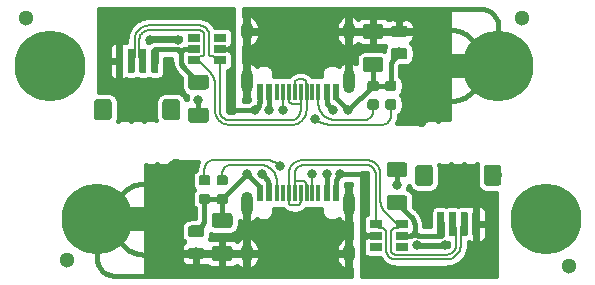
<source format=gbr>
G04 #@! TF.GenerationSoftware,KiCad,Pcbnew,(5.1.4)-1*
G04 #@! TF.CreationDate,2021-01-01T05:19:50-08:00*
G04 #@! TF.ProjectId,dboard,64626f61-7264-42e6-9b69-6361645f7063,rev?*
G04 #@! TF.SameCoordinates,Original*
G04 #@! TF.FileFunction,Copper,L2,Bot*
G04 #@! TF.FilePolarity,Positive*
%FSLAX46Y46*%
G04 Gerber Fmt 4.6, Leading zero omitted, Abs format (unit mm)*
G04 Created by KiCad (PCBNEW (5.1.4)-1) date 2021-01-01 05:19:50*
%MOMM*%
%LPD*%
G04 APERTURE LIST*
%ADD10C,0.800000*%
%ADD11C,6.000000*%
%ADD12C,0.100000*%
%ADD13C,0.875000*%
%ADD14C,0.600000*%
%ADD15C,1.500000*%
%ADD16C,1.250000*%
%ADD17C,0.975000*%
%ADD18R,0.600000X1.450000*%
%ADD19R,0.300000X1.450000*%
%ADD20O,1.000000X2.100000*%
%ADD21O,1.000000X1.600000*%
%ADD22C,1.300000*%
%ADD23R,1.060000X0.650000*%
%ADD24C,0.400000*%
%ADD25C,2.000000*%
%ADD26C,0.600000*%
%ADD27C,0.200000*%
G04 APERTURE END LIST*
D10*
X-18626346Y-20126346D03*
X-17000000Y-20800000D03*
X-15373654Y-20126346D03*
X-14700000Y-18500000D03*
X-15373654Y-16873654D03*
X-17000000Y-16200000D03*
X-18626346Y-16873654D03*
X-19300000Y-18500000D03*
D11*
X-17000000Y-18500000D03*
D12*
G36*
X-6109809Y-16351053D02*
G01*
X-6088574Y-16354203D01*
X-6067750Y-16359419D01*
X-6047538Y-16366651D01*
X-6028132Y-16375830D01*
X-6009719Y-16386866D01*
X-5992476Y-16399654D01*
X-5976570Y-16414070D01*
X-5962154Y-16429976D01*
X-5949366Y-16447219D01*
X-5938330Y-16465632D01*
X-5929151Y-16485038D01*
X-5921919Y-16505250D01*
X-5916703Y-16526074D01*
X-5913553Y-16547309D01*
X-5912500Y-16568750D01*
X-5912500Y-17006250D01*
X-5913553Y-17027691D01*
X-5916703Y-17048926D01*
X-5921919Y-17069750D01*
X-5929151Y-17089962D01*
X-5938330Y-17109368D01*
X-5949366Y-17127781D01*
X-5962154Y-17145024D01*
X-5976570Y-17160930D01*
X-5992476Y-17175346D01*
X-6009719Y-17188134D01*
X-6028132Y-17199170D01*
X-6047538Y-17208349D01*
X-6067750Y-17215581D01*
X-6088574Y-17220797D01*
X-6109809Y-17223947D01*
X-6131250Y-17225000D01*
X-6643750Y-17225000D01*
X-6665191Y-17223947D01*
X-6686426Y-17220797D01*
X-6707250Y-17215581D01*
X-6727462Y-17208349D01*
X-6746868Y-17199170D01*
X-6765281Y-17188134D01*
X-6782524Y-17175346D01*
X-6798430Y-17160930D01*
X-6812846Y-17145024D01*
X-6825634Y-17127781D01*
X-6836670Y-17109368D01*
X-6845849Y-17089962D01*
X-6853081Y-17069750D01*
X-6858297Y-17048926D01*
X-6861447Y-17027691D01*
X-6862500Y-17006250D01*
X-6862500Y-16568750D01*
X-6861447Y-16547309D01*
X-6858297Y-16526074D01*
X-6853081Y-16505250D01*
X-6845849Y-16485038D01*
X-6836670Y-16465632D01*
X-6825634Y-16447219D01*
X-6812846Y-16429976D01*
X-6798430Y-16414070D01*
X-6782524Y-16399654D01*
X-6765281Y-16386866D01*
X-6746868Y-16375830D01*
X-6727462Y-16366651D01*
X-6707250Y-16359419D01*
X-6686426Y-16354203D01*
X-6665191Y-16351053D01*
X-6643750Y-16350000D01*
X-6131250Y-16350000D01*
X-6109809Y-16351053D01*
X-6109809Y-16351053D01*
G37*
D13*
X-6387500Y-16787500D03*
D12*
G36*
X-6109809Y-14776053D02*
G01*
X-6088574Y-14779203D01*
X-6067750Y-14784419D01*
X-6047538Y-14791651D01*
X-6028132Y-14800830D01*
X-6009719Y-14811866D01*
X-5992476Y-14824654D01*
X-5976570Y-14839070D01*
X-5962154Y-14854976D01*
X-5949366Y-14872219D01*
X-5938330Y-14890632D01*
X-5929151Y-14910038D01*
X-5921919Y-14930250D01*
X-5916703Y-14951074D01*
X-5913553Y-14972309D01*
X-5912500Y-14993750D01*
X-5912500Y-15431250D01*
X-5913553Y-15452691D01*
X-5916703Y-15473926D01*
X-5921919Y-15494750D01*
X-5929151Y-15514962D01*
X-5938330Y-15534368D01*
X-5949366Y-15552781D01*
X-5962154Y-15570024D01*
X-5976570Y-15585930D01*
X-5992476Y-15600346D01*
X-6009719Y-15613134D01*
X-6028132Y-15624170D01*
X-6047538Y-15633349D01*
X-6067750Y-15640581D01*
X-6088574Y-15645797D01*
X-6109809Y-15648947D01*
X-6131250Y-15650000D01*
X-6643750Y-15650000D01*
X-6665191Y-15648947D01*
X-6686426Y-15645797D01*
X-6707250Y-15640581D01*
X-6727462Y-15633349D01*
X-6746868Y-15624170D01*
X-6765281Y-15613134D01*
X-6782524Y-15600346D01*
X-6798430Y-15585930D01*
X-6812846Y-15570024D01*
X-6825634Y-15552781D01*
X-6836670Y-15534368D01*
X-6845849Y-15514962D01*
X-6853081Y-15494750D01*
X-6858297Y-15473926D01*
X-6861447Y-15452691D01*
X-6862500Y-15431250D01*
X-6862500Y-14993750D01*
X-6861447Y-14972309D01*
X-6858297Y-14951074D01*
X-6853081Y-14930250D01*
X-6845849Y-14910038D01*
X-6836670Y-14890632D01*
X-6825634Y-14872219D01*
X-6812846Y-14854976D01*
X-6798430Y-14839070D01*
X-6782524Y-14824654D01*
X-6765281Y-14811866D01*
X-6746868Y-14800830D01*
X-6727462Y-14791651D01*
X-6707250Y-14784419D01*
X-6686426Y-14779203D01*
X-6665191Y-14776053D01*
X-6643750Y-14775000D01*
X-6131250Y-14775000D01*
X-6109809Y-14776053D01*
X-6109809Y-14776053D01*
G37*
D13*
X-6387500Y-15212500D03*
D12*
G36*
X12264703Y-17875722D02*
G01*
X12279264Y-17877882D01*
X12293543Y-17881459D01*
X12307403Y-17886418D01*
X12320710Y-17892712D01*
X12333336Y-17900280D01*
X12345159Y-17909048D01*
X12356066Y-17918934D01*
X12365952Y-17929841D01*
X12374720Y-17941664D01*
X12382288Y-17954290D01*
X12388582Y-17967597D01*
X12393541Y-17981457D01*
X12397118Y-17995736D01*
X12399278Y-18010297D01*
X12400000Y-18025000D01*
X12400000Y-19775000D01*
X12399278Y-19789703D01*
X12397118Y-19804264D01*
X12393541Y-19818543D01*
X12388582Y-19832403D01*
X12382288Y-19845710D01*
X12374720Y-19858336D01*
X12365952Y-19870159D01*
X12356066Y-19881066D01*
X12345159Y-19890952D01*
X12333336Y-19899720D01*
X12320710Y-19907288D01*
X12307403Y-19913582D01*
X12293543Y-19918541D01*
X12279264Y-19922118D01*
X12264703Y-19924278D01*
X12250000Y-19925000D01*
X11950000Y-19925000D01*
X11935297Y-19924278D01*
X11920736Y-19922118D01*
X11906457Y-19918541D01*
X11892597Y-19913582D01*
X11879290Y-19907288D01*
X11866664Y-19899720D01*
X11854841Y-19890952D01*
X11843934Y-19881066D01*
X11834048Y-19870159D01*
X11825280Y-19858336D01*
X11817712Y-19845710D01*
X11811418Y-19832403D01*
X11806459Y-19818543D01*
X11802882Y-19804264D01*
X11800722Y-19789703D01*
X11800000Y-19775000D01*
X11800000Y-18025000D01*
X11800722Y-18010297D01*
X11802882Y-17995736D01*
X11806459Y-17981457D01*
X11811418Y-17967597D01*
X11817712Y-17954290D01*
X11825280Y-17941664D01*
X11834048Y-17929841D01*
X11843934Y-17918934D01*
X11854841Y-17909048D01*
X11866664Y-17900280D01*
X11879290Y-17892712D01*
X11892597Y-17886418D01*
X11906457Y-17881459D01*
X11920736Y-17877882D01*
X11935297Y-17875722D01*
X11950000Y-17875000D01*
X12250000Y-17875000D01*
X12264703Y-17875722D01*
X12264703Y-17875722D01*
G37*
D14*
X12100000Y-18900000D03*
D12*
G36*
X13264703Y-17875722D02*
G01*
X13279264Y-17877882D01*
X13293543Y-17881459D01*
X13307403Y-17886418D01*
X13320710Y-17892712D01*
X13333336Y-17900280D01*
X13345159Y-17909048D01*
X13356066Y-17918934D01*
X13365952Y-17929841D01*
X13374720Y-17941664D01*
X13382288Y-17954290D01*
X13388582Y-17967597D01*
X13393541Y-17981457D01*
X13397118Y-17995736D01*
X13399278Y-18010297D01*
X13400000Y-18025000D01*
X13400000Y-19775000D01*
X13399278Y-19789703D01*
X13397118Y-19804264D01*
X13393541Y-19818543D01*
X13388582Y-19832403D01*
X13382288Y-19845710D01*
X13374720Y-19858336D01*
X13365952Y-19870159D01*
X13356066Y-19881066D01*
X13345159Y-19890952D01*
X13333336Y-19899720D01*
X13320710Y-19907288D01*
X13307403Y-19913582D01*
X13293543Y-19918541D01*
X13279264Y-19922118D01*
X13264703Y-19924278D01*
X13250000Y-19925000D01*
X12950000Y-19925000D01*
X12935297Y-19924278D01*
X12920736Y-19922118D01*
X12906457Y-19918541D01*
X12892597Y-19913582D01*
X12879290Y-19907288D01*
X12866664Y-19899720D01*
X12854841Y-19890952D01*
X12843934Y-19881066D01*
X12834048Y-19870159D01*
X12825280Y-19858336D01*
X12817712Y-19845710D01*
X12811418Y-19832403D01*
X12806459Y-19818543D01*
X12802882Y-19804264D01*
X12800722Y-19789703D01*
X12800000Y-19775000D01*
X12800000Y-18025000D01*
X12800722Y-18010297D01*
X12802882Y-17995736D01*
X12806459Y-17981457D01*
X12811418Y-17967597D01*
X12817712Y-17954290D01*
X12825280Y-17941664D01*
X12834048Y-17929841D01*
X12843934Y-17918934D01*
X12854841Y-17909048D01*
X12866664Y-17900280D01*
X12879290Y-17892712D01*
X12892597Y-17886418D01*
X12906457Y-17881459D01*
X12920736Y-17877882D01*
X12935297Y-17875722D01*
X12950000Y-17875000D01*
X13250000Y-17875000D01*
X13264703Y-17875722D01*
X13264703Y-17875722D01*
G37*
D14*
X13100000Y-18900000D03*
D12*
G36*
X14264703Y-17875722D02*
G01*
X14279264Y-17877882D01*
X14293543Y-17881459D01*
X14307403Y-17886418D01*
X14320710Y-17892712D01*
X14333336Y-17900280D01*
X14345159Y-17909048D01*
X14356066Y-17918934D01*
X14365952Y-17929841D01*
X14374720Y-17941664D01*
X14382288Y-17954290D01*
X14388582Y-17967597D01*
X14393541Y-17981457D01*
X14397118Y-17995736D01*
X14399278Y-18010297D01*
X14400000Y-18025000D01*
X14400000Y-19775000D01*
X14399278Y-19789703D01*
X14397118Y-19804264D01*
X14393541Y-19818543D01*
X14388582Y-19832403D01*
X14382288Y-19845710D01*
X14374720Y-19858336D01*
X14365952Y-19870159D01*
X14356066Y-19881066D01*
X14345159Y-19890952D01*
X14333336Y-19899720D01*
X14320710Y-19907288D01*
X14307403Y-19913582D01*
X14293543Y-19918541D01*
X14279264Y-19922118D01*
X14264703Y-19924278D01*
X14250000Y-19925000D01*
X13950000Y-19925000D01*
X13935297Y-19924278D01*
X13920736Y-19922118D01*
X13906457Y-19918541D01*
X13892597Y-19913582D01*
X13879290Y-19907288D01*
X13866664Y-19899720D01*
X13854841Y-19890952D01*
X13843934Y-19881066D01*
X13834048Y-19870159D01*
X13825280Y-19858336D01*
X13817712Y-19845710D01*
X13811418Y-19832403D01*
X13806459Y-19818543D01*
X13802882Y-19804264D01*
X13800722Y-19789703D01*
X13800000Y-19775000D01*
X13800000Y-18025000D01*
X13800722Y-18010297D01*
X13802882Y-17995736D01*
X13806459Y-17981457D01*
X13811418Y-17967597D01*
X13817712Y-17954290D01*
X13825280Y-17941664D01*
X13834048Y-17929841D01*
X13843934Y-17918934D01*
X13854841Y-17909048D01*
X13866664Y-17900280D01*
X13879290Y-17892712D01*
X13892597Y-17886418D01*
X13906457Y-17881459D01*
X13920736Y-17877882D01*
X13935297Y-17875722D01*
X13950000Y-17875000D01*
X14250000Y-17875000D01*
X14264703Y-17875722D01*
X14264703Y-17875722D01*
G37*
D14*
X14100000Y-18900000D03*
D12*
G36*
X15264703Y-17875722D02*
G01*
X15279264Y-17877882D01*
X15293543Y-17881459D01*
X15307403Y-17886418D01*
X15320710Y-17892712D01*
X15333336Y-17900280D01*
X15345159Y-17909048D01*
X15356066Y-17918934D01*
X15365952Y-17929841D01*
X15374720Y-17941664D01*
X15382288Y-17954290D01*
X15388582Y-17967597D01*
X15393541Y-17981457D01*
X15397118Y-17995736D01*
X15399278Y-18010297D01*
X15400000Y-18025000D01*
X15400000Y-19775000D01*
X15399278Y-19789703D01*
X15397118Y-19804264D01*
X15393541Y-19818543D01*
X15388582Y-19832403D01*
X15382288Y-19845710D01*
X15374720Y-19858336D01*
X15365952Y-19870159D01*
X15356066Y-19881066D01*
X15345159Y-19890952D01*
X15333336Y-19899720D01*
X15320710Y-19907288D01*
X15307403Y-19913582D01*
X15293543Y-19918541D01*
X15279264Y-19922118D01*
X15264703Y-19924278D01*
X15250000Y-19925000D01*
X14950000Y-19925000D01*
X14935297Y-19924278D01*
X14920736Y-19922118D01*
X14906457Y-19918541D01*
X14892597Y-19913582D01*
X14879290Y-19907288D01*
X14866664Y-19899720D01*
X14854841Y-19890952D01*
X14843934Y-19881066D01*
X14834048Y-19870159D01*
X14825280Y-19858336D01*
X14817712Y-19845710D01*
X14811418Y-19832403D01*
X14806459Y-19818543D01*
X14802882Y-19804264D01*
X14800722Y-19789703D01*
X14800000Y-19775000D01*
X14800000Y-18025000D01*
X14800722Y-18010297D01*
X14802882Y-17995736D01*
X14806459Y-17981457D01*
X14811418Y-17967597D01*
X14817712Y-17954290D01*
X14825280Y-17941664D01*
X14834048Y-17929841D01*
X14843934Y-17918934D01*
X14854841Y-17909048D01*
X14866664Y-17900280D01*
X14879290Y-17892712D01*
X14892597Y-17886418D01*
X14906457Y-17881459D01*
X14920736Y-17877882D01*
X14935297Y-17875722D01*
X14950000Y-17875000D01*
X15250000Y-17875000D01*
X15264703Y-17875722D01*
X15264703Y-17875722D01*
G37*
D14*
X15100000Y-18900000D03*
D12*
G36*
X11168581Y-13876502D02*
G01*
X11198868Y-13880995D01*
X11228569Y-13888435D01*
X11257397Y-13898750D01*
X11285076Y-13911841D01*
X11311338Y-13927581D01*
X11335931Y-13945821D01*
X11358617Y-13966383D01*
X11379179Y-13989069D01*
X11397419Y-14013662D01*
X11413159Y-14039924D01*
X11426250Y-14067603D01*
X11436565Y-14096431D01*
X11444005Y-14126132D01*
X11448498Y-14156419D01*
X11450000Y-14187000D01*
X11450000Y-15363000D01*
X11448498Y-15393581D01*
X11444005Y-15423868D01*
X11436565Y-15453569D01*
X11426250Y-15482397D01*
X11413159Y-15510076D01*
X11397419Y-15536338D01*
X11379179Y-15560931D01*
X11358617Y-15583617D01*
X11335931Y-15604179D01*
X11311338Y-15622419D01*
X11285076Y-15638159D01*
X11257397Y-15651250D01*
X11228569Y-15661565D01*
X11198868Y-15669005D01*
X11168581Y-15673498D01*
X11138000Y-15675000D01*
X10262000Y-15675000D01*
X10231419Y-15673498D01*
X10201132Y-15669005D01*
X10171431Y-15661565D01*
X10142603Y-15651250D01*
X10114924Y-15638159D01*
X10088662Y-15622419D01*
X10064069Y-15604179D01*
X10041383Y-15583617D01*
X10020821Y-15560931D01*
X10002581Y-15536338D01*
X9986841Y-15510076D01*
X9973750Y-15482397D01*
X9963435Y-15453569D01*
X9955995Y-15423868D01*
X9951502Y-15393581D01*
X9950000Y-15363000D01*
X9950000Y-14187000D01*
X9951502Y-14156419D01*
X9955995Y-14126132D01*
X9963435Y-14096431D01*
X9973750Y-14067603D01*
X9986841Y-14039924D01*
X10002581Y-14013662D01*
X10020821Y-13989069D01*
X10041383Y-13966383D01*
X10064069Y-13945821D01*
X10088662Y-13927581D01*
X10114924Y-13911841D01*
X10142603Y-13898750D01*
X10171431Y-13888435D01*
X10201132Y-13880995D01*
X10231419Y-13876502D01*
X10262000Y-13875000D01*
X11138000Y-13875000D01*
X11168581Y-13876502D01*
X11168581Y-13876502D01*
G37*
D15*
X10700000Y-14775000D03*
D12*
G36*
X16968581Y-13876502D02*
G01*
X16998868Y-13880995D01*
X17028569Y-13888435D01*
X17057397Y-13898750D01*
X17085076Y-13911841D01*
X17111338Y-13927581D01*
X17135931Y-13945821D01*
X17158617Y-13966383D01*
X17179179Y-13989069D01*
X17197419Y-14013662D01*
X17213159Y-14039924D01*
X17226250Y-14067603D01*
X17236565Y-14096431D01*
X17244005Y-14126132D01*
X17248498Y-14156419D01*
X17250000Y-14187000D01*
X17250000Y-15363000D01*
X17248498Y-15393581D01*
X17244005Y-15423868D01*
X17236565Y-15453569D01*
X17226250Y-15482397D01*
X17213159Y-15510076D01*
X17197419Y-15536338D01*
X17179179Y-15560931D01*
X17158617Y-15583617D01*
X17135931Y-15604179D01*
X17111338Y-15622419D01*
X17085076Y-15638159D01*
X17057397Y-15651250D01*
X17028569Y-15661565D01*
X16998868Y-15669005D01*
X16968581Y-15673498D01*
X16938000Y-15675000D01*
X16062000Y-15675000D01*
X16031419Y-15673498D01*
X16001132Y-15669005D01*
X15971431Y-15661565D01*
X15942603Y-15651250D01*
X15914924Y-15638159D01*
X15888662Y-15622419D01*
X15864069Y-15604179D01*
X15841383Y-15583617D01*
X15820821Y-15560931D01*
X15802581Y-15536338D01*
X15786841Y-15510076D01*
X15773750Y-15482397D01*
X15763435Y-15453569D01*
X15755995Y-15423868D01*
X15751502Y-15393581D01*
X15750000Y-15363000D01*
X15750000Y-14187000D01*
X15751502Y-14156419D01*
X15755995Y-14126132D01*
X15763435Y-14096431D01*
X15773750Y-14067603D01*
X15786841Y-14039924D01*
X15802581Y-14013662D01*
X15820821Y-13989069D01*
X15841383Y-13966383D01*
X15864069Y-13945821D01*
X15888662Y-13927581D01*
X15914924Y-13911841D01*
X15942603Y-13898750D01*
X15971431Y-13888435D01*
X16001132Y-13880995D01*
X16031419Y-13876502D01*
X16062000Y-13875000D01*
X16938000Y-13875000D01*
X16968581Y-13876502D01*
X16968581Y-13876502D01*
G37*
D15*
X16500000Y-14775000D03*
D10*
X19373654Y-20126346D03*
X21000000Y-20800000D03*
X22626346Y-20126346D03*
X23300000Y-18500000D03*
X22626346Y-16873654D03*
X21000000Y-16200000D03*
X19373654Y-16873654D03*
X18700000Y-18500000D03*
D11*
X21000000Y-18500000D03*
D12*
G36*
X9049504Y-13676204D02*
G01*
X9073773Y-13679804D01*
X9097571Y-13685765D01*
X9120671Y-13694030D01*
X9142849Y-13704520D01*
X9163893Y-13717133D01*
X9183598Y-13731747D01*
X9201777Y-13748223D01*
X9218253Y-13766402D01*
X9232867Y-13786107D01*
X9245480Y-13807151D01*
X9255970Y-13829329D01*
X9264235Y-13852429D01*
X9270196Y-13876227D01*
X9273796Y-13900496D01*
X9275000Y-13925000D01*
X9275000Y-14675000D01*
X9273796Y-14699504D01*
X9270196Y-14723773D01*
X9264235Y-14747571D01*
X9255970Y-14770671D01*
X9245480Y-14792849D01*
X9232867Y-14813893D01*
X9218253Y-14833598D01*
X9201777Y-14851777D01*
X9183598Y-14868253D01*
X9163893Y-14882867D01*
X9142849Y-14895480D01*
X9120671Y-14905970D01*
X9097571Y-14914235D01*
X9073773Y-14920196D01*
X9049504Y-14923796D01*
X9025000Y-14925000D01*
X7775000Y-14925000D01*
X7750496Y-14923796D01*
X7726227Y-14920196D01*
X7702429Y-14914235D01*
X7679329Y-14905970D01*
X7657151Y-14895480D01*
X7636107Y-14882867D01*
X7616402Y-14868253D01*
X7598223Y-14851777D01*
X7581747Y-14833598D01*
X7567133Y-14813893D01*
X7554520Y-14792849D01*
X7544030Y-14770671D01*
X7535765Y-14747571D01*
X7529804Y-14723773D01*
X7526204Y-14699504D01*
X7525000Y-14675000D01*
X7525000Y-13925000D01*
X7526204Y-13900496D01*
X7529804Y-13876227D01*
X7535765Y-13852429D01*
X7544030Y-13829329D01*
X7554520Y-13807151D01*
X7567133Y-13786107D01*
X7581747Y-13766402D01*
X7598223Y-13748223D01*
X7616402Y-13731747D01*
X7636107Y-13717133D01*
X7657151Y-13704520D01*
X7679329Y-13694030D01*
X7702429Y-13685765D01*
X7726227Y-13679804D01*
X7750496Y-13676204D01*
X7775000Y-13675000D01*
X9025000Y-13675000D01*
X9049504Y-13676204D01*
X9049504Y-13676204D01*
G37*
D16*
X8400000Y-14300000D03*
D12*
G36*
X9049504Y-16476204D02*
G01*
X9073773Y-16479804D01*
X9097571Y-16485765D01*
X9120671Y-16494030D01*
X9142849Y-16504520D01*
X9163893Y-16517133D01*
X9183598Y-16531747D01*
X9201777Y-16548223D01*
X9218253Y-16566402D01*
X9232867Y-16586107D01*
X9245480Y-16607151D01*
X9255970Y-16629329D01*
X9264235Y-16652429D01*
X9270196Y-16676227D01*
X9273796Y-16700496D01*
X9275000Y-16725000D01*
X9275000Y-17475000D01*
X9273796Y-17499504D01*
X9270196Y-17523773D01*
X9264235Y-17547571D01*
X9255970Y-17570671D01*
X9245480Y-17592849D01*
X9232867Y-17613893D01*
X9218253Y-17633598D01*
X9201777Y-17651777D01*
X9183598Y-17668253D01*
X9163893Y-17682867D01*
X9142849Y-17695480D01*
X9120671Y-17705970D01*
X9097571Y-17714235D01*
X9073773Y-17720196D01*
X9049504Y-17723796D01*
X9025000Y-17725000D01*
X7775000Y-17725000D01*
X7750496Y-17723796D01*
X7726227Y-17720196D01*
X7702429Y-17714235D01*
X7679329Y-17705970D01*
X7657151Y-17695480D01*
X7636107Y-17682867D01*
X7616402Y-17668253D01*
X7598223Y-17651777D01*
X7581747Y-17633598D01*
X7567133Y-17613893D01*
X7554520Y-17592849D01*
X7544030Y-17570671D01*
X7535765Y-17547571D01*
X7529804Y-17523773D01*
X7526204Y-17499504D01*
X7525000Y-17475000D01*
X7525000Y-16725000D01*
X7526204Y-16700496D01*
X7529804Y-16676227D01*
X7535765Y-16652429D01*
X7544030Y-16629329D01*
X7554520Y-16607151D01*
X7567133Y-16586107D01*
X7581747Y-16566402D01*
X7598223Y-16548223D01*
X7616402Y-16531747D01*
X7636107Y-16517133D01*
X7657151Y-16504520D01*
X7679329Y-16494030D01*
X7702429Y-16485765D01*
X7726227Y-16479804D01*
X7750496Y-16476204D01*
X7775000Y-16475000D01*
X9025000Y-16475000D01*
X9049504Y-16476204D01*
X9049504Y-16476204D01*
G37*
D16*
X8400000Y-17100000D03*
D12*
G36*
X-8119858Y-19038674D02*
G01*
X-8096197Y-19042184D01*
X-8072993Y-19047996D01*
X-8050471Y-19056054D01*
X-8028847Y-19066282D01*
X-8008330Y-19078579D01*
X-7989117Y-19092829D01*
X-7971393Y-19108893D01*
X-7955329Y-19126617D01*
X-7941079Y-19145830D01*
X-7928782Y-19166347D01*
X-7918554Y-19187971D01*
X-7910496Y-19210493D01*
X-7904684Y-19233697D01*
X-7901174Y-19257358D01*
X-7900000Y-19281250D01*
X-7900000Y-19768750D01*
X-7901174Y-19792642D01*
X-7904684Y-19816303D01*
X-7910496Y-19839507D01*
X-7918554Y-19862029D01*
X-7928782Y-19883653D01*
X-7941079Y-19904170D01*
X-7955329Y-19923383D01*
X-7971393Y-19941107D01*
X-7989117Y-19957171D01*
X-8008330Y-19971421D01*
X-8028847Y-19983718D01*
X-8050471Y-19993946D01*
X-8072993Y-20002004D01*
X-8096197Y-20007816D01*
X-8119858Y-20011326D01*
X-8143750Y-20012500D01*
X-9056250Y-20012500D01*
X-9080142Y-20011326D01*
X-9103803Y-20007816D01*
X-9127007Y-20002004D01*
X-9149529Y-19993946D01*
X-9171153Y-19983718D01*
X-9191670Y-19971421D01*
X-9210883Y-19957171D01*
X-9228607Y-19941107D01*
X-9244671Y-19923383D01*
X-9258921Y-19904170D01*
X-9271218Y-19883653D01*
X-9281446Y-19862029D01*
X-9289504Y-19839507D01*
X-9295316Y-19816303D01*
X-9298826Y-19792642D01*
X-9300000Y-19768750D01*
X-9300000Y-19281250D01*
X-9298826Y-19257358D01*
X-9295316Y-19233697D01*
X-9289504Y-19210493D01*
X-9281446Y-19187971D01*
X-9271218Y-19166347D01*
X-9258921Y-19145830D01*
X-9244671Y-19126617D01*
X-9228607Y-19108893D01*
X-9210883Y-19092829D01*
X-9191670Y-19078579D01*
X-9171153Y-19066282D01*
X-9149529Y-19056054D01*
X-9127007Y-19047996D01*
X-9103803Y-19042184D01*
X-9080142Y-19038674D01*
X-9056250Y-19037500D01*
X-8143750Y-19037500D01*
X-8119858Y-19038674D01*
X-8119858Y-19038674D01*
G37*
D17*
X-8600000Y-19525000D03*
D12*
G36*
X-8119858Y-20913674D02*
G01*
X-8096197Y-20917184D01*
X-8072993Y-20922996D01*
X-8050471Y-20931054D01*
X-8028847Y-20941282D01*
X-8008330Y-20953579D01*
X-7989117Y-20967829D01*
X-7971393Y-20983893D01*
X-7955329Y-21001617D01*
X-7941079Y-21020830D01*
X-7928782Y-21041347D01*
X-7918554Y-21062971D01*
X-7910496Y-21085493D01*
X-7904684Y-21108697D01*
X-7901174Y-21132358D01*
X-7900000Y-21156250D01*
X-7900000Y-21643750D01*
X-7901174Y-21667642D01*
X-7904684Y-21691303D01*
X-7910496Y-21714507D01*
X-7918554Y-21737029D01*
X-7928782Y-21758653D01*
X-7941079Y-21779170D01*
X-7955329Y-21798383D01*
X-7971393Y-21816107D01*
X-7989117Y-21832171D01*
X-8008330Y-21846421D01*
X-8028847Y-21858718D01*
X-8050471Y-21868946D01*
X-8072993Y-21877004D01*
X-8096197Y-21882816D01*
X-8119858Y-21886326D01*
X-8143750Y-21887500D01*
X-9056250Y-21887500D01*
X-9080142Y-21886326D01*
X-9103803Y-21882816D01*
X-9127007Y-21877004D01*
X-9149529Y-21868946D01*
X-9171153Y-21858718D01*
X-9191670Y-21846421D01*
X-9210883Y-21832171D01*
X-9228607Y-21816107D01*
X-9244671Y-21798383D01*
X-9258921Y-21779170D01*
X-9271218Y-21758653D01*
X-9281446Y-21737029D01*
X-9289504Y-21714507D01*
X-9295316Y-21691303D01*
X-9298826Y-21667642D01*
X-9300000Y-21643750D01*
X-9300000Y-21156250D01*
X-9298826Y-21132358D01*
X-9295316Y-21108697D01*
X-9289504Y-21085493D01*
X-9281446Y-21062971D01*
X-9271218Y-21041347D01*
X-9258921Y-21020830D01*
X-9244671Y-21001617D01*
X-9228607Y-20983893D01*
X-9210883Y-20967829D01*
X-9191670Y-20953579D01*
X-9171153Y-20941282D01*
X-9149529Y-20931054D01*
X-9127007Y-20922996D01*
X-9103803Y-20917184D01*
X-9080142Y-20913674D01*
X-9056250Y-20912500D01*
X-8143750Y-20912500D01*
X-8119858Y-20913674D01*
X-8119858Y-20913674D01*
G37*
D17*
X-8600000Y-21400000D03*
D12*
G36*
X-7609809Y-14776053D02*
G01*
X-7588574Y-14779203D01*
X-7567750Y-14784419D01*
X-7547538Y-14791651D01*
X-7528132Y-14800830D01*
X-7509719Y-14811866D01*
X-7492476Y-14824654D01*
X-7476570Y-14839070D01*
X-7462154Y-14854976D01*
X-7449366Y-14872219D01*
X-7438330Y-14890632D01*
X-7429151Y-14910038D01*
X-7421919Y-14930250D01*
X-7416703Y-14951074D01*
X-7413553Y-14972309D01*
X-7412500Y-14993750D01*
X-7412500Y-15431250D01*
X-7413553Y-15452691D01*
X-7416703Y-15473926D01*
X-7421919Y-15494750D01*
X-7429151Y-15514962D01*
X-7438330Y-15534368D01*
X-7449366Y-15552781D01*
X-7462154Y-15570024D01*
X-7476570Y-15585930D01*
X-7492476Y-15600346D01*
X-7509719Y-15613134D01*
X-7528132Y-15624170D01*
X-7547538Y-15633349D01*
X-7567750Y-15640581D01*
X-7588574Y-15645797D01*
X-7609809Y-15648947D01*
X-7631250Y-15650000D01*
X-8143750Y-15650000D01*
X-8165191Y-15648947D01*
X-8186426Y-15645797D01*
X-8207250Y-15640581D01*
X-8227462Y-15633349D01*
X-8246868Y-15624170D01*
X-8265281Y-15613134D01*
X-8282524Y-15600346D01*
X-8298430Y-15585930D01*
X-8312846Y-15570024D01*
X-8325634Y-15552781D01*
X-8336670Y-15534368D01*
X-8345849Y-15514962D01*
X-8353081Y-15494750D01*
X-8358297Y-15473926D01*
X-8361447Y-15452691D01*
X-8362500Y-15431250D01*
X-8362500Y-14993750D01*
X-8361447Y-14972309D01*
X-8358297Y-14951074D01*
X-8353081Y-14930250D01*
X-8345849Y-14910038D01*
X-8336670Y-14890632D01*
X-8325634Y-14872219D01*
X-8312846Y-14854976D01*
X-8298430Y-14839070D01*
X-8282524Y-14824654D01*
X-8265281Y-14811866D01*
X-8246868Y-14800830D01*
X-8227462Y-14791651D01*
X-8207250Y-14784419D01*
X-8186426Y-14779203D01*
X-8165191Y-14776053D01*
X-8143750Y-14775000D01*
X-7631250Y-14775000D01*
X-7609809Y-14776053D01*
X-7609809Y-14776053D01*
G37*
D13*
X-7887500Y-15212500D03*
D12*
G36*
X-7609809Y-16351053D02*
G01*
X-7588574Y-16354203D01*
X-7567750Y-16359419D01*
X-7547538Y-16366651D01*
X-7528132Y-16375830D01*
X-7509719Y-16386866D01*
X-7492476Y-16399654D01*
X-7476570Y-16414070D01*
X-7462154Y-16429976D01*
X-7449366Y-16447219D01*
X-7438330Y-16465632D01*
X-7429151Y-16485038D01*
X-7421919Y-16505250D01*
X-7416703Y-16526074D01*
X-7413553Y-16547309D01*
X-7412500Y-16568750D01*
X-7412500Y-17006250D01*
X-7413553Y-17027691D01*
X-7416703Y-17048926D01*
X-7421919Y-17069750D01*
X-7429151Y-17089962D01*
X-7438330Y-17109368D01*
X-7449366Y-17127781D01*
X-7462154Y-17145024D01*
X-7476570Y-17160930D01*
X-7492476Y-17175346D01*
X-7509719Y-17188134D01*
X-7528132Y-17199170D01*
X-7547538Y-17208349D01*
X-7567750Y-17215581D01*
X-7588574Y-17220797D01*
X-7609809Y-17223947D01*
X-7631250Y-17225000D01*
X-8143750Y-17225000D01*
X-8165191Y-17223947D01*
X-8186426Y-17220797D01*
X-8207250Y-17215581D01*
X-8227462Y-17208349D01*
X-8246868Y-17199170D01*
X-8265281Y-17188134D01*
X-8282524Y-17175346D01*
X-8298430Y-17160930D01*
X-8312846Y-17145024D01*
X-8325634Y-17127781D01*
X-8336670Y-17109368D01*
X-8345849Y-17089962D01*
X-8353081Y-17069750D01*
X-8358297Y-17048926D01*
X-8361447Y-17027691D01*
X-8362500Y-17006250D01*
X-8362500Y-16568750D01*
X-8361447Y-16547309D01*
X-8358297Y-16526074D01*
X-8353081Y-16505250D01*
X-8345849Y-16485038D01*
X-8336670Y-16465632D01*
X-8325634Y-16447219D01*
X-8312846Y-16429976D01*
X-8298430Y-16414070D01*
X-8282524Y-16399654D01*
X-8265281Y-16386866D01*
X-8246868Y-16375830D01*
X-8227462Y-16366651D01*
X-8207250Y-16359419D01*
X-8186426Y-16354203D01*
X-8165191Y-16351053D01*
X-8143750Y-16350000D01*
X-7631250Y-16350000D01*
X-7609809Y-16351053D01*
X-7609809Y-16351053D01*
G37*
D13*
X-7887500Y-16787500D03*
D18*
X-3225000Y-16305000D03*
X3225000Y-16305000D03*
X-2450000Y-16305000D03*
X2450000Y-16305000D03*
D19*
X1750000Y-16305000D03*
X-1750000Y-16305000D03*
X1250000Y-16305000D03*
X-1250000Y-16305000D03*
X750000Y-16305000D03*
X-750000Y-16305000D03*
X-250000Y-16305000D03*
X250000Y-16305000D03*
D20*
X4320000Y-17220000D03*
X-4320000Y-17220000D03*
D21*
X4320000Y-21400000D03*
X-4320000Y-21400000D03*
D22*
X23000000Y-22500000D03*
D12*
G36*
X-5737996Y-17976204D02*
G01*
X-5713727Y-17979804D01*
X-5689929Y-17985765D01*
X-5666829Y-17994030D01*
X-5644651Y-18004520D01*
X-5623607Y-18017133D01*
X-5603902Y-18031747D01*
X-5585723Y-18048223D01*
X-5569247Y-18066402D01*
X-5554633Y-18086107D01*
X-5542020Y-18107151D01*
X-5531530Y-18129329D01*
X-5523265Y-18152429D01*
X-5517304Y-18176227D01*
X-5513704Y-18200496D01*
X-5512500Y-18225000D01*
X-5512500Y-18975000D01*
X-5513704Y-18999504D01*
X-5517304Y-19023773D01*
X-5523265Y-19047571D01*
X-5531530Y-19070671D01*
X-5542020Y-19092849D01*
X-5554633Y-19113893D01*
X-5569247Y-19133598D01*
X-5585723Y-19151777D01*
X-5603902Y-19168253D01*
X-5623607Y-19182867D01*
X-5644651Y-19195480D01*
X-5666829Y-19205970D01*
X-5689929Y-19214235D01*
X-5713727Y-19220196D01*
X-5737996Y-19223796D01*
X-5762500Y-19225000D01*
X-7012500Y-19225000D01*
X-7037004Y-19223796D01*
X-7061273Y-19220196D01*
X-7085071Y-19214235D01*
X-7108171Y-19205970D01*
X-7130349Y-19195480D01*
X-7151393Y-19182867D01*
X-7171098Y-19168253D01*
X-7189277Y-19151777D01*
X-7205753Y-19133598D01*
X-7220367Y-19113893D01*
X-7232980Y-19092849D01*
X-7243470Y-19070671D01*
X-7251735Y-19047571D01*
X-7257696Y-19023773D01*
X-7261296Y-18999504D01*
X-7262500Y-18975000D01*
X-7262500Y-18225000D01*
X-7261296Y-18200496D01*
X-7257696Y-18176227D01*
X-7251735Y-18152429D01*
X-7243470Y-18129329D01*
X-7232980Y-18107151D01*
X-7220367Y-18086107D01*
X-7205753Y-18066402D01*
X-7189277Y-18048223D01*
X-7171098Y-18031747D01*
X-7151393Y-18017133D01*
X-7130349Y-18004520D01*
X-7108171Y-17994030D01*
X-7085071Y-17985765D01*
X-7061273Y-17979804D01*
X-7037004Y-17976204D01*
X-7012500Y-17975000D01*
X-5762500Y-17975000D01*
X-5737996Y-17976204D01*
X-5737996Y-17976204D01*
G37*
D16*
X-6387500Y-18600000D03*
D12*
G36*
X-5737996Y-20776204D02*
G01*
X-5713727Y-20779804D01*
X-5689929Y-20785765D01*
X-5666829Y-20794030D01*
X-5644651Y-20804520D01*
X-5623607Y-20817133D01*
X-5603902Y-20831747D01*
X-5585723Y-20848223D01*
X-5569247Y-20866402D01*
X-5554633Y-20886107D01*
X-5542020Y-20907151D01*
X-5531530Y-20929329D01*
X-5523265Y-20952429D01*
X-5517304Y-20976227D01*
X-5513704Y-21000496D01*
X-5512500Y-21025000D01*
X-5512500Y-21775000D01*
X-5513704Y-21799504D01*
X-5517304Y-21823773D01*
X-5523265Y-21847571D01*
X-5531530Y-21870671D01*
X-5542020Y-21892849D01*
X-5554633Y-21913893D01*
X-5569247Y-21933598D01*
X-5585723Y-21951777D01*
X-5603902Y-21968253D01*
X-5623607Y-21982867D01*
X-5644651Y-21995480D01*
X-5666829Y-22005970D01*
X-5689929Y-22014235D01*
X-5713727Y-22020196D01*
X-5737996Y-22023796D01*
X-5762500Y-22025000D01*
X-7012500Y-22025000D01*
X-7037004Y-22023796D01*
X-7061273Y-22020196D01*
X-7085071Y-22014235D01*
X-7108171Y-22005970D01*
X-7130349Y-21995480D01*
X-7151393Y-21982867D01*
X-7171098Y-21968253D01*
X-7189277Y-21951777D01*
X-7205753Y-21933598D01*
X-7220367Y-21913893D01*
X-7232980Y-21892849D01*
X-7243470Y-21870671D01*
X-7251735Y-21847571D01*
X-7257696Y-21823773D01*
X-7261296Y-21799504D01*
X-7262500Y-21775000D01*
X-7262500Y-21025000D01*
X-7261296Y-21000496D01*
X-7257696Y-20976227D01*
X-7251735Y-20952429D01*
X-7243470Y-20929329D01*
X-7232980Y-20907151D01*
X-7220367Y-20886107D01*
X-7205753Y-20866402D01*
X-7189277Y-20848223D01*
X-7171098Y-20831747D01*
X-7151393Y-20817133D01*
X-7130349Y-20804520D01*
X-7108171Y-20794030D01*
X-7085071Y-20785765D01*
X-7061273Y-20779804D01*
X-7037004Y-20776204D01*
X-7012500Y-20775000D01*
X-5762500Y-20775000D01*
X-5737996Y-20776204D01*
X-5737996Y-20776204D01*
G37*
D16*
X-6387500Y-21400000D03*
D22*
X-19500000Y-22000000D03*
D23*
X8800000Y-19900000D03*
X8800000Y-20850000D03*
X8800000Y-18950000D03*
X6600000Y-18950000D03*
X6600000Y-19900000D03*
X6600000Y-20850000D03*
D22*
X19000000Y-1500000D03*
X-23000000Y-1500000D03*
D12*
G36*
X-16031419Y-8326502D02*
G01*
X-16001132Y-8330995D01*
X-15971431Y-8338435D01*
X-15942603Y-8348750D01*
X-15914924Y-8361841D01*
X-15888662Y-8377581D01*
X-15864069Y-8395821D01*
X-15841383Y-8416383D01*
X-15820821Y-8439069D01*
X-15802581Y-8463662D01*
X-15786841Y-8489924D01*
X-15773750Y-8517603D01*
X-15763435Y-8546431D01*
X-15755995Y-8576132D01*
X-15751502Y-8606419D01*
X-15750000Y-8637000D01*
X-15750000Y-9813000D01*
X-15751502Y-9843581D01*
X-15755995Y-9873868D01*
X-15763435Y-9903569D01*
X-15773750Y-9932397D01*
X-15786841Y-9960076D01*
X-15802581Y-9986338D01*
X-15820821Y-10010931D01*
X-15841383Y-10033617D01*
X-15864069Y-10054179D01*
X-15888662Y-10072419D01*
X-15914924Y-10088159D01*
X-15942603Y-10101250D01*
X-15971431Y-10111565D01*
X-16001132Y-10119005D01*
X-16031419Y-10123498D01*
X-16062000Y-10125000D01*
X-16938000Y-10125000D01*
X-16968581Y-10123498D01*
X-16998868Y-10119005D01*
X-17028569Y-10111565D01*
X-17057397Y-10101250D01*
X-17085076Y-10088159D01*
X-17111338Y-10072419D01*
X-17135931Y-10054179D01*
X-17158617Y-10033617D01*
X-17179179Y-10010931D01*
X-17197419Y-9986338D01*
X-17213159Y-9960076D01*
X-17226250Y-9932397D01*
X-17236565Y-9903569D01*
X-17244005Y-9873868D01*
X-17248498Y-9843581D01*
X-17250000Y-9813000D01*
X-17250000Y-8637000D01*
X-17248498Y-8606419D01*
X-17244005Y-8576132D01*
X-17236565Y-8546431D01*
X-17226250Y-8517603D01*
X-17213159Y-8489924D01*
X-17197419Y-8463662D01*
X-17179179Y-8439069D01*
X-17158617Y-8416383D01*
X-17135931Y-8395821D01*
X-17111338Y-8377581D01*
X-17085076Y-8361841D01*
X-17057397Y-8348750D01*
X-17028569Y-8338435D01*
X-16998868Y-8330995D01*
X-16968581Y-8326502D01*
X-16938000Y-8325000D01*
X-16062000Y-8325000D01*
X-16031419Y-8326502D01*
X-16031419Y-8326502D01*
G37*
D15*
X-16500000Y-9225000D03*
D12*
G36*
X-10231419Y-8326502D02*
G01*
X-10201132Y-8330995D01*
X-10171431Y-8338435D01*
X-10142603Y-8348750D01*
X-10114924Y-8361841D01*
X-10088662Y-8377581D01*
X-10064069Y-8395821D01*
X-10041383Y-8416383D01*
X-10020821Y-8439069D01*
X-10002581Y-8463662D01*
X-9986841Y-8489924D01*
X-9973750Y-8517603D01*
X-9963435Y-8546431D01*
X-9955995Y-8576132D01*
X-9951502Y-8606419D01*
X-9950000Y-8637000D01*
X-9950000Y-9813000D01*
X-9951502Y-9843581D01*
X-9955995Y-9873868D01*
X-9963435Y-9903569D01*
X-9973750Y-9932397D01*
X-9986841Y-9960076D01*
X-10002581Y-9986338D01*
X-10020821Y-10010931D01*
X-10041383Y-10033617D01*
X-10064069Y-10054179D01*
X-10088662Y-10072419D01*
X-10114924Y-10088159D01*
X-10142603Y-10101250D01*
X-10171431Y-10111565D01*
X-10201132Y-10119005D01*
X-10231419Y-10123498D01*
X-10262000Y-10125000D01*
X-11138000Y-10125000D01*
X-11168581Y-10123498D01*
X-11198868Y-10119005D01*
X-11228569Y-10111565D01*
X-11257397Y-10101250D01*
X-11285076Y-10088159D01*
X-11311338Y-10072419D01*
X-11335931Y-10054179D01*
X-11358617Y-10033617D01*
X-11379179Y-10010931D01*
X-11397419Y-9986338D01*
X-11413159Y-9960076D01*
X-11426250Y-9932397D01*
X-11436565Y-9903569D01*
X-11444005Y-9873868D01*
X-11448498Y-9843581D01*
X-11450000Y-9813000D01*
X-11450000Y-8637000D01*
X-11448498Y-8606419D01*
X-11444005Y-8576132D01*
X-11436565Y-8546431D01*
X-11426250Y-8517603D01*
X-11413159Y-8489924D01*
X-11397419Y-8463662D01*
X-11379179Y-8439069D01*
X-11358617Y-8416383D01*
X-11335931Y-8395821D01*
X-11311338Y-8377581D01*
X-11285076Y-8361841D01*
X-11257397Y-8348750D01*
X-11228569Y-8338435D01*
X-11198868Y-8330995D01*
X-11168581Y-8326502D01*
X-11138000Y-8325000D01*
X-10262000Y-8325000D01*
X-10231419Y-8326502D01*
X-10231419Y-8326502D01*
G37*
D15*
X-10700000Y-9225000D03*
D12*
G36*
X-14935297Y-4075722D02*
G01*
X-14920736Y-4077882D01*
X-14906457Y-4081459D01*
X-14892597Y-4086418D01*
X-14879290Y-4092712D01*
X-14866664Y-4100280D01*
X-14854841Y-4109048D01*
X-14843934Y-4118934D01*
X-14834048Y-4129841D01*
X-14825280Y-4141664D01*
X-14817712Y-4154290D01*
X-14811418Y-4167597D01*
X-14806459Y-4181457D01*
X-14802882Y-4195736D01*
X-14800722Y-4210297D01*
X-14800000Y-4225000D01*
X-14800000Y-5975000D01*
X-14800722Y-5989703D01*
X-14802882Y-6004264D01*
X-14806459Y-6018543D01*
X-14811418Y-6032403D01*
X-14817712Y-6045710D01*
X-14825280Y-6058336D01*
X-14834048Y-6070159D01*
X-14843934Y-6081066D01*
X-14854841Y-6090952D01*
X-14866664Y-6099720D01*
X-14879290Y-6107288D01*
X-14892597Y-6113582D01*
X-14906457Y-6118541D01*
X-14920736Y-6122118D01*
X-14935297Y-6124278D01*
X-14950000Y-6125000D01*
X-15250000Y-6125000D01*
X-15264703Y-6124278D01*
X-15279264Y-6122118D01*
X-15293543Y-6118541D01*
X-15307403Y-6113582D01*
X-15320710Y-6107288D01*
X-15333336Y-6099720D01*
X-15345159Y-6090952D01*
X-15356066Y-6081066D01*
X-15365952Y-6070159D01*
X-15374720Y-6058336D01*
X-15382288Y-6045710D01*
X-15388582Y-6032403D01*
X-15393541Y-6018543D01*
X-15397118Y-6004264D01*
X-15399278Y-5989703D01*
X-15400000Y-5975000D01*
X-15400000Y-4225000D01*
X-15399278Y-4210297D01*
X-15397118Y-4195736D01*
X-15393541Y-4181457D01*
X-15388582Y-4167597D01*
X-15382288Y-4154290D01*
X-15374720Y-4141664D01*
X-15365952Y-4129841D01*
X-15356066Y-4118934D01*
X-15345159Y-4109048D01*
X-15333336Y-4100280D01*
X-15320710Y-4092712D01*
X-15307403Y-4086418D01*
X-15293543Y-4081459D01*
X-15279264Y-4077882D01*
X-15264703Y-4075722D01*
X-15250000Y-4075000D01*
X-14950000Y-4075000D01*
X-14935297Y-4075722D01*
X-14935297Y-4075722D01*
G37*
D14*
X-15100000Y-5100000D03*
D12*
G36*
X-13935297Y-4075722D02*
G01*
X-13920736Y-4077882D01*
X-13906457Y-4081459D01*
X-13892597Y-4086418D01*
X-13879290Y-4092712D01*
X-13866664Y-4100280D01*
X-13854841Y-4109048D01*
X-13843934Y-4118934D01*
X-13834048Y-4129841D01*
X-13825280Y-4141664D01*
X-13817712Y-4154290D01*
X-13811418Y-4167597D01*
X-13806459Y-4181457D01*
X-13802882Y-4195736D01*
X-13800722Y-4210297D01*
X-13800000Y-4225000D01*
X-13800000Y-5975000D01*
X-13800722Y-5989703D01*
X-13802882Y-6004264D01*
X-13806459Y-6018543D01*
X-13811418Y-6032403D01*
X-13817712Y-6045710D01*
X-13825280Y-6058336D01*
X-13834048Y-6070159D01*
X-13843934Y-6081066D01*
X-13854841Y-6090952D01*
X-13866664Y-6099720D01*
X-13879290Y-6107288D01*
X-13892597Y-6113582D01*
X-13906457Y-6118541D01*
X-13920736Y-6122118D01*
X-13935297Y-6124278D01*
X-13950000Y-6125000D01*
X-14250000Y-6125000D01*
X-14264703Y-6124278D01*
X-14279264Y-6122118D01*
X-14293543Y-6118541D01*
X-14307403Y-6113582D01*
X-14320710Y-6107288D01*
X-14333336Y-6099720D01*
X-14345159Y-6090952D01*
X-14356066Y-6081066D01*
X-14365952Y-6070159D01*
X-14374720Y-6058336D01*
X-14382288Y-6045710D01*
X-14388582Y-6032403D01*
X-14393541Y-6018543D01*
X-14397118Y-6004264D01*
X-14399278Y-5989703D01*
X-14400000Y-5975000D01*
X-14400000Y-4225000D01*
X-14399278Y-4210297D01*
X-14397118Y-4195736D01*
X-14393541Y-4181457D01*
X-14388582Y-4167597D01*
X-14382288Y-4154290D01*
X-14374720Y-4141664D01*
X-14365952Y-4129841D01*
X-14356066Y-4118934D01*
X-14345159Y-4109048D01*
X-14333336Y-4100280D01*
X-14320710Y-4092712D01*
X-14307403Y-4086418D01*
X-14293543Y-4081459D01*
X-14279264Y-4077882D01*
X-14264703Y-4075722D01*
X-14250000Y-4075000D01*
X-13950000Y-4075000D01*
X-13935297Y-4075722D01*
X-13935297Y-4075722D01*
G37*
D14*
X-14100000Y-5100000D03*
D12*
G36*
X-12935297Y-4075722D02*
G01*
X-12920736Y-4077882D01*
X-12906457Y-4081459D01*
X-12892597Y-4086418D01*
X-12879290Y-4092712D01*
X-12866664Y-4100280D01*
X-12854841Y-4109048D01*
X-12843934Y-4118934D01*
X-12834048Y-4129841D01*
X-12825280Y-4141664D01*
X-12817712Y-4154290D01*
X-12811418Y-4167597D01*
X-12806459Y-4181457D01*
X-12802882Y-4195736D01*
X-12800722Y-4210297D01*
X-12800000Y-4225000D01*
X-12800000Y-5975000D01*
X-12800722Y-5989703D01*
X-12802882Y-6004264D01*
X-12806459Y-6018543D01*
X-12811418Y-6032403D01*
X-12817712Y-6045710D01*
X-12825280Y-6058336D01*
X-12834048Y-6070159D01*
X-12843934Y-6081066D01*
X-12854841Y-6090952D01*
X-12866664Y-6099720D01*
X-12879290Y-6107288D01*
X-12892597Y-6113582D01*
X-12906457Y-6118541D01*
X-12920736Y-6122118D01*
X-12935297Y-6124278D01*
X-12950000Y-6125000D01*
X-13250000Y-6125000D01*
X-13264703Y-6124278D01*
X-13279264Y-6122118D01*
X-13293543Y-6118541D01*
X-13307403Y-6113582D01*
X-13320710Y-6107288D01*
X-13333336Y-6099720D01*
X-13345159Y-6090952D01*
X-13356066Y-6081066D01*
X-13365952Y-6070159D01*
X-13374720Y-6058336D01*
X-13382288Y-6045710D01*
X-13388582Y-6032403D01*
X-13393541Y-6018543D01*
X-13397118Y-6004264D01*
X-13399278Y-5989703D01*
X-13400000Y-5975000D01*
X-13400000Y-4225000D01*
X-13399278Y-4210297D01*
X-13397118Y-4195736D01*
X-13393541Y-4181457D01*
X-13388582Y-4167597D01*
X-13382288Y-4154290D01*
X-13374720Y-4141664D01*
X-13365952Y-4129841D01*
X-13356066Y-4118934D01*
X-13345159Y-4109048D01*
X-13333336Y-4100280D01*
X-13320710Y-4092712D01*
X-13307403Y-4086418D01*
X-13293543Y-4081459D01*
X-13279264Y-4077882D01*
X-13264703Y-4075722D01*
X-13250000Y-4075000D01*
X-12950000Y-4075000D01*
X-12935297Y-4075722D01*
X-12935297Y-4075722D01*
G37*
D14*
X-13100000Y-5100000D03*
D12*
G36*
X-11935297Y-4075722D02*
G01*
X-11920736Y-4077882D01*
X-11906457Y-4081459D01*
X-11892597Y-4086418D01*
X-11879290Y-4092712D01*
X-11866664Y-4100280D01*
X-11854841Y-4109048D01*
X-11843934Y-4118934D01*
X-11834048Y-4129841D01*
X-11825280Y-4141664D01*
X-11817712Y-4154290D01*
X-11811418Y-4167597D01*
X-11806459Y-4181457D01*
X-11802882Y-4195736D01*
X-11800722Y-4210297D01*
X-11800000Y-4225000D01*
X-11800000Y-5975000D01*
X-11800722Y-5989703D01*
X-11802882Y-6004264D01*
X-11806459Y-6018543D01*
X-11811418Y-6032403D01*
X-11817712Y-6045710D01*
X-11825280Y-6058336D01*
X-11834048Y-6070159D01*
X-11843934Y-6081066D01*
X-11854841Y-6090952D01*
X-11866664Y-6099720D01*
X-11879290Y-6107288D01*
X-11892597Y-6113582D01*
X-11906457Y-6118541D01*
X-11920736Y-6122118D01*
X-11935297Y-6124278D01*
X-11950000Y-6125000D01*
X-12250000Y-6125000D01*
X-12264703Y-6124278D01*
X-12279264Y-6122118D01*
X-12293543Y-6118541D01*
X-12307403Y-6113582D01*
X-12320710Y-6107288D01*
X-12333336Y-6099720D01*
X-12345159Y-6090952D01*
X-12356066Y-6081066D01*
X-12365952Y-6070159D01*
X-12374720Y-6058336D01*
X-12382288Y-6045710D01*
X-12388582Y-6032403D01*
X-12393541Y-6018543D01*
X-12397118Y-6004264D01*
X-12399278Y-5989703D01*
X-12400000Y-5975000D01*
X-12400000Y-4225000D01*
X-12399278Y-4210297D01*
X-12397118Y-4195736D01*
X-12393541Y-4181457D01*
X-12388582Y-4167597D01*
X-12382288Y-4154290D01*
X-12374720Y-4141664D01*
X-12365952Y-4129841D01*
X-12356066Y-4118934D01*
X-12345159Y-4109048D01*
X-12333336Y-4100280D01*
X-12320710Y-4092712D01*
X-12307403Y-4086418D01*
X-12293543Y-4081459D01*
X-12279264Y-4077882D01*
X-12264703Y-4075722D01*
X-12250000Y-4075000D01*
X-11950000Y-4075000D01*
X-11935297Y-4075722D01*
X-11935297Y-4075722D01*
G37*
D14*
X-12100000Y-5100000D03*
D18*
X3225000Y-7695000D03*
X-3225000Y-7695000D03*
X2450000Y-7695000D03*
X-2450000Y-7695000D03*
D19*
X-1750000Y-7695000D03*
X1750000Y-7695000D03*
X-1250000Y-7695000D03*
X1250000Y-7695000D03*
X-750000Y-7695000D03*
X750000Y-7695000D03*
X250000Y-7695000D03*
X-250000Y-7695000D03*
D20*
X-4320000Y-6780000D03*
X4320000Y-6780000D03*
D21*
X-4320000Y-2600000D03*
X4320000Y-2600000D03*
D23*
X-8800000Y-4100000D03*
X-8800000Y-3150000D03*
X-8800000Y-5050000D03*
X-6600000Y-5050000D03*
X-6600000Y-4100000D03*
X-6600000Y-3150000D03*
D12*
G36*
X7037004Y-1976204D02*
G01*
X7061273Y-1979804D01*
X7085071Y-1985765D01*
X7108171Y-1994030D01*
X7130349Y-2004520D01*
X7151393Y-2017133D01*
X7171098Y-2031747D01*
X7189277Y-2048223D01*
X7205753Y-2066402D01*
X7220367Y-2086107D01*
X7232980Y-2107151D01*
X7243470Y-2129329D01*
X7251735Y-2152429D01*
X7257696Y-2176227D01*
X7261296Y-2200496D01*
X7262500Y-2225000D01*
X7262500Y-2975000D01*
X7261296Y-2999504D01*
X7257696Y-3023773D01*
X7251735Y-3047571D01*
X7243470Y-3070671D01*
X7232980Y-3092849D01*
X7220367Y-3113893D01*
X7205753Y-3133598D01*
X7189277Y-3151777D01*
X7171098Y-3168253D01*
X7151393Y-3182867D01*
X7130349Y-3195480D01*
X7108171Y-3205970D01*
X7085071Y-3214235D01*
X7061273Y-3220196D01*
X7037004Y-3223796D01*
X7012500Y-3225000D01*
X5762500Y-3225000D01*
X5737996Y-3223796D01*
X5713727Y-3220196D01*
X5689929Y-3214235D01*
X5666829Y-3205970D01*
X5644651Y-3195480D01*
X5623607Y-3182867D01*
X5603902Y-3168253D01*
X5585723Y-3151777D01*
X5569247Y-3133598D01*
X5554633Y-3113893D01*
X5542020Y-3092849D01*
X5531530Y-3070671D01*
X5523265Y-3047571D01*
X5517304Y-3023773D01*
X5513704Y-2999504D01*
X5512500Y-2975000D01*
X5512500Y-2225000D01*
X5513704Y-2200496D01*
X5517304Y-2176227D01*
X5523265Y-2152429D01*
X5531530Y-2129329D01*
X5542020Y-2107151D01*
X5554633Y-2086107D01*
X5569247Y-2066402D01*
X5585723Y-2048223D01*
X5603902Y-2031747D01*
X5623607Y-2017133D01*
X5644651Y-2004520D01*
X5666829Y-1994030D01*
X5689929Y-1985765D01*
X5713727Y-1979804D01*
X5737996Y-1976204D01*
X5762500Y-1975000D01*
X7012500Y-1975000D01*
X7037004Y-1976204D01*
X7037004Y-1976204D01*
G37*
D16*
X6387500Y-2600000D03*
D12*
G36*
X7037004Y-4776204D02*
G01*
X7061273Y-4779804D01*
X7085071Y-4785765D01*
X7108171Y-4794030D01*
X7130349Y-4804520D01*
X7151393Y-4817133D01*
X7171098Y-4831747D01*
X7189277Y-4848223D01*
X7205753Y-4866402D01*
X7220367Y-4886107D01*
X7232980Y-4907151D01*
X7243470Y-4929329D01*
X7251735Y-4952429D01*
X7257696Y-4976227D01*
X7261296Y-5000496D01*
X7262500Y-5025000D01*
X7262500Y-5775000D01*
X7261296Y-5799504D01*
X7257696Y-5823773D01*
X7251735Y-5847571D01*
X7243470Y-5870671D01*
X7232980Y-5892849D01*
X7220367Y-5913893D01*
X7205753Y-5933598D01*
X7189277Y-5951777D01*
X7171098Y-5968253D01*
X7151393Y-5982867D01*
X7130349Y-5995480D01*
X7108171Y-6005970D01*
X7085071Y-6014235D01*
X7061273Y-6020196D01*
X7037004Y-6023796D01*
X7012500Y-6025000D01*
X5762500Y-6025000D01*
X5737996Y-6023796D01*
X5713727Y-6020196D01*
X5689929Y-6014235D01*
X5666829Y-6005970D01*
X5644651Y-5995480D01*
X5623607Y-5982867D01*
X5603902Y-5968253D01*
X5585723Y-5951777D01*
X5569247Y-5933598D01*
X5554633Y-5913893D01*
X5542020Y-5892849D01*
X5531530Y-5870671D01*
X5523265Y-5847571D01*
X5517304Y-5823773D01*
X5513704Y-5799504D01*
X5512500Y-5775000D01*
X5512500Y-5025000D01*
X5513704Y-5000496D01*
X5517304Y-4976227D01*
X5523265Y-4952429D01*
X5531530Y-4929329D01*
X5542020Y-4907151D01*
X5554633Y-4886107D01*
X5569247Y-4866402D01*
X5585723Y-4848223D01*
X5603902Y-4831747D01*
X5623607Y-4817133D01*
X5644651Y-4804520D01*
X5666829Y-4794030D01*
X5689929Y-4785765D01*
X5713727Y-4779804D01*
X5737996Y-4776204D01*
X5762500Y-4775000D01*
X7012500Y-4775000D01*
X7037004Y-4776204D01*
X7037004Y-4776204D01*
G37*
D16*
X6387500Y-5400000D03*
D12*
G36*
X6665191Y-6776053D02*
G01*
X6686426Y-6779203D01*
X6707250Y-6784419D01*
X6727462Y-6791651D01*
X6746868Y-6800830D01*
X6765281Y-6811866D01*
X6782524Y-6824654D01*
X6798430Y-6839070D01*
X6812846Y-6854976D01*
X6825634Y-6872219D01*
X6836670Y-6890632D01*
X6845849Y-6910038D01*
X6853081Y-6930250D01*
X6858297Y-6951074D01*
X6861447Y-6972309D01*
X6862500Y-6993750D01*
X6862500Y-7431250D01*
X6861447Y-7452691D01*
X6858297Y-7473926D01*
X6853081Y-7494750D01*
X6845849Y-7514962D01*
X6836670Y-7534368D01*
X6825634Y-7552781D01*
X6812846Y-7570024D01*
X6798430Y-7585930D01*
X6782524Y-7600346D01*
X6765281Y-7613134D01*
X6746868Y-7624170D01*
X6727462Y-7633349D01*
X6707250Y-7640581D01*
X6686426Y-7645797D01*
X6665191Y-7648947D01*
X6643750Y-7650000D01*
X6131250Y-7650000D01*
X6109809Y-7648947D01*
X6088574Y-7645797D01*
X6067750Y-7640581D01*
X6047538Y-7633349D01*
X6028132Y-7624170D01*
X6009719Y-7613134D01*
X5992476Y-7600346D01*
X5976570Y-7585930D01*
X5962154Y-7570024D01*
X5949366Y-7552781D01*
X5938330Y-7534368D01*
X5929151Y-7514962D01*
X5921919Y-7494750D01*
X5916703Y-7473926D01*
X5913553Y-7452691D01*
X5912500Y-7431250D01*
X5912500Y-6993750D01*
X5913553Y-6972309D01*
X5916703Y-6951074D01*
X5921919Y-6930250D01*
X5929151Y-6910038D01*
X5938330Y-6890632D01*
X5949366Y-6872219D01*
X5962154Y-6854976D01*
X5976570Y-6839070D01*
X5992476Y-6824654D01*
X6009719Y-6811866D01*
X6028132Y-6800830D01*
X6047538Y-6791651D01*
X6067750Y-6784419D01*
X6088574Y-6779203D01*
X6109809Y-6776053D01*
X6131250Y-6775000D01*
X6643750Y-6775000D01*
X6665191Y-6776053D01*
X6665191Y-6776053D01*
G37*
D13*
X6387500Y-7212500D03*
D12*
G36*
X6665191Y-8351053D02*
G01*
X6686426Y-8354203D01*
X6707250Y-8359419D01*
X6727462Y-8366651D01*
X6746868Y-8375830D01*
X6765281Y-8386866D01*
X6782524Y-8399654D01*
X6798430Y-8414070D01*
X6812846Y-8429976D01*
X6825634Y-8447219D01*
X6836670Y-8465632D01*
X6845849Y-8485038D01*
X6853081Y-8505250D01*
X6858297Y-8526074D01*
X6861447Y-8547309D01*
X6862500Y-8568750D01*
X6862500Y-9006250D01*
X6861447Y-9027691D01*
X6858297Y-9048926D01*
X6853081Y-9069750D01*
X6845849Y-9089962D01*
X6836670Y-9109368D01*
X6825634Y-9127781D01*
X6812846Y-9145024D01*
X6798430Y-9160930D01*
X6782524Y-9175346D01*
X6765281Y-9188134D01*
X6746868Y-9199170D01*
X6727462Y-9208349D01*
X6707250Y-9215581D01*
X6686426Y-9220797D01*
X6665191Y-9223947D01*
X6643750Y-9225000D01*
X6131250Y-9225000D01*
X6109809Y-9223947D01*
X6088574Y-9220797D01*
X6067750Y-9215581D01*
X6047538Y-9208349D01*
X6028132Y-9199170D01*
X6009719Y-9188134D01*
X5992476Y-9175346D01*
X5976570Y-9160930D01*
X5962154Y-9145024D01*
X5949366Y-9127781D01*
X5938330Y-9109368D01*
X5929151Y-9089962D01*
X5921919Y-9069750D01*
X5916703Y-9048926D01*
X5913553Y-9027691D01*
X5912500Y-9006250D01*
X5912500Y-8568750D01*
X5913553Y-8547309D01*
X5916703Y-8526074D01*
X5921919Y-8505250D01*
X5929151Y-8485038D01*
X5938330Y-8465632D01*
X5949366Y-8447219D01*
X5962154Y-8429976D01*
X5976570Y-8414070D01*
X5992476Y-8399654D01*
X6009719Y-8386866D01*
X6028132Y-8375830D01*
X6047538Y-8366651D01*
X6067750Y-8359419D01*
X6088574Y-8354203D01*
X6109809Y-8351053D01*
X6131250Y-8350000D01*
X6643750Y-8350000D01*
X6665191Y-8351053D01*
X6665191Y-8351053D01*
G37*
D13*
X6387500Y-8787500D03*
D12*
G36*
X8165191Y-6776053D02*
G01*
X8186426Y-6779203D01*
X8207250Y-6784419D01*
X8227462Y-6791651D01*
X8246868Y-6800830D01*
X8265281Y-6811866D01*
X8282524Y-6824654D01*
X8298430Y-6839070D01*
X8312846Y-6854976D01*
X8325634Y-6872219D01*
X8336670Y-6890632D01*
X8345849Y-6910038D01*
X8353081Y-6930250D01*
X8358297Y-6951074D01*
X8361447Y-6972309D01*
X8362500Y-6993750D01*
X8362500Y-7431250D01*
X8361447Y-7452691D01*
X8358297Y-7473926D01*
X8353081Y-7494750D01*
X8345849Y-7514962D01*
X8336670Y-7534368D01*
X8325634Y-7552781D01*
X8312846Y-7570024D01*
X8298430Y-7585930D01*
X8282524Y-7600346D01*
X8265281Y-7613134D01*
X8246868Y-7624170D01*
X8227462Y-7633349D01*
X8207250Y-7640581D01*
X8186426Y-7645797D01*
X8165191Y-7648947D01*
X8143750Y-7650000D01*
X7631250Y-7650000D01*
X7609809Y-7648947D01*
X7588574Y-7645797D01*
X7567750Y-7640581D01*
X7547538Y-7633349D01*
X7528132Y-7624170D01*
X7509719Y-7613134D01*
X7492476Y-7600346D01*
X7476570Y-7585930D01*
X7462154Y-7570024D01*
X7449366Y-7552781D01*
X7438330Y-7534368D01*
X7429151Y-7514962D01*
X7421919Y-7494750D01*
X7416703Y-7473926D01*
X7413553Y-7452691D01*
X7412500Y-7431250D01*
X7412500Y-6993750D01*
X7413553Y-6972309D01*
X7416703Y-6951074D01*
X7421919Y-6930250D01*
X7429151Y-6910038D01*
X7438330Y-6890632D01*
X7449366Y-6872219D01*
X7462154Y-6854976D01*
X7476570Y-6839070D01*
X7492476Y-6824654D01*
X7509719Y-6811866D01*
X7528132Y-6800830D01*
X7547538Y-6791651D01*
X7567750Y-6784419D01*
X7588574Y-6779203D01*
X7609809Y-6776053D01*
X7631250Y-6775000D01*
X8143750Y-6775000D01*
X8165191Y-6776053D01*
X8165191Y-6776053D01*
G37*
D13*
X7887500Y-7212500D03*
D12*
G36*
X8165191Y-8351053D02*
G01*
X8186426Y-8354203D01*
X8207250Y-8359419D01*
X8227462Y-8366651D01*
X8246868Y-8375830D01*
X8265281Y-8386866D01*
X8282524Y-8399654D01*
X8298430Y-8414070D01*
X8312846Y-8429976D01*
X8325634Y-8447219D01*
X8336670Y-8465632D01*
X8345849Y-8485038D01*
X8353081Y-8505250D01*
X8358297Y-8526074D01*
X8361447Y-8547309D01*
X8362500Y-8568750D01*
X8362500Y-9006250D01*
X8361447Y-9027691D01*
X8358297Y-9048926D01*
X8353081Y-9069750D01*
X8345849Y-9089962D01*
X8336670Y-9109368D01*
X8325634Y-9127781D01*
X8312846Y-9145024D01*
X8298430Y-9160930D01*
X8282524Y-9175346D01*
X8265281Y-9188134D01*
X8246868Y-9199170D01*
X8227462Y-9208349D01*
X8207250Y-9215581D01*
X8186426Y-9220797D01*
X8165191Y-9223947D01*
X8143750Y-9225000D01*
X7631250Y-9225000D01*
X7609809Y-9223947D01*
X7588574Y-9220797D01*
X7567750Y-9215581D01*
X7547538Y-9208349D01*
X7528132Y-9199170D01*
X7509719Y-9188134D01*
X7492476Y-9175346D01*
X7476570Y-9160930D01*
X7462154Y-9145024D01*
X7449366Y-9127781D01*
X7438330Y-9109368D01*
X7429151Y-9089962D01*
X7421919Y-9069750D01*
X7416703Y-9048926D01*
X7413553Y-9027691D01*
X7412500Y-9006250D01*
X7412500Y-8568750D01*
X7413553Y-8547309D01*
X7416703Y-8526074D01*
X7421919Y-8505250D01*
X7429151Y-8485038D01*
X7438330Y-8465632D01*
X7449366Y-8447219D01*
X7462154Y-8429976D01*
X7476570Y-8414070D01*
X7492476Y-8399654D01*
X7509719Y-8386866D01*
X7528132Y-8375830D01*
X7547538Y-8366651D01*
X7567750Y-8359419D01*
X7588574Y-8354203D01*
X7609809Y-8351053D01*
X7631250Y-8350000D01*
X8143750Y-8350000D01*
X8165191Y-8351053D01*
X8165191Y-8351053D01*
G37*
D13*
X7887500Y-8787500D03*
D11*
X17000000Y-5500000D03*
D10*
X19300000Y-5500000D03*
X18626346Y-7126346D03*
X17000000Y-7800000D03*
X15373654Y-7126346D03*
X14700000Y-5500000D03*
X15373654Y-3873654D03*
X17000000Y-3200000D03*
X18626346Y-3873654D03*
D11*
X-21000000Y-5500000D03*
D10*
X-18700000Y-5500000D03*
X-19373654Y-7126346D03*
X-21000000Y-7800000D03*
X-22626346Y-7126346D03*
X-23300000Y-5500000D03*
X-22626346Y-3873654D03*
X-21000000Y-3200000D03*
X-19373654Y-3873654D03*
D12*
G36*
X-7750496Y-9076204D02*
G01*
X-7726227Y-9079804D01*
X-7702429Y-9085765D01*
X-7679329Y-9094030D01*
X-7657151Y-9104520D01*
X-7636107Y-9117133D01*
X-7616402Y-9131747D01*
X-7598223Y-9148223D01*
X-7581747Y-9166402D01*
X-7567133Y-9186107D01*
X-7554520Y-9207151D01*
X-7544030Y-9229329D01*
X-7535765Y-9252429D01*
X-7529804Y-9276227D01*
X-7526204Y-9300496D01*
X-7525000Y-9325000D01*
X-7525000Y-10075000D01*
X-7526204Y-10099504D01*
X-7529804Y-10123773D01*
X-7535765Y-10147571D01*
X-7544030Y-10170671D01*
X-7554520Y-10192849D01*
X-7567133Y-10213893D01*
X-7581747Y-10233598D01*
X-7598223Y-10251777D01*
X-7616402Y-10268253D01*
X-7636107Y-10282867D01*
X-7657151Y-10295480D01*
X-7679329Y-10305970D01*
X-7702429Y-10314235D01*
X-7726227Y-10320196D01*
X-7750496Y-10323796D01*
X-7775000Y-10325000D01*
X-9025000Y-10325000D01*
X-9049504Y-10323796D01*
X-9073773Y-10320196D01*
X-9097571Y-10314235D01*
X-9120671Y-10305970D01*
X-9142849Y-10295480D01*
X-9163893Y-10282867D01*
X-9183598Y-10268253D01*
X-9201777Y-10251777D01*
X-9218253Y-10233598D01*
X-9232867Y-10213893D01*
X-9245480Y-10192849D01*
X-9255970Y-10170671D01*
X-9264235Y-10147571D01*
X-9270196Y-10123773D01*
X-9273796Y-10099504D01*
X-9275000Y-10075000D01*
X-9275000Y-9325000D01*
X-9273796Y-9300496D01*
X-9270196Y-9276227D01*
X-9264235Y-9252429D01*
X-9255970Y-9229329D01*
X-9245480Y-9207151D01*
X-9232867Y-9186107D01*
X-9218253Y-9166402D01*
X-9201777Y-9148223D01*
X-9183598Y-9131747D01*
X-9163893Y-9117133D01*
X-9142849Y-9104520D01*
X-9120671Y-9094030D01*
X-9097571Y-9085765D01*
X-9073773Y-9079804D01*
X-9049504Y-9076204D01*
X-9025000Y-9075000D01*
X-7775000Y-9075000D01*
X-7750496Y-9076204D01*
X-7750496Y-9076204D01*
G37*
D16*
X-8400000Y-9700000D03*
D12*
G36*
X-7750496Y-6276204D02*
G01*
X-7726227Y-6279804D01*
X-7702429Y-6285765D01*
X-7679329Y-6294030D01*
X-7657151Y-6304520D01*
X-7636107Y-6317133D01*
X-7616402Y-6331747D01*
X-7598223Y-6348223D01*
X-7581747Y-6366402D01*
X-7567133Y-6386107D01*
X-7554520Y-6407151D01*
X-7544030Y-6429329D01*
X-7535765Y-6452429D01*
X-7529804Y-6476227D01*
X-7526204Y-6500496D01*
X-7525000Y-6525000D01*
X-7525000Y-7275000D01*
X-7526204Y-7299504D01*
X-7529804Y-7323773D01*
X-7535765Y-7347571D01*
X-7544030Y-7370671D01*
X-7554520Y-7392849D01*
X-7567133Y-7413893D01*
X-7581747Y-7433598D01*
X-7598223Y-7451777D01*
X-7616402Y-7468253D01*
X-7636107Y-7482867D01*
X-7657151Y-7495480D01*
X-7679329Y-7505970D01*
X-7702429Y-7514235D01*
X-7726227Y-7520196D01*
X-7750496Y-7523796D01*
X-7775000Y-7525000D01*
X-9025000Y-7525000D01*
X-9049504Y-7523796D01*
X-9073773Y-7520196D01*
X-9097571Y-7514235D01*
X-9120671Y-7505970D01*
X-9142849Y-7495480D01*
X-9163893Y-7482867D01*
X-9183598Y-7468253D01*
X-9201777Y-7451777D01*
X-9218253Y-7433598D01*
X-9232867Y-7413893D01*
X-9245480Y-7392849D01*
X-9255970Y-7370671D01*
X-9264235Y-7347571D01*
X-9270196Y-7323773D01*
X-9273796Y-7299504D01*
X-9275000Y-7275000D01*
X-9275000Y-6525000D01*
X-9273796Y-6500496D01*
X-9270196Y-6476227D01*
X-9264235Y-6452429D01*
X-9255970Y-6429329D01*
X-9245480Y-6407151D01*
X-9232867Y-6386107D01*
X-9218253Y-6366402D01*
X-9201777Y-6348223D01*
X-9183598Y-6331747D01*
X-9163893Y-6317133D01*
X-9142849Y-6304520D01*
X-9120671Y-6294030D01*
X-9097571Y-6285765D01*
X-9073773Y-6279804D01*
X-9049504Y-6276204D01*
X-9025000Y-6275000D01*
X-7775000Y-6275000D01*
X-7750496Y-6276204D01*
X-7750496Y-6276204D01*
G37*
D16*
X-8400000Y-6900000D03*
D12*
G36*
X9080142Y-3988674D02*
G01*
X9103803Y-3992184D01*
X9127007Y-3997996D01*
X9149529Y-4006054D01*
X9171153Y-4016282D01*
X9191670Y-4028579D01*
X9210883Y-4042829D01*
X9228607Y-4058893D01*
X9244671Y-4076617D01*
X9258921Y-4095830D01*
X9271218Y-4116347D01*
X9281446Y-4137971D01*
X9289504Y-4160493D01*
X9295316Y-4183697D01*
X9298826Y-4207358D01*
X9300000Y-4231250D01*
X9300000Y-4718750D01*
X9298826Y-4742642D01*
X9295316Y-4766303D01*
X9289504Y-4789507D01*
X9281446Y-4812029D01*
X9271218Y-4833653D01*
X9258921Y-4854170D01*
X9244671Y-4873383D01*
X9228607Y-4891107D01*
X9210883Y-4907171D01*
X9191670Y-4921421D01*
X9171153Y-4933718D01*
X9149529Y-4943946D01*
X9127007Y-4952004D01*
X9103803Y-4957816D01*
X9080142Y-4961326D01*
X9056250Y-4962500D01*
X8143750Y-4962500D01*
X8119858Y-4961326D01*
X8096197Y-4957816D01*
X8072993Y-4952004D01*
X8050471Y-4943946D01*
X8028847Y-4933718D01*
X8008330Y-4921421D01*
X7989117Y-4907171D01*
X7971393Y-4891107D01*
X7955329Y-4873383D01*
X7941079Y-4854170D01*
X7928782Y-4833653D01*
X7918554Y-4812029D01*
X7910496Y-4789507D01*
X7904684Y-4766303D01*
X7901174Y-4742642D01*
X7900000Y-4718750D01*
X7900000Y-4231250D01*
X7901174Y-4207358D01*
X7904684Y-4183697D01*
X7910496Y-4160493D01*
X7918554Y-4137971D01*
X7928782Y-4116347D01*
X7941079Y-4095830D01*
X7955329Y-4076617D01*
X7971393Y-4058893D01*
X7989117Y-4042829D01*
X8008330Y-4028579D01*
X8028847Y-4016282D01*
X8050471Y-4006054D01*
X8072993Y-3997996D01*
X8096197Y-3992184D01*
X8119858Y-3988674D01*
X8143750Y-3987500D01*
X9056250Y-3987500D01*
X9080142Y-3988674D01*
X9080142Y-3988674D01*
G37*
D17*
X8600000Y-4475000D03*
D12*
G36*
X9080142Y-2113674D02*
G01*
X9103803Y-2117184D01*
X9127007Y-2122996D01*
X9149529Y-2131054D01*
X9171153Y-2141282D01*
X9191670Y-2153579D01*
X9210883Y-2167829D01*
X9228607Y-2183893D01*
X9244671Y-2201617D01*
X9258921Y-2220830D01*
X9271218Y-2241347D01*
X9281446Y-2262971D01*
X9289504Y-2285493D01*
X9295316Y-2308697D01*
X9298826Y-2332358D01*
X9300000Y-2356250D01*
X9300000Y-2843750D01*
X9298826Y-2867642D01*
X9295316Y-2891303D01*
X9289504Y-2914507D01*
X9281446Y-2937029D01*
X9271218Y-2958653D01*
X9258921Y-2979170D01*
X9244671Y-2998383D01*
X9228607Y-3016107D01*
X9210883Y-3032171D01*
X9191670Y-3046421D01*
X9171153Y-3058718D01*
X9149529Y-3068946D01*
X9127007Y-3077004D01*
X9103803Y-3082816D01*
X9080142Y-3086326D01*
X9056250Y-3087500D01*
X8143750Y-3087500D01*
X8119858Y-3086326D01*
X8096197Y-3082816D01*
X8072993Y-3077004D01*
X8050471Y-3068946D01*
X8028847Y-3058718D01*
X8008330Y-3046421D01*
X7989117Y-3032171D01*
X7971393Y-3016107D01*
X7955329Y-2998383D01*
X7941079Y-2979170D01*
X7928782Y-2958653D01*
X7918554Y-2937029D01*
X7910496Y-2914507D01*
X7904684Y-2891303D01*
X7901174Y-2867642D01*
X7900000Y-2843750D01*
X7900000Y-2356250D01*
X7901174Y-2332358D01*
X7904684Y-2308697D01*
X7910496Y-2285493D01*
X7918554Y-2262971D01*
X7928782Y-2241347D01*
X7941079Y-2220830D01*
X7955329Y-2201617D01*
X7971393Y-2183893D01*
X7989117Y-2167829D01*
X8008330Y-2153579D01*
X8028847Y-2141282D01*
X8050471Y-2131054D01*
X8072993Y-2122996D01*
X8096197Y-2117184D01*
X8119858Y-2113674D01*
X8143750Y-2112500D01*
X9056250Y-2112500D01*
X9080142Y-2113674D01*
X9080142Y-2113674D01*
G37*
D17*
X8600000Y-2600000D03*
D10*
X-3600000Y-9300000D03*
X4300000Y-9300000D03*
X-10100000Y-3300000D03*
X-12500000Y-3300000D03*
X-15100000Y-7100000D03*
X-15100000Y-3100000D03*
X-16400000Y-5100000D03*
X16400000Y-18900000D03*
X-4300000Y-14700000D03*
X15100000Y-16900000D03*
X10100000Y-20700000D03*
X3600000Y-14700000D03*
X12500000Y-20700000D03*
X15100000Y-20900000D03*
X-8400000Y-8400000D03*
X-2450000Y-9300000D03*
X3000000Y-9300000D03*
X2450000Y-14700000D03*
X8400000Y-15600000D03*
X-3000000Y-14700000D03*
X-1250000Y-9300000D03*
X1500000Y-10000000D03*
X-1500000Y-14000000D03*
X1250000Y-14700000D03*
D24*
X3225000Y-7695000D02*
X3225000Y-8225000D01*
X3225000Y-8225000D02*
X4300000Y-9300000D01*
X4300000Y-9300000D02*
X6387500Y-7212500D01*
X6387500Y-7212500D02*
X7887500Y-7212500D01*
X6387500Y-5400000D02*
X6387500Y-7212500D01*
X-3600000Y-9300000D02*
X-5500000Y-9300000D01*
X-15100000Y-3100000D02*
X-15100000Y-1500000D01*
X-7200000Y-1500000D02*
X-5500000Y-1500000D01*
X-5500000Y-3600000D02*
X-5500000Y-1500000D01*
X-5500000Y-3600000D02*
X-5502407Y-3649008D01*
X-5502407Y-3649008D02*
X-5509607Y-3697545D01*
X-5509607Y-3697545D02*
X-5521529Y-3745142D01*
X-5521529Y-3745142D02*
X-5538060Y-3791341D01*
X-5538060Y-3791341D02*
X-5559039Y-3835698D01*
X-5559039Y-3835698D02*
X-5584265Y-3877785D01*
X-5584265Y-3877785D02*
X-5613494Y-3917196D01*
X-5613494Y-3917196D02*
X-5646446Y-3953553D01*
X-5646446Y-3953553D02*
X-5682803Y-3986505D01*
X-5682803Y-3986505D02*
X-5722214Y-4015734D01*
X-5722214Y-4015734D02*
X-5764301Y-4040960D01*
X-5764301Y-4040960D02*
X-5808658Y-4061939D01*
X-5808658Y-4061939D02*
X-5854857Y-4078470D01*
X-5854857Y-4078470D02*
X-5902454Y-4090392D01*
X-5902454Y-4090392D02*
X-5950991Y-4097592D01*
X-5950991Y-4097592D02*
X-6000000Y-4100000D01*
X-5500000Y-4600000D02*
X-5500000Y-9300000D01*
X-5500000Y-4600000D02*
X-5502407Y-4550991D01*
X-5502407Y-4550991D02*
X-5509607Y-4502454D01*
X-5509607Y-4502454D02*
X-5521529Y-4454857D01*
X-5521529Y-4454857D02*
X-5538060Y-4408658D01*
X-5538060Y-4408658D02*
X-5559039Y-4364301D01*
X-5559039Y-4364301D02*
X-5584265Y-4322214D01*
X-5584265Y-4322214D02*
X-5613494Y-4282803D01*
X-5613494Y-4282803D02*
X-5646446Y-4246446D01*
X-5646446Y-4246446D02*
X-5682803Y-4213494D01*
X-5682803Y-4213494D02*
X-5722214Y-4184265D01*
X-5722214Y-4184265D02*
X-5764301Y-4159039D01*
X-5764301Y-4159039D02*
X-5808658Y-4138060D01*
X-5808658Y-4138060D02*
X-5854857Y-4121529D01*
X-5854857Y-4121529D02*
X-5902454Y-4109607D01*
X-5902454Y-4109607D02*
X-5950991Y-4102407D01*
X-5950991Y-4102407D02*
X-6000000Y-4100000D01*
X-6000000Y-4100000D02*
X-6600000Y-4100000D01*
X8170342Y-4904657D02*
X8600000Y-4475000D01*
X8170342Y-4904657D02*
X8137658Y-4938984D01*
X8137658Y-4938984D02*
X8106699Y-4974875D01*
X8106699Y-4974875D02*
X8077538Y-5012241D01*
X8077538Y-5012241D02*
X8050246Y-5050993D01*
X8050246Y-5050993D02*
X8024888Y-5091038D01*
X8024888Y-5091038D02*
X8001526Y-5132278D01*
X8001526Y-5132278D02*
X7980215Y-5174616D01*
X7980215Y-5174616D02*
X7961007Y-5217948D01*
X7961007Y-5217948D02*
X7943949Y-5262170D01*
X7943949Y-5262170D02*
X7929081Y-5307176D01*
X7929081Y-5307176D02*
X7916439Y-5352857D01*
X7916439Y-5352857D02*
X7906054Y-5399104D01*
X7906054Y-5399104D02*
X7897951Y-5445804D01*
X7897951Y-5445804D02*
X7892149Y-5492846D01*
X7892149Y-5492846D02*
X7888662Y-5540116D01*
X7888662Y-5540116D02*
X7887500Y-5587500D01*
X7887500Y-5587500D02*
X7887500Y-7212500D01*
X-3225000Y-8525000D02*
X-3225000Y-7695000D01*
X-3225000Y-8525000D02*
X-3226163Y-8572383D01*
X-3226163Y-8572383D02*
X-3229650Y-8619653D01*
X-3229650Y-8619653D02*
X-3235452Y-8666695D01*
X-3235452Y-8666695D02*
X-3243555Y-8713395D01*
X-3243555Y-8713395D02*
X-3253940Y-8759642D01*
X-3253940Y-8759642D02*
X-3266582Y-8805323D01*
X-3266582Y-8805323D02*
X-3281449Y-8850329D01*
X-3281449Y-8850329D02*
X-3298508Y-8894551D01*
X-3298508Y-8894551D02*
X-3317716Y-8937883D01*
X-3317716Y-8937883D02*
X-3339026Y-8980220D01*
X-3339026Y-8980220D02*
X-3362389Y-9021460D01*
X-3362389Y-9021460D02*
X-3387747Y-9061505D01*
X-3387747Y-9061505D02*
X-3415039Y-9100257D01*
X-3415039Y-9100257D02*
X-3444200Y-9137623D01*
X-3444200Y-9137623D02*
X-3475159Y-9173513D01*
X-3475159Y-9173513D02*
X-3507842Y-9207842D01*
X-3507842Y-9207842D02*
X-3600000Y-9300000D01*
X-15100000Y-3100000D02*
X-15100000Y-5100000D01*
X-13400000Y-1500000D02*
X-15100000Y-1500000D01*
X-6387500Y-16787500D02*
X-7887500Y-16787500D01*
X13400000Y-22500000D02*
X15100000Y-22500000D01*
X3225000Y-15475000D02*
X3225000Y-16305000D01*
X5500000Y-19400000D02*
X5500000Y-14700000D01*
X5613494Y-19717197D02*
X5646446Y-19753554D01*
X15100000Y-20900000D02*
X15100000Y-18900000D01*
X5500000Y-19400000D02*
X5502407Y-19449009D01*
X3225000Y-15475000D02*
X3226163Y-15427617D01*
X5502407Y-19449009D02*
X5509607Y-19497546D01*
X5902454Y-19890393D02*
X5950991Y-19897593D01*
X5646446Y-19753554D02*
X5682803Y-19786506D01*
X-8024888Y-18908962D02*
X-8001526Y-18867722D01*
X5854857Y-19878471D02*
X5902454Y-19890393D01*
X5559039Y-19635699D02*
X5584265Y-19677786D01*
X5808658Y-19861940D02*
X5854857Y-19878471D01*
X-7980215Y-18825384D02*
X-7961007Y-18782052D01*
X-8106699Y-19025125D02*
X-8077538Y-18987759D01*
X-8170342Y-19095343D02*
X-8600000Y-19525000D01*
X5682803Y-19786506D02*
X5722214Y-19815735D01*
X-8137658Y-19061016D02*
X-8106699Y-19025125D01*
X3229650Y-15380347D02*
X3235452Y-15333305D01*
X5538060Y-19591342D02*
X5559039Y-19635699D01*
X5764301Y-19840961D02*
X5808658Y-19861940D01*
X-7906054Y-18600896D02*
X-7897951Y-18554196D01*
X3415039Y-14899743D02*
X3444200Y-14862377D01*
X5902454Y-19909608D02*
X5950991Y-19902408D01*
X3281449Y-15149671D02*
X3298508Y-15105449D01*
X-7888662Y-18459884D02*
X-7887500Y-18412500D01*
X3387747Y-14938495D02*
X3415039Y-14899743D01*
X-8077538Y-18987759D02*
X-8050246Y-18949007D01*
X-7887500Y-18412500D02*
X-7887500Y-16787500D01*
X5950991Y-19902408D02*
X6000000Y-19900000D01*
X3253940Y-15240358D02*
X3266582Y-15194677D01*
X3235452Y-15333305D02*
X3243555Y-15286605D01*
X5509607Y-19497546D02*
X5521529Y-19545143D01*
X3444200Y-14862377D02*
X3475159Y-14826487D01*
X3475159Y-14826487D02*
X3507842Y-14792158D01*
X3339026Y-15019780D02*
X3362389Y-14978540D01*
X-7943949Y-18737830D02*
X-7929081Y-18692824D01*
X6000000Y-19900000D02*
X6600000Y-19900000D01*
X3507842Y-14792158D02*
X3600000Y-14700000D01*
X-7897951Y-18554196D02*
X-7892149Y-18507154D01*
X5521529Y-19545143D02*
X5538060Y-19591342D01*
X3243555Y-15286605D02*
X3253940Y-15240358D01*
X-7916439Y-18647143D02*
X-7906054Y-18600896D01*
X5584265Y-19677786D02*
X5613494Y-19717197D01*
X-8170342Y-19095343D02*
X-8137658Y-19061016D01*
X5854857Y-19921530D02*
X5902454Y-19909608D01*
X3362389Y-14978540D02*
X3387747Y-14938495D01*
X3226163Y-15427617D02*
X3229650Y-15380347D01*
X-8001526Y-18867722D02*
X-7980215Y-18825384D01*
X-7892149Y-18507154D02*
X-7888662Y-18459884D01*
X5722214Y-19815735D02*
X5764301Y-19840961D01*
X3317716Y-15062117D02*
X3339026Y-15019780D01*
X-6387500Y-18600000D02*
X-6387500Y-16787500D01*
X-3225000Y-16305000D02*
X-3225000Y-15775000D01*
X-4300000Y-14700000D02*
X-6387500Y-16787500D01*
X5500000Y-20400000D02*
X5500000Y-22500000D01*
X3600000Y-14700000D02*
X5500000Y-14700000D01*
X15100000Y-20900000D02*
X15100000Y-22500000D01*
X5808658Y-19938061D02*
X5854857Y-19921530D01*
X5500000Y-20400000D02*
X5502407Y-20350992D01*
X5950991Y-19897593D02*
X6000000Y-19900000D01*
X5509607Y-20302455D02*
X5521529Y-20254858D01*
X-7929081Y-18692824D02*
X-7916439Y-18647143D01*
X3298508Y-15105449D02*
X3317716Y-15062117D01*
X-8050246Y-18949007D02*
X-8024888Y-18908962D01*
X3266582Y-15194677D02*
X3281449Y-15149671D01*
X-7961007Y-18782052D02*
X-7943949Y-18737830D01*
X5682803Y-20013495D02*
X5722214Y-19984266D01*
X5764301Y-19959040D02*
X5808658Y-19938061D01*
X5559039Y-20164302D02*
X5584265Y-20122215D01*
X5722214Y-19984266D02*
X5764301Y-19959040D01*
X5613494Y-20082804D02*
X5646446Y-20046447D01*
X5538060Y-20208659D02*
X5559039Y-20164302D01*
X5584265Y-20122215D02*
X5613494Y-20082804D01*
X5521529Y-20254858D02*
X5538060Y-20208659D01*
X7200000Y-22500000D02*
X5500000Y-22500000D01*
X5646446Y-20046447D02*
X5682803Y-20013495D01*
X-3225000Y-15775000D02*
X-4300000Y-14700000D01*
X5502407Y-20350992D02*
X5509607Y-20302455D01*
X-4320000Y-2600000D02*
X-4320000Y-6780000D01*
X-4320000Y-2600000D02*
X4320000Y-2600000D01*
X4320000Y-2600000D02*
X4320000Y-6780000D01*
X6387500Y-2600000D02*
X8600000Y-2600000D01*
X4320000Y-2600000D02*
X6387500Y-2600000D01*
D25*
X17000000Y-5500000D02*
X11500000Y-5500000D01*
D24*
X14707106Y-3207106D02*
X17000000Y-5500000D01*
X14707106Y-3207106D02*
X14621285Y-3125398D01*
X14621285Y-3125398D02*
X14531560Y-3048000D01*
X14531560Y-3048000D02*
X14438144Y-2975098D01*
X14438144Y-2975098D02*
X14341264Y-2906867D01*
X14341264Y-2906867D02*
X14241153Y-2843472D01*
X14241153Y-2843472D02*
X14138051Y-2785066D01*
X14138051Y-2785066D02*
X14032208Y-2731789D01*
X14032208Y-2731789D02*
X13923879Y-2683770D01*
X13923879Y-2683770D02*
X13813323Y-2641124D01*
X13813323Y-2641124D02*
X13700808Y-2603954D01*
X13700808Y-2603954D02*
X13586605Y-2572350D01*
X13586605Y-2572350D02*
X13470989Y-2546387D01*
X13470989Y-2546387D02*
X13354238Y-2526129D01*
X13354238Y-2526129D02*
X13236634Y-2511624D01*
X13236634Y-2511624D02*
X13118459Y-2502907D01*
X13118459Y-2502907D02*
X13000000Y-2500000D01*
X13000000Y-2500000D02*
X11000000Y-2500000D01*
X15500000Y-700000D02*
X12500000Y-700000D01*
X15500000Y-700000D02*
X15647025Y-707222D01*
X15647025Y-707222D02*
X15792635Y-728822D01*
X15792635Y-728822D02*
X15935427Y-764589D01*
X15935427Y-764589D02*
X16074025Y-814180D01*
X16074025Y-814180D02*
X16207095Y-877118D01*
X16207095Y-877118D02*
X16333355Y-952795D01*
X16333355Y-952795D02*
X16451589Y-1040484D01*
X16451589Y-1040484D02*
X16560660Y-1139339D01*
X16560660Y-1139339D02*
X16659515Y-1248410D01*
X16659515Y-1248410D02*
X16747204Y-1366644D01*
X16747204Y-1366644D02*
X16822881Y-1492904D01*
X16822881Y-1492904D02*
X16885819Y-1625974D01*
X16885819Y-1625974D02*
X16935410Y-1764572D01*
X16935410Y-1764572D02*
X16971177Y-1907364D01*
X16971177Y-1907364D02*
X16992777Y-2052974D01*
X16992777Y-2052974D02*
X17000000Y-2200000D01*
X17000000Y-2200000D02*
X17000000Y-5500000D01*
X13000001Y-8499999D02*
X11499999Y-8499999D01*
X13000001Y-8499999D02*
X13118460Y-8497090D01*
X13118460Y-8497090D02*
X13236635Y-8488373D01*
X13236635Y-8488373D02*
X13354239Y-8473868D01*
X13354239Y-8473868D02*
X13470990Y-8453610D01*
X13470990Y-8453610D02*
X13586606Y-8427647D01*
X13586606Y-8427647D02*
X13700809Y-8396043D01*
X13700809Y-8396043D02*
X13813324Y-8358873D01*
X13813324Y-8358873D02*
X13923880Y-8316227D01*
X13923880Y-8316227D02*
X14032209Y-8268208D01*
X14032209Y-8268208D02*
X14138052Y-8214931D01*
X14138052Y-8214931D02*
X14241154Y-8156524D01*
X14241154Y-8156524D02*
X14341265Y-8093130D01*
X14341265Y-8093130D02*
X14438145Y-8024899D01*
X14438145Y-8024899D02*
X14531560Y-7951997D01*
X14531560Y-7951997D02*
X14621286Y-7874599D01*
X14621286Y-7874599D02*
X14707107Y-7792892D01*
X14707107Y-7792892D02*
X17000000Y-5500000D01*
X-14621286Y-16125401D02*
X-14707107Y-16207108D01*
X-14341265Y-15906870D02*
X-14438145Y-15975101D01*
X-13000001Y-15500001D02*
X-11499999Y-15500001D01*
X-16659515Y-22751590D02*
X-16747204Y-22633356D01*
X-16971177Y-22092636D02*
X-16992777Y-21947026D01*
X-15792635Y-23271178D02*
X-15935427Y-23235411D01*
X-16992777Y-21947026D02*
X-17000000Y-21800000D01*
X-16885819Y-22374026D02*
X-16935410Y-22235428D01*
X-13923880Y-15683773D02*
X-14032209Y-15731792D01*
X-14032209Y-15731792D02*
X-14138052Y-15785069D01*
X-14707107Y-16207108D02*
X-17000000Y-18500000D01*
X-16935410Y-22235428D02*
X-16971177Y-22092636D01*
X-13118460Y-15502910D02*
X-13236635Y-15511627D01*
X-16451589Y-22959516D02*
X-16560660Y-22860661D01*
X-16822881Y-22507096D02*
X-16885819Y-22374026D01*
X-16747204Y-22633356D02*
X-16822881Y-22507096D01*
X-13586606Y-15572353D02*
X-13700809Y-15603957D01*
X-13354239Y-15526132D02*
X-13470990Y-15546390D01*
X-15500000Y-23300000D02*
X-15647025Y-23292778D01*
X-13813324Y-15641127D02*
X-13923880Y-15683773D01*
X-14438145Y-15975101D02*
X-14531560Y-16048003D01*
X-14138052Y-15785069D02*
X-14241154Y-15843476D01*
X-14531560Y-16048003D02*
X-14621286Y-16125401D01*
X-13000001Y-15500001D02*
X-13118460Y-15502910D01*
X-16333355Y-23047205D02*
X-16451589Y-22959516D01*
X-16074025Y-23185820D02*
X-16207095Y-23122882D01*
X-13470990Y-15546390D02*
X-13586606Y-15572353D01*
X-14241154Y-15843476D02*
X-14341265Y-15906870D01*
X-13700809Y-15603957D02*
X-13813324Y-15641127D01*
X-13236635Y-15511627D02*
X-13354239Y-15526132D01*
X-13236634Y-21488376D02*
X-13118459Y-21497093D01*
X-4320000Y-21400000D02*
X-4320000Y-17220000D01*
X-6387500Y-21400000D02*
X-8600000Y-21400000D01*
X-15647025Y-23292778D02*
X-15792635Y-23271178D01*
X-16560660Y-22860661D02*
X-16659515Y-22751590D01*
X-16207095Y-23122882D02*
X-16333355Y-23047205D01*
X-15935427Y-23235411D02*
X-16074025Y-23185820D01*
X-14707106Y-20792894D02*
X-17000000Y-18500000D01*
X-17000000Y-21800000D02*
X-17000000Y-18500000D01*
X-14138051Y-21214934D02*
X-14032208Y-21268211D01*
X-4320000Y-21400000D02*
X-6387500Y-21400000D01*
X-14531560Y-20952000D02*
X-14438144Y-21024902D01*
X-14241153Y-21156528D02*
X-14138051Y-21214934D01*
X-13470989Y-21453613D02*
X-13354238Y-21473871D01*
X4320000Y-21400000D02*
X4320000Y-17220000D01*
X-14621285Y-20874602D02*
X-14531560Y-20952000D01*
X-14032208Y-21268211D02*
X-13923879Y-21316230D01*
X-14707106Y-20792894D02*
X-14621285Y-20874602D01*
X4320000Y-21400000D02*
X-4320000Y-21400000D01*
X-13586605Y-21427650D02*
X-13470989Y-21453613D01*
X-13354238Y-21473871D02*
X-13236634Y-21488376D01*
X-13923879Y-21316230D02*
X-13813323Y-21358876D01*
X-13813323Y-21358876D02*
X-13700808Y-21396046D01*
X-14341264Y-21093133D02*
X-14241153Y-21156528D01*
X-13118459Y-21497093D02*
X-13000000Y-21500000D01*
X-14438144Y-21024902D02*
X-14341264Y-21093133D01*
X-13700808Y-21396046D02*
X-13586605Y-21427650D01*
X-13000000Y-21500000D02*
X-11000000Y-21500000D01*
X-15500000Y-23300000D02*
X-12500000Y-23300000D01*
D25*
X-17000000Y-18500000D02*
X-11500000Y-18500000D01*
D24*
X-2450000Y-7695000D02*
X-2450000Y-9300000D01*
X2450000Y-8350000D02*
X2450000Y-7695000D01*
X2450000Y-8350000D02*
X2451163Y-8397383D01*
X2451163Y-8397383D02*
X2454650Y-8444653D01*
X2454650Y-8444653D02*
X2460452Y-8491695D01*
X2460452Y-8491695D02*
X2468555Y-8538395D01*
X2468555Y-8538395D02*
X2478940Y-8584642D01*
X2478940Y-8584642D02*
X2491582Y-8630323D01*
X2491582Y-8630323D02*
X2506449Y-8675329D01*
X2506449Y-8675329D02*
X2523508Y-8719551D01*
X2523508Y-8719551D02*
X2542716Y-8762883D01*
X2542716Y-8762883D02*
X2564026Y-8805220D01*
X2564026Y-8805220D02*
X2587389Y-8846460D01*
X2587389Y-8846460D02*
X2612747Y-8886505D01*
X2612747Y-8886505D02*
X2640039Y-8925257D01*
X2640039Y-8925257D02*
X2669200Y-8962623D01*
X2669200Y-8962623D02*
X2700159Y-8998513D01*
X2700159Y-8998513D02*
X2732842Y-9032842D01*
X2732842Y-9032842D02*
X3000000Y-9300000D01*
X-8400000Y-9700000D02*
X-8400000Y-8400000D01*
X-2564026Y-15194780D02*
X-2587389Y-15153540D01*
X-2669200Y-15037377D02*
X-2700159Y-15001487D01*
X-2542716Y-15237117D02*
X-2564026Y-15194780D01*
X-2523508Y-15280449D02*
X-2542716Y-15237117D01*
X-2460452Y-15508305D02*
X-2468555Y-15461605D01*
X-2491582Y-15369677D02*
X-2506449Y-15324671D01*
X2450000Y-16305000D02*
X2450000Y-14700000D01*
X-2732842Y-14967158D02*
X-3000000Y-14700000D01*
X-2587389Y-15153540D02*
X-2612747Y-15113495D01*
X-2468555Y-15461605D02*
X-2478940Y-15415358D01*
X-2640039Y-15074743D02*
X-2669200Y-15037377D01*
X-2454650Y-15555347D02*
X-2460452Y-15508305D01*
X-2506449Y-15324671D02*
X-2523508Y-15280449D01*
X-2700159Y-15001487D02*
X-2732842Y-14967158D01*
X-2612747Y-15113495D02*
X-2640039Y-15074743D01*
X-2478940Y-15415358D02*
X-2491582Y-15369677D01*
X8400000Y-14300000D02*
X8400000Y-15600000D01*
X-2451163Y-15602617D02*
X-2454650Y-15555347D01*
X-2450000Y-15650000D02*
X-2451163Y-15602617D01*
X-2450000Y-15650000D02*
X-2450000Y-16305000D01*
X-9900000Y-5000000D02*
X-9898836Y-5047383D01*
X-9898836Y-5047383D02*
X-9895349Y-5094653D01*
X-9895349Y-5094653D02*
X-9889547Y-5141695D01*
X-9889547Y-5141695D02*
X-9881444Y-5188395D01*
X-9881444Y-5188395D02*
X-9871059Y-5234642D01*
X-9871059Y-5234642D02*
X-9858417Y-5280323D01*
X-9858417Y-5280323D02*
X-9843549Y-5325329D01*
X-9843549Y-5325329D02*
X-9826491Y-5369551D01*
X-9826491Y-5369551D02*
X-9807283Y-5412883D01*
X-9807283Y-5412883D02*
X-9785972Y-5455220D01*
X-9785972Y-5455220D02*
X-9762610Y-5496460D01*
X-9762610Y-5496460D02*
X-9737252Y-5536505D01*
X-9737252Y-5536505D02*
X-9709959Y-5575257D01*
X-9709959Y-5575257D02*
X-9680798Y-5612623D01*
X-9680798Y-5612623D02*
X-9649839Y-5648513D01*
X-9649839Y-5648513D02*
X-9617157Y-5682842D01*
X-9617157Y-5682842D02*
X-8400000Y-6900000D01*
D26*
X-12100000Y-5200000D02*
X-12100000Y-4200000D01*
D24*
X-9500000Y-4100000D02*
X-8800000Y-4100000D01*
X-9500000Y-4100000D02*
X-9539206Y-4101926D01*
X-9539206Y-4101926D02*
X-9578036Y-4107685D01*
X-9578036Y-4107685D02*
X-9616113Y-4117223D01*
X-9616113Y-4117223D02*
X-9653073Y-4130448D01*
X-9653073Y-4130448D02*
X-9688558Y-4147231D01*
X-9688558Y-4147231D02*
X-9722228Y-4167412D01*
X-9722228Y-4167412D02*
X-9753757Y-4190795D01*
X-9753757Y-4190795D02*
X-9782842Y-4217157D01*
X-9782842Y-4217157D02*
X-9809204Y-4246242D01*
X-9809204Y-4246242D02*
X-9832587Y-4277771D01*
X-9832587Y-4277771D02*
X-9852768Y-4311441D01*
X-9852768Y-4311441D02*
X-9869551Y-4346926D01*
X-9869551Y-4346926D02*
X-9882776Y-4383886D01*
X-9882776Y-4383886D02*
X-9892314Y-4421963D01*
X-9892314Y-4421963D02*
X-9898073Y-4460793D01*
X-9898073Y-4460793D02*
X-9900000Y-4500000D01*
X-10300000Y-4100000D02*
X-12100000Y-4100000D01*
X-10300000Y-4100000D02*
X-10260793Y-4101926D01*
X-10260793Y-4101926D02*
X-10221963Y-4107685D01*
X-10221963Y-4107685D02*
X-10183886Y-4117223D01*
X-10183886Y-4117223D02*
X-10146926Y-4130448D01*
X-10146926Y-4130448D02*
X-10111441Y-4147231D01*
X-10111441Y-4147231D02*
X-10077771Y-4167412D01*
X-10077771Y-4167412D02*
X-10046242Y-4190795D01*
X-10046242Y-4190795D02*
X-10017157Y-4217157D01*
X-10017157Y-4217157D02*
X-9990795Y-4246242D01*
X-9990795Y-4246242D02*
X-9967412Y-4277771D01*
X-9967412Y-4277771D02*
X-9947231Y-4311441D01*
X-9947231Y-4311441D02*
X-9930448Y-4346926D01*
X-9930448Y-4346926D02*
X-9917223Y-4383886D01*
X-9917223Y-4383886D02*
X-9907685Y-4421963D01*
X-9907685Y-4421963D02*
X-9901926Y-4460793D01*
X-9901926Y-4460793D02*
X-9900000Y-4500000D01*
X-9900000Y-4500000D02*
X-9900000Y-5000000D01*
X9901926Y-19539207D02*
X9900000Y-19500000D01*
X9500000Y-19900000D02*
X9539206Y-19898074D01*
X9649839Y-18351487D02*
X9617157Y-18317158D01*
X10046242Y-19809205D02*
X10017157Y-19782843D01*
X9858417Y-18719677D02*
X9843549Y-18674671D01*
X9889547Y-18858305D02*
X9881444Y-18811605D01*
X9967412Y-19722229D02*
X9947231Y-19688559D01*
X10300000Y-19900000D02*
X12100000Y-19900000D01*
D26*
X12100000Y-18800000D02*
X12100000Y-19800000D01*
D24*
X10146926Y-19869552D02*
X10111441Y-19852769D01*
X10260793Y-19898074D02*
X10221963Y-19892315D01*
X9617157Y-18317158D02*
X8400000Y-17100000D01*
X10183886Y-19882777D02*
X10146926Y-19869552D01*
X9653073Y-19869552D02*
X9688558Y-19852769D01*
X9709959Y-18424743D02*
X9680798Y-18387377D01*
X9898073Y-19539207D02*
X9900000Y-19500000D01*
X9892314Y-19578037D02*
X9898073Y-19539207D01*
X9782842Y-19782843D02*
X9809204Y-19753758D01*
X9947231Y-19688559D02*
X9930448Y-19653074D01*
X9688558Y-19852769D02*
X9722228Y-19832588D01*
X9578036Y-19892315D02*
X9616113Y-19882777D01*
X9680798Y-18387377D02*
X9649839Y-18351487D01*
X10221963Y-19892315D02*
X10183886Y-19882777D01*
X9917223Y-19616114D02*
X9907685Y-19578037D01*
X9539206Y-19898074D02*
X9578036Y-19892315D01*
X9907685Y-19578037D02*
X9901926Y-19539207D01*
X9930448Y-19653074D02*
X9917223Y-19616114D01*
X9895349Y-18905347D02*
X9889547Y-18858305D01*
X9737252Y-18463495D02*
X9709959Y-18424743D01*
X9826491Y-18630449D02*
X9807283Y-18587117D01*
X9882776Y-19616114D02*
X9892314Y-19578037D01*
X10300000Y-19900000D02*
X10260793Y-19898074D01*
X10077771Y-19832588D02*
X10046242Y-19809205D01*
X9616113Y-19882777D02*
X9653073Y-19869552D01*
X9809204Y-19753758D02*
X9832587Y-19722229D01*
X9881444Y-18811605D02*
X9871059Y-18765358D01*
X9753757Y-19809205D02*
X9782842Y-19782843D01*
X10111441Y-19852769D02*
X10077771Y-19832588D01*
X9832587Y-19722229D02*
X9852768Y-19688559D01*
X9762610Y-18503540D02*
X9737252Y-18463495D01*
X9843549Y-18674671D02*
X9826491Y-18630449D01*
X9852768Y-19688559D02*
X9869551Y-19653074D01*
X9869551Y-19653074D02*
X9882776Y-19616114D01*
X9722228Y-19832588D02*
X9753757Y-19809205D01*
X10017157Y-19782843D02*
X9990795Y-19753758D01*
X9807283Y-18587117D02*
X9785972Y-18544780D01*
X9898836Y-18952617D02*
X9895349Y-18905347D01*
X9785972Y-18544780D02*
X9762610Y-18503540D01*
X9900000Y-19000000D02*
X9898836Y-18952617D01*
X9500000Y-19900000D02*
X8800000Y-19900000D01*
X9871059Y-18765358D02*
X9858417Y-18719677D01*
X9990795Y-19753758D02*
X9967412Y-19722229D01*
X9900000Y-19500000D02*
X9900000Y-19000000D01*
D27*
X-1250000Y-7695000D02*
X-1250000Y-9300000D01*
X7887500Y-9750000D02*
X7887500Y-8787500D01*
X7887500Y-9750000D02*
X7883888Y-9823512D01*
X7883888Y-9823512D02*
X7873088Y-9896317D01*
X7873088Y-9896317D02*
X7855205Y-9967713D01*
X7855205Y-9967713D02*
X7830409Y-10037012D01*
X7830409Y-10037012D02*
X7798940Y-10103547D01*
X7798940Y-10103547D02*
X7761102Y-10166677D01*
X7761102Y-10166677D02*
X7717257Y-10225794D01*
X7717257Y-10225794D02*
X7667830Y-10280330D01*
X7667830Y-10280330D02*
X7613294Y-10329757D01*
X7613294Y-10329757D02*
X7554177Y-10373602D01*
X7554177Y-10373602D02*
X7491047Y-10411440D01*
X7491047Y-10411440D02*
X7424512Y-10442909D01*
X7424512Y-10442909D02*
X7355213Y-10467705D01*
X7355213Y-10467705D02*
X7283817Y-10485588D01*
X7283817Y-10485588D02*
X7211012Y-10496388D01*
X7211012Y-10496388D02*
X7137500Y-10500000D01*
X1505025Y-10005025D02*
X1500000Y-10000000D01*
X1505025Y-10005025D02*
X1565099Y-10062220D01*
X1565099Y-10062220D02*
X1627907Y-10116398D01*
X1627907Y-10116398D02*
X1693298Y-10167430D01*
X1693298Y-10167430D02*
X1761114Y-10215191D01*
X1761114Y-10215191D02*
X1831192Y-10259568D01*
X1831192Y-10259568D02*
X1903363Y-10300452D01*
X1903363Y-10300452D02*
X1977453Y-10337746D01*
X1977453Y-10337746D02*
X2053284Y-10371360D01*
X2053284Y-10371360D02*
X2130673Y-10401212D01*
X2130673Y-10401212D02*
X2209433Y-10427231D01*
X2209433Y-10427231D02*
X2289375Y-10449354D01*
X2289375Y-10449354D02*
X2370307Y-10467527D01*
X2370307Y-10467527D02*
X2452032Y-10481708D01*
X2452032Y-10481708D02*
X2534355Y-10491862D01*
X2534355Y-10491862D02*
X2617078Y-10497964D01*
X2617078Y-10497964D02*
X2700000Y-10500000D01*
X2700000Y-10500000D02*
X7137500Y-10500000D01*
X6387500Y-9350000D02*
X6387500Y-8787500D01*
X6387500Y-9350000D02*
X6383888Y-9423512D01*
X6383888Y-9423512D02*
X6373088Y-9496317D01*
X6373088Y-9496317D02*
X6355205Y-9567713D01*
X6355205Y-9567713D02*
X6330409Y-9637012D01*
X6330409Y-9637012D02*
X6298940Y-9703547D01*
X6298940Y-9703547D02*
X6261102Y-9766677D01*
X6261102Y-9766677D02*
X6217257Y-9825794D01*
X6217257Y-9825794D02*
X6167830Y-9880330D01*
X6167830Y-9880330D02*
X6113294Y-9929757D01*
X6113294Y-9929757D02*
X6054177Y-9973602D01*
X6054177Y-9973602D02*
X5991047Y-10011440D01*
X5991047Y-10011440D02*
X5924512Y-10042909D01*
X5924512Y-10042909D02*
X5855213Y-10067705D01*
X5855213Y-10067705D02*
X5783817Y-10085588D01*
X5783817Y-10085588D02*
X5711012Y-10096388D01*
X5711012Y-10096388D02*
X5637500Y-10100000D01*
X2175735Y-9675735D02*
X2227227Y-9724759D01*
X2227227Y-9724759D02*
X2281062Y-9771198D01*
X2281062Y-9771198D02*
X2337112Y-9814939D01*
X2337112Y-9814939D02*
X2395240Y-9855878D01*
X2395240Y-9855878D02*
X2455307Y-9893915D01*
X2455307Y-9893915D02*
X2517167Y-9928958D01*
X2517167Y-9928958D02*
X2580673Y-9960925D01*
X2580673Y-9960925D02*
X2645671Y-9989736D01*
X2645671Y-9989736D02*
X2712005Y-10015324D01*
X2712005Y-10015324D02*
X2779514Y-10037626D01*
X2779514Y-10037626D02*
X2848036Y-10056588D01*
X2848036Y-10056588D02*
X2917405Y-10072166D01*
X2917405Y-10072166D02*
X2987456Y-10084321D01*
X2987456Y-10084321D02*
X3058019Y-10093024D01*
X3058019Y-10093024D02*
X3128924Y-10098254D01*
X3128924Y-10098254D02*
X3200000Y-10100000D01*
X3200000Y-10100000D02*
X5637500Y-10100000D01*
X1750000Y-8650000D02*
X1750000Y-7695000D01*
X1750000Y-8650000D02*
X1751744Y-8721075D01*
X1751744Y-8721075D02*
X1756975Y-8791980D01*
X1756975Y-8791980D02*
X1765678Y-8862543D01*
X1765678Y-8862543D02*
X1777833Y-8932593D01*
X1777833Y-8932593D02*
X1793410Y-9001963D01*
X1793410Y-9001963D02*
X1812373Y-9070485D01*
X1812373Y-9070485D02*
X1834675Y-9137994D01*
X1834675Y-9137994D02*
X1860262Y-9204327D01*
X1860262Y-9204327D02*
X1889074Y-9269325D01*
X1889074Y-9269325D02*
X1921040Y-9332831D01*
X1921040Y-9332831D02*
X1956084Y-9394692D01*
X1956084Y-9394692D02*
X1994120Y-9454759D01*
X1994120Y-9454759D02*
X2035059Y-9512887D01*
X2035059Y-9512887D02*
X2078800Y-9568936D01*
X2078800Y-9568936D02*
X2125239Y-9622771D01*
X2125239Y-9622771D02*
X2174264Y-9674264D01*
X2174264Y-9674264D02*
X2175735Y-9675735D01*
X50000Y-6670000D02*
X20594Y-6671444D01*
X20594Y-6671444D02*
X-8527Y-6675764D01*
X-8527Y-6675764D02*
X-37085Y-6682917D01*
X-37085Y-6682917D02*
X-64804Y-6692836D01*
X-64804Y-6692836D02*
X-91418Y-6705423D01*
X-91418Y-6705423D02*
X-116670Y-6720559D01*
X-116670Y-6720559D02*
X-140317Y-6738096D01*
X-140317Y-6738096D02*
X-162131Y-6757868D01*
X-162131Y-6757868D02*
X-181902Y-6779682D01*
X-181902Y-6779682D02*
X-199440Y-6803329D01*
X-199440Y-6803329D02*
X-214575Y-6828581D01*
X-214575Y-6828581D02*
X-227163Y-6855195D01*
X-227163Y-6855195D02*
X-237081Y-6882914D01*
X-237081Y-6882914D02*
X-244234Y-6911472D01*
X-244234Y-6911472D02*
X-248554Y-6940594D01*
X-248554Y-6940594D02*
X-249999Y-6970000D01*
X-249999Y-6970000D02*
X-250000Y-7695000D01*
X750000Y-6970000D02*
X750000Y-7695000D01*
X750000Y-6970000D02*
X748555Y-6940594D01*
X748555Y-6940594D02*
X744235Y-6911472D01*
X744235Y-6911472D02*
X737082Y-6882914D01*
X737082Y-6882914D02*
X727163Y-6855194D01*
X727163Y-6855194D02*
X714576Y-6828580D01*
X714576Y-6828580D02*
X699440Y-6803328D01*
X699440Y-6803328D02*
X681903Y-6779682D01*
X681903Y-6779682D02*
X662132Y-6757867D01*
X662132Y-6757867D02*
X640317Y-6738096D01*
X640317Y-6738096D02*
X616671Y-6720559D01*
X616671Y-6720559D02*
X591419Y-6705423D01*
X591419Y-6705423D02*
X564805Y-6692836D01*
X564805Y-6692836D02*
X537085Y-6682917D01*
X537085Y-6682917D02*
X508527Y-6675764D01*
X508527Y-6675764D02*
X479405Y-6671444D01*
X479405Y-6671444D02*
X450000Y-6670000D01*
X450000Y-6670000D02*
X50000Y-6670000D01*
X-8651777Y-4901777D02*
X-8800000Y-5050000D01*
X-8651777Y-4901777D02*
X-8630322Y-4881350D01*
X-8630322Y-4881350D02*
X-8607890Y-4862000D01*
X-8607890Y-4862000D02*
X-8584536Y-4843775D01*
X-8584536Y-4843775D02*
X-8560316Y-4826717D01*
X-8560316Y-4826717D02*
X-8535288Y-4810868D01*
X-8535288Y-4810868D02*
X-8509513Y-4796267D01*
X-8509513Y-4796267D02*
X-8483052Y-4782948D01*
X-8483052Y-4782948D02*
X-8455970Y-4770943D01*
X-8455970Y-4770943D02*
X-8428331Y-4760281D01*
X-8428331Y-4760281D02*
X-8400203Y-4750989D01*
X-8400203Y-4750989D02*
X-8371652Y-4743088D01*
X-8371652Y-4743088D02*
X-8342748Y-4736597D01*
X-8342748Y-4736597D02*
X-8313560Y-4731533D01*
X-8313560Y-4731533D02*
X-8284159Y-4727906D01*
X-8284159Y-4727906D02*
X-8254615Y-4725727D01*
X-8254615Y-4725727D02*
X-8225001Y-4725001D01*
X-7900000Y-4425001D02*
X-7901444Y-4454406D01*
X-7901444Y-4454406D02*
X-7905764Y-4483528D01*
X-7905764Y-4483528D02*
X-7912917Y-4512086D01*
X-7912917Y-4512086D02*
X-7922836Y-4539806D01*
X-7922836Y-4539806D02*
X-7935423Y-4566420D01*
X-7935423Y-4566420D02*
X-7950559Y-4591672D01*
X-7950559Y-4591672D02*
X-7968096Y-4615318D01*
X-7968096Y-4615318D02*
X-7987867Y-4637133D01*
X-7987867Y-4637133D02*
X-8009682Y-4656904D01*
X-8009682Y-4656904D02*
X-8033328Y-4674441D01*
X-8033328Y-4674441D02*
X-8058580Y-4689577D01*
X-8058580Y-4689577D02*
X-8085194Y-4702164D01*
X-8085194Y-4702164D02*
X-8112914Y-4712083D01*
X-8112914Y-4712083D02*
X-8141472Y-4719236D01*
X-8141472Y-4719236D02*
X-8170594Y-4723556D01*
X-8170594Y-4723556D02*
X-8200000Y-4725001D01*
X-8200000Y-4725001D02*
X-8225001Y-4725001D01*
X-7900000Y-2900000D02*
X-7900000Y-4425001D01*
X-7900000Y-2900000D02*
X-7901926Y-2860793D01*
X-7901926Y-2860793D02*
X-7907685Y-2821963D01*
X-7907685Y-2821963D02*
X-7917223Y-2783886D01*
X-7917223Y-2783886D02*
X-7930448Y-2746926D01*
X-7930448Y-2746926D02*
X-7947231Y-2711441D01*
X-7947231Y-2711441D02*
X-7967412Y-2677771D01*
X-7967412Y-2677771D02*
X-7990795Y-2646242D01*
X-7990795Y-2646242D02*
X-8017157Y-2617157D01*
X-8017157Y-2617157D02*
X-8046242Y-2590795D01*
X-8046242Y-2590795D02*
X-8077771Y-2567412D01*
X-8077771Y-2567412D02*
X-8111441Y-2547231D01*
X-8111441Y-2547231D02*
X-8146926Y-2530448D01*
X-8146926Y-2530448D02*
X-8183886Y-2517223D01*
X-8183886Y-2517223D02*
X-8221963Y-2507685D01*
X-8221963Y-2507685D02*
X-8260793Y-2501926D01*
X-8260793Y-2501926D02*
X-8300000Y-2500000D01*
X-332379Y-10494221D02*
X-450000Y-10500000D01*
X658655Y-9759220D02*
X608305Y-9865676D01*
X698328Y-9648341D02*
X658655Y-9759220D01*
X216684Y-10297763D02*
X115676Y-10358305D01*
X726942Y-9534108D02*
X698328Y-9648341D01*
X744221Y-9417620D02*
X726942Y-9534108D01*
X9220Y-10408655D02*
X-101658Y-10448328D01*
X311271Y-10227612D02*
X216684Y-10297763D01*
X750000Y-9300000D02*
X744221Y-9417620D01*
X-101658Y-10448328D02*
X-215891Y-10476942D01*
X608305Y-9865676D02*
X547763Y-9966684D01*
X-215891Y-10476942D02*
X-332379Y-10494221D01*
X547763Y-9966684D02*
X477612Y-10061271D01*
X477612Y-10061271D02*
X398528Y-10148528D01*
X750000Y-7695000D02*
X750000Y-9300000D01*
X398528Y-10148528D02*
X311271Y-10227612D01*
X115676Y-10358305D02*
X9220Y-10408655D01*
X-8800000Y-5050000D02*
X-8450000Y-5050000D01*
X-13100000Y-5100000D02*
X-13400000Y-4800000D01*
X-13400000Y-3300000D02*
X-13400000Y-4800000D01*
X-13400000Y-3300000D02*
X-13396147Y-3221586D01*
X-13396147Y-3221586D02*
X-13384628Y-3143927D01*
X-13384628Y-3143927D02*
X-13365552Y-3067772D01*
X-13365552Y-3067772D02*
X-13339103Y-2993853D01*
X-13339103Y-2993853D02*
X-13305537Y-2922882D01*
X-13305537Y-2922882D02*
X-13265175Y-2855543D01*
X-13265175Y-2855543D02*
X-13218408Y-2792485D01*
X-13218408Y-2792485D02*
X-13165685Y-2734314D01*
X-13165685Y-2734314D02*
X-13107514Y-2681591D01*
X-13107514Y-2681591D02*
X-13044456Y-2634824D01*
X-13044456Y-2634824D02*
X-12977117Y-2594462D01*
X-12977117Y-2594462D02*
X-12906146Y-2560896D01*
X-12906146Y-2560896D02*
X-12832227Y-2534447D01*
X-12832227Y-2534447D02*
X-12756072Y-2515371D01*
X-12756072Y-2515371D02*
X-12678413Y-2503852D01*
X-12678413Y-2503852D02*
X-12600000Y-2500000D01*
X-7000000Y-7100000D02*
X-7001744Y-7028924D01*
X-7001744Y-7028924D02*
X-7006974Y-6958019D01*
X-7006974Y-6958019D02*
X-7015677Y-6887456D01*
X-7015677Y-6887456D02*
X-7027832Y-6817405D01*
X-7027832Y-6817405D02*
X-7043410Y-6748036D01*
X-7043410Y-6748036D02*
X-7062372Y-6679514D01*
X-7062372Y-6679514D02*
X-7084674Y-6612005D01*
X-7084674Y-6612005D02*
X-7110262Y-6545671D01*
X-7110262Y-6545671D02*
X-7139073Y-6480673D01*
X-7139073Y-6480673D02*
X-7171039Y-6417167D01*
X-7171039Y-6417167D02*
X-7206083Y-6355306D01*
X-7206083Y-6355306D02*
X-7244120Y-6295239D01*
X-7244120Y-6295239D02*
X-7285058Y-6237111D01*
X-7285058Y-6237111D02*
X-7328800Y-6181062D01*
X-7328800Y-6181062D02*
X-7375239Y-6127226D01*
X-7375239Y-6127226D02*
X-7424264Y-6075735D01*
X-7424264Y-6075735D02*
X-8450000Y-5050000D01*
X-5800000Y-10500000D02*
X-450000Y-10500000D01*
X-5800000Y-10500000D02*
X-5917620Y-10494221D01*
X-5917620Y-10494221D02*
X-6034108Y-10476942D01*
X-6034108Y-10476942D02*
X-6148341Y-10448328D01*
X-6148341Y-10448328D02*
X-6259220Y-10408655D01*
X-6259220Y-10408655D02*
X-6365676Y-10358305D01*
X-6365676Y-10358305D02*
X-6466684Y-10297763D01*
X-6466684Y-10297763D02*
X-6561271Y-10227612D01*
X-6561271Y-10227612D02*
X-6648528Y-10148528D01*
X-6648528Y-10148528D02*
X-6727612Y-10061271D01*
X-6727612Y-10061271D02*
X-6797763Y-9966684D01*
X-6797763Y-9966684D02*
X-6858305Y-9865676D01*
X-6858305Y-9865676D02*
X-6908655Y-9759220D01*
X-6908655Y-9759220D02*
X-6948328Y-9648341D01*
X-6948328Y-9648341D02*
X-6976942Y-9534108D01*
X-6976942Y-9534108D02*
X-6994221Y-9417620D01*
X-6994221Y-9417620D02*
X-7000000Y-9300000D01*
X-7000000Y-9300000D02*
X-7000000Y-7100000D01*
X-12600000Y-2500000D02*
X-8300000Y-2500000D01*
X8607890Y-19138000D02*
X8584536Y-19156225D01*
X8371652Y-19256912D02*
X8342748Y-19263403D01*
X-750000Y-17030000D02*
X-748555Y-17059406D01*
X7901444Y-19545594D02*
X7905764Y-19516472D01*
X8630322Y-19118650D02*
X8607890Y-19138000D01*
X8560316Y-19173283D02*
X8535288Y-19189132D01*
X8483052Y-19217052D02*
X8455970Y-19229057D01*
X8535288Y-19189132D02*
X8509513Y-19203733D01*
X8254615Y-19274273D02*
X8225001Y-19274999D01*
X-640317Y-17261904D02*
X-616671Y-17279441D01*
X-744235Y-17088528D02*
X-737082Y-17117086D01*
X8455970Y-19229057D02*
X8428331Y-19239719D01*
X8284159Y-19272094D02*
X8254615Y-19274273D01*
X8400203Y-19249011D02*
X8371652Y-19256912D01*
X8428331Y-19239719D02*
X8400203Y-19249011D01*
X-714576Y-17171420D02*
X-699440Y-17196672D01*
X248554Y-17059406D02*
X249999Y-17030000D01*
X7905764Y-19516472D02*
X7912917Y-19487914D01*
X-750000Y-14700000D02*
X-744221Y-14582380D01*
X-698328Y-14351659D02*
X-658655Y-14240780D01*
X13365552Y-20932228D02*
X13339103Y-21006147D01*
X13396147Y-20778414D02*
X13384628Y-20856073D01*
X13384628Y-20856073D02*
X13365552Y-20932228D01*
X13400000Y-20700000D02*
X13396147Y-20778414D01*
X13400000Y-20700000D02*
X13400000Y-19200000D01*
X-398528Y-13851472D02*
X-311271Y-13772388D01*
X13339103Y-21006147D02*
X13305537Y-21077118D01*
X-744221Y-14582380D02*
X-726942Y-14465892D01*
X-608305Y-14134324D02*
X-547763Y-14033316D01*
X8800000Y-18950000D02*
X8450000Y-18950000D01*
X7015677Y-17112544D02*
X7027832Y-17182595D01*
X-547763Y-14033316D02*
X-477612Y-13938729D01*
X7171039Y-17582833D02*
X7206083Y-17644694D01*
X8260793Y-21498074D02*
X8300000Y-21500000D01*
X13165685Y-21265686D02*
X13107514Y-21318409D01*
X-9220Y-13591345D02*
X101658Y-13551672D01*
X13218408Y-21207515D02*
X13165685Y-21265686D01*
X7990795Y-21353758D02*
X8017157Y-21382843D01*
X7967412Y-21322229D02*
X7990795Y-21353758D01*
X6797763Y-14033316D02*
X6858305Y-14134324D01*
X7062372Y-17320486D02*
X7084674Y-17387995D01*
X-311271Y-13772388D02*
X-216684Y-13702237D01*
X101658Y-13551672D02*
X215891Y-13523058D01*
X8183886Y-21482777D02*
X8221963Y-21492315D01*
X13100000Y-18900000D02*
X13400000Y-19200000D01*
X8221963Y-21492315D02*
X8260793Y-21498074D01*
X-750000Y-16305000D02*
X-750000Y-14700000D01*
X6858305Y-14134324D02*
X6908655Y-14240780D01*
X-477612Y-13938729D02*
X-398528Y-13851472D01*
X7285058Y-17762889D02*
X7328800Y-17818938D01*
X7000000Y-14700000D02*
X7000000Y-16900000D01*
X7001744Y-16971076D02*
X7006974Y-17041981D01*
X12906146Y-21439104D02*
X12832227Y-21465553D01*
X6976942Y-14465892D02*
X6994221Y-14582380D01*
X332379Y-13505779D02*
X450000Y-13500000D01*
X215891Y-13523058D02*
X332379Y-13505779D01*
X-216684Y-13702237D02*
X-115676Y-13641695D01*
X12977117Y-21405538D02*
X12906146Y-21439104D01*
X-115676Y-13641695D02*
X-9220Y-13591345D01*
X13044456Y-21365176D02*
X12977117Y-21405538D01*
X13107514Y-21318409D02*
X13044456Y-21365176D01*
X7930448Y-21253074D02*
X7947231Y-21288559D01*
X13265175Y-21144457D02*
X13218408Y-21207515D01*
X7000000Y-16900000D02*
X7001744Y-16971076D01*
X7043410Y-17251964D02*
X7062372Y-17320486D01*
X13305537Y-21077118D02*
X13265175Y-21144457D01*
X-658655Y-14240780D02*
X-608305Y-14134324D01*
X-726942Y-14465892D02*
X-698328Y-14351659D01*
X7139073Y-17519327D02*
X7171039Y-17582833D01*
X12600000Y-21500000D02*
X8300000Y-21500000D01*
X8146926Y-21469552D02*
X8183886Y-21482777D01*
X7244120Y-17704761D02*
X7285058Y-17762889D01*
X6948328Y-14351659D02*
X6976942Y-14465892D01*
X6908655Y-14240780D02*
X6948328Y-14351659D01*
X7328800Y-17818938D02*
X7375239Y-17872774D01*
X7947231Y-21288559D02*
X7967412Y-21322229D01*
X12832227Y-21465553D02*
X12756072Y-21484629D01*
X6466684Y-13702237D02*
X6561271Y-13772388D01*
X7027832Y-17182595D02*
X7043410Y-17251964D01*
X6648528Y-13851472D02*
X6727612Y-13938729D01*
X5800000Y-13500000D02*
X5917620Y-13505779D01*
X6994221Y-14582380D02*
X7000000Y-14700000D01*
X5800000Y-13500000D02*
X450000Y-13500000D01*
X8077771Y-21432588D02*
X8111441Y-21452769D01*
X8111441Y-21452769D02*
X8146926Y-21469552D01*
X8046242Y-21409205D02*
X8077771Y-21432588D01*
X8017157Y-21382843D02*
X8046242Y-21409205D01*
X7917223Y-21216114D02*
X7930448Y-21253074D01*
X7206083Y-17644694D02*
X7244120Y-17704761D01*
X6148341Y-13551672D02*
X6259220Y-13591345D01*
X6259220Y-13591345D02*
X6365676Y-13641695D01*
X7375239Y-17872774D02*
X7424264Y-17924265D01*
X6034108Y-13523058D02*
X6148341Y-13551672D01*
X6365676Y-13641695D02*
X6466684Y-13702237D01*
X237081Y-17117086D02*
X244234Y-17088528D01*
X8313560Y-19268467D02*
X8284159Y-19272094D01*
X162131Y-17242132D02*
X181902Y-17220318D01*
X8141472Y-19280764D02*
X8170594Y-19276444D01*
X7907685Y-21178037D02*
X7917223Y-21216114D01*
X-508527Y-17324236D02*
X-479405Y-17328556D01*
X7900000Y-21100000D02*
X7900000Y-19574999D01*
X8009682Y-19343096D02*
X8033328Y-19325559D01*
X7987867Y-19362867D02*
X8009682Y-19343096D01*
X181902Y-17220318D02*
X199440Y-17196671D01*
X-681903Y-17220318D02*
X-662132Y-17242133D01*
X8200000Y-19274999D02*
X8225001Y-19274999D01*
X7084674Y-17387995D02*
X7110262Y-17454329D01*
X12678413Y-21496148D02*
X12600000Y-21500000D01*
X199440Y-17196671D02*
X214575Y-17171419D01*
X8058580Y-19310423D02*
X8085194Y-19297836D01*
X8085194Y-19297836D02*
X8112914Y-19287917D01*
X8584536Y-19156225D02*
X8560316Y-19173283D01*
X-737082Y-17117086D02*
X-727163Y-17144806D01*
X244234Y-17088528D02*
X248554Y-17059406D01*
X140317Y-17261904D02*
X162131Y-17242132D01*
X64804Y-17307164D02*
X91418Y-17294577D01*
X7922836Y-19460194D02*
X7935423Y-19433580D01*
X7900000Y-19574999D02*
X7901444Y-19545594D01*
X116670Y-17279441D02*
X140317Y-17261904D01*
X8033328Y-19325559D02*
X8058580Y-19310423D01*
X-591419Y-17294577D02*
X-564805Y-17307164D01*
X91418Y-17294577D02*
X116670Y-17279441D01*
X214575Y-17171419D02*
X227163Y-17144805D01*
X37085Y-17317083D02*
X64804Y-17307164D01*
X7950559Y-19408328D02*
X7968096Y-19384682D01*
X8651777Y-19098223D02*
X8630322Y-19118650D01*
X7424264Y-17924265D02*
X8450000Y-18950000D01*
X6561271Y-13772388D02*
X6648528Y-13851472D01*
X227163Y-17144805D02*
X237081Y-17117086D01*
X-748555Y-17059406D02*
X-744235Y-17088528D01*
X8170594Y-19276444D02*
X8200000Y-19274999D01*
X-662132Y-17242133D02*
X-640317Y-17261904D01*
X8342748Y-19263403D02*
X8313560Y-19268467D01*
X7935423Y-19433580D02*
X7950559Y-19408328D01*
X8112914Y-19287917D02*
X8141472Y-19280764D01*
X7110262Y-17454329D02*
X7139073Y-17519327D01*
X6727612Y-13938729D02*
X6797763Y-14033316D01*
X12756072Y-21484629D02*
X12678413Y-21496148D01*
X8527Y-17324236D02*
X37085Y-17317083D01*
X-50000Y-17330000D02*
X-20594Y-17328556D01*
X-699440Y-17196672D02*
X-681903Y-17220318D01*
X7912917Y-19487914D02*
X7922836Y-19460194D01*
X249999Y-17030000D02*
X250000Y-16305000D01*
X7968096Y-19384682D02*
X7987867Y-19362867D01*
X-20594Y-17328556D02*
X8527Y-17324236D01*
X-537085Y-17317083D02*
X-508527Y-17324236D01*
X7900000Y-21100000D02*
X7901926Y-21139207D01*
X8651777Y-19098223D02*
X8800000Y-18950000D01*
X-564805Y-17307164D02*
X-537085Y-17317083D01*
X-616671Y-17279441D02*
X-591419Y-17294577D01*
X-479405Y-17328556D02*
X-450000Y-17330000D01*
X-727163Y-17144806D02*
X-714576Y-17171420D01*
X-450000Y-17330000D02*
X-50000Y-17330000D01*
X7901926Y-21139207D02*
X7907685Y-21178037D01*
X-750000Y-17030000D02*
X-750000Y-16305000D01*
X8509513Y-19203733D02*
X8483052Y-19217052D01*
X5917620Y-13505779D02*
X6034108Y-13523058D01*
X7006974Y-17041981D02*
X7015677Y-17112544D01*
X-14100000Y-5100000D02*
X-13800000Y-4800000D01*
X250000Y-7695000D02*
X250000Y-8720000D01*
X-750000Y-8420000D02*
X-750000Y-7695000D01*
X-750000Y-8420000D02*
X-748555Y-8449405D01*
X-748555Y-8449405D02*
X-744235Y-8478527D01*
X-744235Y-8478527D02*
X-737082Y-8507085D01*
X-737082Y-8507085D02*
X-727163Y-8534805D01*
X-727163Y-8534805D02*
X-714576Y-8561419D01*
X-714576Y-8561419D02*
X-699440Y-8586671D01*
X-699440Y-8586671D02*
X-681903Y-8610317D01*
X-681903Y-8610317D02*
X-662132Y-8632132D01*
X-662132Y-8632132D02*
X-640317Y-8651903D01*
X-640317Y-8651903D02*
X-616671Y-8669440D01*
X-616671Y-8669440D02*
X-591419Y-8684576D01*
X-591419Y-8684576D02*
X-564805Y-8697163D01*
X-564805Y-8697163D02*
X-537085Y-8707082D01*
X-537085Y-8707082D02*
X-508527Y-8714235D01*
X-508527Y-8714235D02*
X-479405Y-8718555D01*
X-479405Y-8718555D02*
X-450000Y-8720000D01*
X-450000Y-8720000D02*
X250000Y-8720000D01*
X-6748222Y-4901777D02*
X-6600000Y-5050000D01*
X-6748222Y-4901777D02*
X-6769676Y-4881349D01*
X-6769676Y-4881349D02*
X-6792108Y-4862000D01*
X-6792108Y-4862000D02*
X-6815462Y-4843774D01*
X-6815462Y-4843774D02*
X-6839682Y-4826717D01*
X-6839682Y-4826717D02*
X-6864710Y-4810868D01*
X-6864710Y-4810868D02*
X-6890485Y-4796267D01*
X-6890485Y-4796267D02*
X-6916946Y-4782947D01*
X-6916946Y-4782947D02*
X-6944028Y-4770943D01*
X-6944028Y-4770943D02*
X-6971667Y-4760281D01*
X-6971667Y-4760281D02*
X-6999796Y-4750989D01*
X-6999796Y-4750989D02*
X-7028347Y-4743088D01*
X-7028347Y-4743088D02*
X-7057251Y-4736597D01*
X-7057251Y-4736597D02*
X-7086439Y-4731533D01*
X-7086439Y-4731533D02*
X-7115840Y-4727906D01*
X-7115840Y-4727906D02*
X-7145384Y-4725727D01*
X-7145384Y-4725727D02*
X-7174999Y-4725001D01*
X-7500000Y-4425001D02*
X-7498555Y-4454406D01*
X-7498555Y-4454406D02*
X-7494235Y-4483528D01*
X-7494235Y-4483528D02*
X-7487082Y-4512086D01*
X-7487082Y-4512086D02*
X-7477163Y-4539806D01*
X-7477163Y-4539806D02*
X-7464576Y-4566420D01*
X-7464576Y-4566420D02*
X-7449440Y-4591672D01*
X-7449440Y-4591672D02*
X-7431903Y-4615318D01*
X-7431903Y-4615318D02*
X-7412132Y-4637133D01*
X-7412132Y-4637133D02*
X-7390317Y-4656904D01*
X-7390317Y-4656904D02*
X-7366671Y-4674441D01*
X-7366671Y-4674441D02*
X-7341419Y-4689577D01*
X-7341419Y-4689577D02*
X-7314805Y-4702164D01*
X-7314805Y-4702164D02*
X-7287085Y-4712083D01*
X-7287085Y-4712083D02*
X-7258527Y-4719236D01*
X-7258527Y-4719236D02*
X-7229405Y-4723556D01*
X-7229405Y-4723556D02*
X-7200000Y-4725001D01*
X-7200000Y-4725001D02*
X-7174999Y-4725001D01*
X-7500000Y-2900000D02*
X-7500000Y-4425001D01*
X-7500000Y-2900000D02*
X-7503852Y-2821586D01*
X-7503852Y-2821586D02*
X-7515371Y-2743927D01*
X-7515371Y-2743927D02*
X-7534447Y-2667772D01*
X-7534447Y-2667772D02*
X-7560896Y-2593853D01*
X-7560896Y-2593853D02*
X-7594462Y-2522882D01*
X-7594462Y-2522882D02*
X-7634824Y-2455543D01*
X-7634824Y-2455543D02*
X-7681591Y-2392485D01*
X-7681591Y-2392485D02*
X-7734314Y-2334314D01*
X-7734314Y-2334314D02*
X-7792485Y-2281591D01*
X-7792485Y-2281591D02*
X-7855543Y-2234824D01*
X-7855543Y-2234824D02*
X-7922882Y-2194462D01*
X-7922882Y-2194462D02*
X-7993853Y-2160896D01*
X-7993853Y-2160896D02*
X-8067772Y-2134447D01*
X-8067772Y-2134447D02*
X-8143927Y-2115371D01*
X-8143927Y-2115371D02*
X-8221586Y-2103852D01*
X-8221586Y-2103852D02*
X-8300000Y-2100000D01*
X-13800000Y-3300000D02*
X-13800000Y-4800000D01*
X-13800000Y-3300000D02*
X-13794221Y-3182379D01*
X-13794221Y-3182379D02*
X-13776942Y-3065891D01*
X-13776942Y-3065891D02*
X-13748328Y-2951658D01*
X-13748328Y-2951658D02*
X-13708655Y-2840779D01*
X-13708655Y-2840779D02*
X-13658305Y-2734323D01*
X-13658305Y-2734323D02*
X-13597763Y-2633315D01*
X-13597763Y-2633315D02*
X-13527612Y-2538728D01*
X-13527612Y-2538728D02*
X-13448528Y-2451471D01*
X-13448528Y-2451471D02*
X-13361271Y-2372387D01*
X-13361271Y-2372387D02*
X-13266684Y-2302236D01*
X-13266684Y-2302236D02*
X-13165676Y-2241694D01*
X-13165676Y-2241694D02*
X-13059220Y-2191344D01*
X-13059220Y-2191344D02*
X-12948341Y-2151671D01*
X-12948341Y-2151671D02*
X-12834108Y-2123057D01*
X-12834108Y-2123057D02*
X-12717620Y-2105778D01*
X-12717620Y-2105778D02*
X-12600000Y-2100000D01*
X-12600000Y-2100000D02*
X-8300000Y-2100000D01*
X-172882Y-10005537D02*
X-243853Y-10039103D01*
X-105543Y-9965175D02*
X-172882Y-10005537D01*
X15685Y-9865685D02*
X-42485Y-9918408D01*
X-42485Y-9918408D02*
X-105543Y-9965175D01*
X-5800000Y-10100000D02*
X-550000Y-10100000D01*
X-317772Y-10065552D02*
X-393927Y-10084628D01*
X-393927Y-10084628D02*
X-471586Y-10096147D01*
X115175Y-9744456D02*
X68408Y-9807514D01*
X68408Y-9807514D02*
X15685Y-9865685D01*
X250000Y-9300000D02*
X246147Y-9378413D01*
X-6596147Y-9378413D02*
X-6600000Y-9300000D01*
X155537Y-9677117D02*
X115175Y-9744456D01*
X250000Y-9300000D02*
X250000Y-8720000D01*
X-6539103Y-9606146D02*
X-6565552Y-9532227D01*
X246147Y-9378413D02*
X234628Y-9456072D01*
X234628Y-9456072D02*
X215552Y-9532227D01*
X215552Y-9532227D02*
X189103Y-9606146D01*
X-243853Y-10039103D02*
X-317772Y-10065552D01*
X189103Y-9606146D02*
X155537Y-9677117D01*
X-471586Y-10096147D02*
X-550000Y-10100000D01*
X-5800000Y-10100000D02*
X-5878413Y-10096147D01*
X-6307514Y-9918408D02*
X-6365685Y-9865685D01*
X-5878413Y-10096147D02*
X-5956072Y-10084628D01*
X-5956072Y-10084628D02*
X-6032227Y-10065552D01*
X-6032227Y-10065552D02*
X-6106146Y-10039103D01*
X-6106146Y-10039103D02*
X-6177117Y-10005537D01*
X-6177117Y-10005537D02*
X-6244456Y-9965175D01*
X-6244456Y-9965175D02*
X-6307514Y-9918408D01*
X-6365685Y-9865685D02*
X-6418408Y-9807514D01*
X-6418408Y-9807514D02*
X-6465175Y-9744456D01*
X-6465175Y-9744456D02*
X-6505537Y-9677117D01*
X-6565552Y-9532227D02*
X-6584628Y-9456072D01*
X-6505537Y-9677117D02*
X-6539103Y-9606146D01*
X-6584628Y-9456072D02*
X-6596147Y-9378413D01*
X-6600000Y-9300000D02*
X-6600000Y-5050000D01*
X6565552Y-14467773D02*
X6584628Y-14543928D01*
X6505537Y-14322883D02*
X6539103Y-14393854D01*
X450000Y-15280000D02*
X-250000Y-15280000D01*
X681903Y-15389683D02*
X662132Y-15367868D01*
X6584628Y-14543928D02*
X6596147Y-14621587D01*
X6792108Y-19138000D02*
X6815462Y-19156226D01*
X662132Y-15367868D02*
X640317Y-15348097D01*
X699440Y-15413329D02*
X681903Y-15389683D01*
X6839682Y-19173283D02*
X6864710Y-19189132D01*
X737082Y-15492915D02*
X727163Y-15465195D01*
X537085Y-15292918D02*
X508527Y-15285765D01*
X6815462Y-19156226D02*
X6839682Y-19173283D01*
X6418408Y-14192486D02*
X6465175Y-14255544D01*
X6596147Y-14621587D02*
X6600000Y-14700000D01*
X640317Y-15348097D02*
X616671Y-15330560D01*
X6748222Y-19098223D02*
X6600000Y-18950000D01*
X591419Y-15315424D02*
X564805Y-15302837D01*
X748555Y-15550595D02*
X744235Y-15521473D01*
X727163Y-15465195D02*
X714576Y-15438581D01*
X6539103Y-14393854D02*
X6565552Y-14467773D01*
X6600000Y-14700000D02*
X6600000Y-18950000D01*
X-250000Y-16305000D02*
X-250000Y-15280000D01*
X6748222Y-19098223D02*
X6769676Y-19118651D01*
X564805Y-15302837D02*
X537085Y-15292918D01*
X744235Y-15521473D02*
X737082Y-15492915D01*
X750000Y-15580000D02*
X748555Y-15550595D01*
X6307514Y-14081592D02*
X6365685Y-14134315D01*
X508527Y-15285765D02*
X479405Y-15281445D01*
X14100000Y-18900000D02*
X13800000Y-19200000D01*
X750000Y-15580000D02*
X750000Y-16305000D01*
X6769676Y-19118651D02*
X6792108Y-19138000D01*
X714576Y-15438581D02*
X699440Y-15413329D01*
X479405Y-15281445D02*
X450000Y-15280000D01*
X616671Y-15330560D02*
X591419Y-15315424D01*
X7314805Y-19297836D02*
X7287085Y-19287917D01*
X7734314Y-21665686D02*
X7792485Y-21718409D01*
X7086439Y-19268467D02*
X7115840Y-19272094D01*
X-155537Y-14322883D02*
X-115175Y-14255544D01*
X172882Y-13994463D02*
X243853Y-13960897D01*
X-189103Y-14393854D02*
X-155537Y-14322883D01*
X-234628Y-14543928D02*
X-215552Y-14467773D01*
X7028347Y-19256912D02*
X7057251Y-19263403D01*
X7287085Y-19287917D02*
X7258527Y-19280764D01*
X7115840Y-19272094D02*
X7145384Y-19274273D01*
X7634824Y-21544457D02*
X7681591Y-21607515D01*
X7594462Y-21477118D02*
X7634824Y-21544457D01*
X42485Y-14081592D02*
X105543Y-14034825D01*
X-246147Y-14621587D02*
X-234628Y-14543928D01*
X6916946Y-19217053D02*
X6944028Y-19229057D01*
X7229405Y-19276444D02*
X7200000Y-19274999D01*
X7855543Y-21765176D02*
X7922882Y-21805538D01*
X7258527Y-19280764D02*
X7229405Y-19276444D01*
X-15685Y-14134315D02*
X42485Y-14081592D01*
X7464576Y-19433580D02*
X7449440Y-19408328D01*
X7390317Y-19343096D02*
X7366671Y-19325559D01*
X7792485Y-21718409D02*
X7855543Y-21765176D01*
X105543Y-14034825D02*
X172882Y-13994463D01*
X7494235Y-19516472D02*
X7487082Y-19487914D01*
X-115175Y-14255544D02*
X-68408Y-14192486D01*
X-250000Y-14700000D02*
X-246147Y-14621587D01*
X6864710Y-19189132D02*
X6890485Y-19203733D01*
X7431903Y-19384682D02*
X7412132Y-19362867D01*
X7449440Y-19408328D02*
X7431903Y-19384682D01*
X6890485Y-19203733D02*
X6916946Y-19217053D01*
X7200000Y-19274999D02*
X7174999Y-19274999D01*
X7534447Y-21332228D02*
X7560896Y-21406147D01*
X7366671Y-19325559D02*
X7341419Y-19310423D01*
X317772Y-13934448D02*
X393927Y-13915372D01*
X7498555Y-19545594D02*
X7494235Y-19516472D01*
X393927Y-13915372D02*
X471586Y-13903853D01*
X7145384Y-19274273D02*
X7174999Y-19274999D01*
X7412132Y-19362867D02*
X7390317Y-19343096D01*
X6365685Y-14134315D02*
X6418408Y-14192486D01*
X6465175Y-14255544D02*
X6505537Y-14322883D01*
X7681591Y-21607515D02*
X7734314Y-21665686D01*
X7500000Y-21100000D02*
X7500000Y-19574999D01*
X7503852Y-21178414D02*
X7515371Y-21256073D01*
X-68408Y-14192486D02*
X-15685Y-14134315D01*
X471586Y-13903853D02*
X550000Y-13900000D01*
X243853Y-13960897D02*
X317772Y-13934448D01*
X7515371Y-21256073D02*
X7534447Y-21332228D01*
X6971667Y-19239719D02*
X6999796Y-19249011D01*
X-215552Y-14467773D02*
X-189103Y-14393854D01*
X-250000Y-14700000D02*
X-250000Y-15280000D01*
X13597763Y-21366685D02*
X13527612Y-21461272D01*
X7487082Y-19487914D02*
X7477163Y-19460194D01*
X6999796Y-19249011D02*
X7028347Y-19256912D01*
X7560896Y-21406147D02*
X7594462Y-21477118D01*
X6944028Y-19229057D02*
X6971667Y-19239719D01*
X7500000Y-21100000D02*
X7503852Y-21178414D01*
X7500000Y-19574999D02*
X7498555Y-19545594D01*
X8067772Y-21865553D02*
X8143927Y-21884629D01*
X7057251Y-19263403D02*
X7086439Y-19268467D01*
X7477163Y-19460194D02*
X7464576Y-19433580D01*
X7341419Y-19310423D02*
X7314805Y-19297836D01*
X13800000Y-20700000D02*
X13800000Y-19200000D01*
X6177117Y-13994463D02*
X6244456Y-14034825D01*
X8143927Y-21884629D02*
X8221586Y-21896148D01*
X6106146Y-13960897D02*
X6177117Y-13994463D01*
X6032227Y-13934448D02*
X6106146Y-13960897D01*
X7993853Y-21839104D02*
X8067772Y-21865553D01*
X12600000Y-21900000D02*
X8300000Y-21900000D01*
X13800000Y-20700000D02*
X13794221Y-20817621D01*
X5878413Y-13903853D02*
X5956072Y-13915372D01*
X13059220Y-21808656D02*
X12948341Y-21848329D01*
X12948341Y-21848329D02*
X12834108Y-21876943D01*
X13708655Y-21159221D02*
X13658305Y-21265677D01*
X13361271Y-21627613D02*
X13266684Y-21697764D01*
X13794221Y-20817621D02*
X13776942Y-20934109D01*
X5956072Y-13915372D02*
X6032227Y-13934448D01*
X13266684Y-21697764D02*
X13165676Y-21758306D01*
X13165676Y-21758306D02*
X13059220Y-21808656D01*
X13748328Y-21048342D02*
X13708655Y-21159221D01*
X13448528Y-21548529D02*
X13361271Y-21627613D01*
X7922882Y-21805538D02*
X7993853Y-21839104D01*
X8221586Y-21896148D02*
X8300000Y-21900000D01*
X5800000Y-13900000D02*
X5878413Y-13903853D01*
X5800000Y-13900000D02*
X550000Y-13900000D01*
X6244456Y-14034825D02*
X6307514Y-14081592D01*
X12834108Y-21876943D02*
X12717620Y-21894222D01*
X12717620Y-21894222D02*
X12600000Y-21900000D01*
X13658305Y-21265677D02*
X13597763Y-21366685D01*
X13527612Y-21461272D02*
X13448528Y-21548529D01*
X13776942Y-20934109D02*
X13748328Y-21048342D01*
X-7855205Y-14032287D02*
X-7830409Y-13962988D01*
X-1903363Y-13699548D02*
X-1977453Y-13662254D01*
X-7887500Y-14250000D02*
X-7887500Y-15212500D01*
X-1505025Y-13994975D02*
X-1565099Y-13937780D01*
X-1565099Y-13937780D02*
X-1627907Y-13883602D01*
X-1693298Y-13832570D02*
X-1761114Y-13784809D01*
X-2370307Y-13532473D02*
X-2452032Y-13518292D01*
X-2130673Y-13598788D02*
X-2209433Y-13572769D01*
X-1831192Y-13740432D02*
X-1903363Y-13699548D01*
X1250000Y-16305000D02*
X1250000Y-14700000D01*
X-7283817Y-13514412D02*
X-7211012Y-13503612D01*
X-7873088Y-14103683D02*
X-7855205Y-14032287D01*
X-2452032Y-13518292D02*
X-2534355Y-13508138D01*
X-7717257Y-13774206D02*
X-7667830Y-13719670D01*
X-2209433Y-13572769D02*
X-2289375Y-13550646D01*
X-7761102Y-13833323D02*
X-7717257Y-13774206D01*
X-7211012Y-13503612D02*
X-7137500Y-13500000D01*
X-7667830Y-13719670D02*
X-7613294Y-13670243D01*
X-2289375Y-13550646D02*
X-2370307Y-13532473D01*
X-7798940Y-13896453D02*
X-7761102Y-13833323D01*
X-1977453Y-13662254D02*
X-2053284Y-13628640D01*
X-7554177Y-13626398D02*
X-7491047Y-13588560D01*
X-1627907Y-13883602D02*
X-1693298Y-13832570D01*
X-7883888Y-14176488D02*
X-7873088Y-14103683D01*
X-7887500Y-14250000D02*
X-7883888Y-14176488D01*
X-7830409Y-13962988D02*
X-7798940Y-13896453D01*
X-7613294Y-13670243D02*
X-7554177Y-13626398D01*
X-7491047Y-13588560D02*
X-7424512Y-13557091D01*
X-2534355Y-13508138D02*
X-2617078Y-13502036D01*
X-2700000Y-13500000D02*
X-7137500Y-13500000D01*
X-2053284Y-13628640D02*
X-2130673Y-13598788D01*
X-7424512Y-13557091D02*
X-7355213Y-13532295D01*
X-1761114Y-13784809D02*
X-1831192Y-13740432D01*
X-2617078Y-13502036D02*
X-2700000Y-13500000D01*
X-1505025Y-13994975D02*
X-1500000Y-14000000D01*
X-7355213Y-13532295D02*
X-7283817Y-13514412D01*
X-6387500Y-14650000D02*
X-6383888Y-14576488D01*
X-2078800Y-14431064D02*
X-2125239Y-14377229D01*
X-2125239Y-14377229D02*
X-2174264Y-14325736D01*
X-3128924Y-13901746D02*
X-3200000Y-13900000D01*
X-1889074Y-14730675D02*
X-1921040Y-14667169D01*
X-3200000Y-13900000D02*
X-5637500Y-13900000D01*
X-6167830Y-14119670D02*
X-6113294Y-14070243D01*
X-6217257Y-14174206D02*
X-6167830Y-14119670D01*
X-2517167Y-14071042D02*
X-2580673Y-14039075D01*
X-6383888Y-14576488D02*
X-6373088Y-14503683D01*
X-6330409Y-14362988D02*
X-6298940Y-14296453D01*
X-1860262Y-14795673D02*
X-1889074Y-14730675D01*
X-1756975Y-15208020D02*
X-1765678Y-15137457D01*
X-1750000Y-15350000D02*
X-1751744Y-15278925D01*
X-5855213Y-13932295D02*
X-5783817Y-13914412D01*
X-6298940Y-14296453D02*
X-6261102Y-14233323D01*
X-1994120Y-14545241D02*
X-2035059Y-14487113D01*
X-1777833Y-15067407D02*
X-1793410Y-14998037D01*
X-2174264Y-14325736D02*
X-2175735Y-14324265D01*
X-2175735Y-14324265D02*
X-2227227Y-14275241D01*
X-2281062Y-14228802D02*
X-2337112Y-14185061D01*
X-6113294Y-14070243D02*
X-6054177Y-14026398D01*
X-1793410Y-14998037D02*
X-1812373Y-14929515D01*
X-1750000Y-15350000D02*
X-1750000Y-16305000D01*
X-1956084Y-14605308D02*
X-1994120Y-14545241D01*
X-6054177Y-14026398D02*
X-5991047Y-13988560D01*
X-2395240Y-14144122D02*
X-2455307Y-14106085D01*
X-6355205Y-14432287D02*
X-6330409Y-14362988D01*
X-1921040Y-14667169D02*
X-1956084Y-14605308D01*
X-5711012Y-13903612D02*
X-5637500Y-13900000D01*
X-1834675Y-14862006D02*
X-1860262Y-14795673D01*
X-1765678Y-15137457D02*
X-1777833Y-15067407D01*
X-2455307Y-14106085D02*
X-2517167Y-14071042D01*
X-6261102Y-14233323D02*
X-6217257Y-14174206D01*
X-6387500Y-14650000D02*
X-6387500Y-15212500D01*
X-2227227Y-14275241D02*
X-2281062Y-14228802D01*
X-2035059Y-14487113D02*
X-2078800Y-14431064D01*
X-1751744Y-15278925D02*
X-1756975Y-15208020D01*
X-5783817Y-13914412D02*
X-5711012Y-13903612D01*
X-2580673Y-14039075D02*
X-2645671Y-14010264D01*
X-1812373Y-14929515D02*
X-1834675Y-14862006D01*
X-6373088Y-14503683D02*
X-6355205Y-14432287D01*
X-2712005Y-13984676D02*
X-2779514Y-13962374D01*
X-5924512Y-13957091D02*
X-5855213Y-13932295D01*
X-5991047Y-13988560D02*
X-5924512Y-13957091D01*
X-2337112Y-14185061D02*
X-2395240Y-14144122D01*
X-2848036Y-13943412D02*
X-2917405Y-13927834D01*
X-2779514Y-13962374D02*
X-2848036Y-13943412D01*
X-3058019Y-13906976D02*
X-3128924Y-13901746D01*
X-2987456Y-13915679D02*
X-3058019Y-13906976D01*
X-2645671Y-14010264D02*
X-2712005Y-13984676D01*
X-2917405Y-13927834D02*
X-2987456Y-13915679D01*
D24*
G36*
X12800000Y-10062582D02*
G01*
X12741689Y-10038429D01*
X12548491Y-10000000D01*
X12351509Y-10000000D01*
X12158311Y-10038429D01*
X11976322Y-10113811D01*
X11900000Y-10164808D01*
X11823678Y-10113811D01*
X11641689Y-10038429D01*
X11448491Y-10000000D01*
X11251509Y-10000000D01*
X11058311Y-10038429D01*
X10876322Y-10113811D01*
X10712537Y-10223249D01*
X10573249Y-10362537D01*
X10507598Y-10460790D01*
X10374879Y-10420720D01*
X10319299Y-10409715D01*
X10263902Y-10397940D01*
X10255223Y-10397028D01*
X10061334Y-10378017D01*
X10030704Y-10375000D01*
X8444897Y-10375000D01*
X8461212Y-10340506D01*
X8461212Y-10340505D01*
X8473344Y-10314855D01*
X8477904Y-10305214D01*
X8491060Y-10268447D01*
X8491062Y-10268443D01*
X8507232Y-10223249D01*
X8512716Y-10207923D01*
X8512716Y-10207920D01*
X8515783Y-10199349D01*
X8525870Y-10171159D01*
X8550978Y-10070924D01*
X8550978Y-10070918D01*
X8555365Y-10053403D01*
X8560464Y-10033049D01*
X8560464Y-10033046D01*
X8560467Y-10033036D01*
X8566862Y-9989922D01*
X8574982Y-9935186D01*
X8581357Y-9892209D01*
X8585813Y-9801519D01*
X8587500Y-9784390D01*
X8587500Y-9767181D01*
X8588344Y-9750005D01*
X8587500Y-9732821D01*
X8587500Y-9696237D01*
X8600236Y-9689430D01*
X8724746Y-9587246D01*
X8826930Y-9462736D01*
X8902858Y-9320683D01*
X8949615Y-9166547D01*
X8965403Y-9006250D01*
X8965403Y-8568750D01*
X8949615Y-8408453D01*
X8902858Y-8254317D01*
X8826930Y-8112264D01*
X8734796Y-8000000D01*
X8826930Y-7887736D01*
X8902858Y-7745683D01*
X8949615Y-7591547D01*
X8965403Y-7431250D01*
X8965403Y-6993750D01*
X8949615Y-6833453D01*
X8902858Y-6679317D01*
X8826930Y-6537264D01*
X8724746Y-6412754D01*
X8687500Y-6382187D01*
X8687500Y-5597288D01*
X8687939Y-5579372D01*
X8688536Y-5571281D01*
X8689261Y-5565403D01*
X9056250Y-5565403D01*
X9221424Y-5549135D01*
X9380250Y-5500955D01*
X9526625Y-5422716D01*
X9654924Y-5317424D01*
X9760216Y-5189125D01*
X9838455Y-5042750D01*
X9886635Y-4883924D01*
X9902903Y-4718750D01*
X9902903Y-4231250D01*
X9886635Y-4066076D01*
X9838455Y-3907250D01*
X9760216Y-3760875D01*
X9654924Y-3632576D01*
X9614742Y-3599600D01*
X9634955Y-3588796D01*
X9726317Y-3513817D01*
X9801296Y-3422455D01*
X9857010Y-3318221D01*
X9891318Y-3205121D01*
X9902903Y-3087500D01*
X9900000Y-2850000D01*
X9750000Y-2700000D01*
X8700000Y-2700000D01*
X8700000Y-2720000D01*
X8500000Y-2720000D01*
X8500000Y-2700000D01*
X6487500Y-2700000D01*
X6487500Y-3675000D01*
X6637500Y-3825000D01*
X7262500Y-3827903D01*
X7380121Y-3816318D01*
X7415960Y-3805447D01*
X7361545Y-3907250D01*
X7313365Y-4066076D01*
X7297758Y-4224542D01*
X7178893Y-4188485D01*
X7012500Y-4172097D01*
X5762500Y-4172097D01*
X5596107Y-4188485D01*
X5436108Y-4237020D01*
X5288652Y-4315837D01*
X5159407Y-4421907D01*
X5053337Y-4551152D01*
X4974520Y-4698608D01*
X4925985Y-4858607D01*
X4909597Y-5025000D01*
X4909597Y-5301671D01*
X4847980Y-5259827D01*
X4648564Y-5175465D01*
X4590134Y-5163685D01*
X4420000Y-5285278D01*
X4420000Y-6680000D01*
X4440000Y-6680000D01*
X4440000Y-6880000D01*
X4420000Y-6880000D01*
X4420000Y-6900000D01*
X4220000Y-6900000D01*
X4220000Y-6880000D01*
X4200000Y-6880000D01*
X4200000Y-6680000D01*
X4220000Y-6680000D01*
X4220000Y-5285278D01*
X4049866Y-5163685D01*
X3991436Y-5175465D01*
X3792020Y-5259827D01*
X3612894Y-5381472D01*
X3470876Y-5525640D01*
X3328152Y-5430275D01*
X3159813Y-5360547D01*
X2981105Y-5325000D01*
X2798895Y-5325000D01*
X2620187Y-5360547D01*
X2451848Y-5430275D01*
X2300347Y-5531505D01*
X2171505Y-5660347D01*
X2070275Y-5811848D01*
X2000547Y-5980187D01*
X1965000Y-6158895D01*
X1965000Y-6341105D01*
X1971572Y-6374146D01*
X1900000Y-6367097D01*
X1600000Y-6367097D01*
X1500000Y-6376946D01*
X1400000Y-6367097D01*
X1247414Y-6367097D01*
X1229717Y-6343233D01*
X1227087Y-6338846D01*
X1223644Y-6335047D01*
X1220608Y-6330954D01*
X1216831Y-6327531D01*
X1168167Y-6273841D01*
X1164534Y-6269832D01*
X1161491Y-6265729D01*
X1157703Y-6262296D01*
X1154270Y-6258508D01*
X1150172Y-6255469D01*
X1127192Y-6234642D01*
X1092468Y-6203168D01*
X1089045Y-6199391D01*
X1084952Y-6196355D01*
X1081153Y-6192912D01*
X1076762Y-6190280D01*
X1053311Y-6172888D01*
X1014209Y-6143888D01*
X1010417Y-6140451D01*
X1006015Y-6137813D01*
X1001915Y-6134772D01*
X997301Y-6132590D01*
X944244Y-6100790D01*
X935570Y-6095591D01*
X930537Y-6092574D01*
X926430Y-6089528D01*
X921807Y-6087341D01*
X921803Y-6087339D01*
X921800Y-6087337D01*
X917406Y-6084704D01*
X912591Y-6082981D01*
X890333Y-6072454D01*
X842193Y-6049684D01*
X837813Y-6047059D01*
X833008Y-6045340D01*
X828393Y-6043157D01*
X823438Y-6041916D01*
X762618Y-6020155D01*
X750109Y-6015679D01*
X745494Y-6013496D01*
X740544Y-6012256D01*
X740541Y-6012255D01*
X740530Y-6012252D01*
X740521Y-6012249D01*
X740516Y-6012248D01*
X735704Y-6010526D01*
X730648Y-6009776D01*
X718015Y-6006612D01*
X655104Y-5990852D01*
X650300Y-5989133D01*
X645257Y-5988385D01*
X640307Y-5987145D01*
X635205Y-5986894D01*
X582860Y-5979131D01*
X548102Y-5973975D01*
X548090Y-5973974D01*
X543031Y-5973224D01*
X537925Y-5973475D01*
X501502Y-5971685D01*
X484390Y-5970000D01*
X467202Y-5970000D01*
X444896Y-5968904D01*
X439834Y-5969655D01*
X432812Y-5970000D01*
X67189Y-5970000D01*
X60160Y-5969655D01*
X55100Y-5968904D01*
X32798Y-5970000D01*
X15610Y-5970000D01*
X-1509Y-5971686D01*
X-15057Y-5972352D01*
X-37925Y-5973475D01*
X-43031Y-5973224D01*
X-48098Y-5973976D01*
X-48106Y-5973976D01*
X-76036Y-5978119D01*
X-135220Y-5986897D01*
X-140315Y-5987147D01*
X-145257Y-5988385D01*
X-150300Y-5989133D01*
X-155106Y-5990852D01*
X-200736Y-6002284D01*
X-230649Y-6009776D01*
X-235703Y-6010526D01*
X-240513Y-6012247D01*
X-240521Y-6012249D01*
X-240535Y-6012254D01*
X-245497Y-6013497D01*
X-250114Y-6015681D01*
X-256648Y-6018019D01*
X-323440Y-6041917D01*
X-328392Y-6043157D01*
X-333004Y-6045338D01*
X-337813Y-6047059D01*
X-342197Y-6049687D01*
X-396903Y-6075562D01*
X-412576Y-6082974D01*
X-417393Y-6084698D01*
X-421782Y-6087329D01*
X-421785Y-6087330D01*
X-421793Y-6087335D01*
X-421802Y-6087339D01*
X-421811Y-6087345D01*
X-426436Y-6089532D01*
X-430544Y-6092579D01*
X-438545Y-6097375D01*
X-497328Y-6132606D01*
X-501944Y-6134790D01*
X-506042Y-6137830D01*
X-510416Y-6140451D01*
X-514197Y-6143878D01*
X-557999Y-6176365D01*
X-576759Y-6190278D01*
X-581139Y-6192903D01*
X-584932Y-6196341D01*
X-584939Y-6196346D01*
X-584942Y-6196349D01*
X-589044Y-6199391D01*
X-592474Y-6203176D01*
X-606291Y-6215699D01*
X-650171Y-6255467D01*
X-654265Y-6258504D01*
X-657687Y-6262279D01*
X-661482Y-6265719D01*
X-664530Y-6269829D01*
X-686923Y-6294537D01*
X-716830Y-6327534D01*
X-720622Y-6330971D01*
X-723678Y-6335091D01*
X-727106Y-6338874D01*
X-729730Y-6343252D01*
X-747414Y-6367097D01*
X-900000Y-6367097D01*
X-1000000Y-6376946D01*
X-1100000Y-6367097D01*
X-1400000Y-6367097D01*
X-1500000Y-6376946D01*
X-1600000Y-6367097D01*
X-1900000Y-6367097D01*
X-1971572Y-6374146D01*
X-1965000Y-6341105D01*
X-1965000Y-6158895D01*
X-2000547Y-5980187D01*
X-2070275Y-5811848D01*
X-2171505Y-5660347D01*
X-2300347Y-5531505D01*
X-2451848Y-5430275D01*
X-2620187Y-5360547D01*
X-2798895Y-5325000D01*
X-2981105Y-5325000D01*
X-3159813Y-5360547D01*
X-3328152Y-5430275D01*
X-3470876Y-5525640D01*
X-3612894Y-5381472D01*
X-3792020Y-5259827D01*
X-3991436Y-5175465D01*
X-4049866Y-5163685D01*
X-4220000Y-5285278D01*
X-4220000Y-6680000D01*
X-4200000Y-6680000D01*
X-4200000Y-6880000D01*
X-4220000Y-6880000D01*
X-4220000Y-8274722D01*
X-4127903Y-8340543D01*
X-4127903Y-8420000D01*
X-4125127Y-8448188D01*
X-4202669Y-8500000D01*
X-4550000Y-8500000D01*
X-4550000Y-8367632D01*
X-4420000Y-8274722D01*
X-4420000Y-6880000D01*
X-4440000Y-6880000D01*
X-4440000Y-6680000D01*
X-4420000Y-6680000D01*
X-4420000Y-5285278D01*
X-4550000Y-5192368D01*
X-4550000Y-3937632D01*
X-4420000Y-3844722D01*
X-4420000Y-2700000D01*
X-4220000Y-2700000D01*
X-4220000Y-3844722D01*
X-4049866Y-3966315D01*
X-3991436Y-3954535D01*
X-3792020Y-3870173D01*
X-3612894Y-3748528D01*
X-3460941Y-3594274D01*
X-3342001Y-3413340D01*
X-3260645Y-3212678D01*
X-3220000Y-3000000D01*
X-3220000Y-2700000D01*
X3220000Y-2700000D01*
X3220000Y-3000000D01*
X3260645Y-3212678D01*
X3342001Y-3413340D01*
X3460941Y-3594274D01*
X3612894Y-3748528D01*
X3792020Y-3870173D01*
X3991436Y-3954535D01*
X4049866Y-3966315D01*
X4220000Y-3844722D01*
X4220000Y-2700000D01*
X4420000Y-2700000D01*
X4420000Y-3844722D01*
X4590134Y-3966315D01*
X4648564Y-3954535D01*
X4847980Y-3870173D01*
X5027106Y-3748528D01*
X5106468Y-3667964D01*
X5177545Y-3726296D01*
X5281779Y-3782010D01*
X5394879Y-3816318D01*
X5512500Y-3827903D01*
X6137500Y-3825000D01*
X6287500Y-3675000D01*
X6287500Y-2700000D01*
X4420000Y-2700000D01*
X4220000Y-2700000D01*
X3220000Y-2700000D01*
X-3220000Y-2700000D01*
X-4220000Y-2700000D01*
X-4420000Y-2700000D01*
X-4440000Y-2700000D01*
X-4440000Y-2500000D01*
X-4420000Y-2500000D01*
X-4420000Y-1355278D01*
X-4220000Y-1355278D01*
X-4220000Y-2500000D01*
X-3220000Y-2500000D01*
X-3220000Y-2200000D01*
X3220000Y-2200000D01*
X3220000Y-2500000D01*
X4220000Y-2500000D01*
X4220000Y-1355278D01*
X4420000Y-1355278D01*
X4420000Y-2500000D01*
X6287500Y-2500000D01*
X6287500Y-1525000D01*
X6487500Y-1525000D01*
X6487500Y-2500000D01*
X8500000Y-2500000D01*
X8500000Y-1662500D01*
X8700000Y-1662500D01*
X8700000Y-2500000D01*
X9750000Y-2500000D01*
X9900000Y-2350000D01*
X9902903Y-2112500D01*
X9891318Y-1994879D01*
X9857010Y-1881779D01*
X9801296Y-1777545D01*
X9726317Y-1686183D01*
X9634955Y-1611204D01*
X9530721Y-1555490D01*
X9417621Y-1521182D01*
X9300000Y-1509597D01*
X8850000Y-1512500D01*
X8700000Y-1662500D01*
X8500000Y-1662500D01*
X8350000Y-1512500D01*
X7900000Y-1509597D01*
X7782379Y-1521182D01*
X7689395Y-1549388D01*
X7688817Y-1548683D01*
X7597455Y-1473704D01*
X7493221Y-1417990D01*
X7380121Y-1383682D01*
X7262500Y-1372097D01*
X6637500Y-1375000D01*
X6487500Y-1525000D01*
X6287500Y-1525000D01*
X6137500Y-1375000D01*
X5512500Y-1372097D01*
X5394879Y-1383682D01*
X5281779Y-1417990D01*
X5177545Y-1473704D01*
X5106468Y-1532036D01*
X5027106Y-1451472D01*
X4847980Y-1329827D01*
X4648564Y-1245465D01*
X4590134Y-1233685D01*
X4420000Y-1355278D01*
X4220000Y-1355278D01*
X4049866Y-1233685D01*
X3991436Y-1245465D01*
X3792020Y-1329827D01*
X3612894Y-1451472D01*
X3460941Y-1605726D01*
X3342001Y-1786660D01*
X3260645Y-1987322D01*
X3220000Y-2200000D01*
X-3220000Y-2200000D01*
X-3260645Y-1987322D01*
X-3342001Y-1786660D01*
X-3460941Y-1605726D01*
X-3612894Y-1451472D01*
X-3792020Y-1329827D01*
X-3991436Y-1245465D01*
X-4049866Y-1233685D01*
X-4220000Y-1355278D01*
X-4420000Y-1355278D01*
X-4550000Y-1262368D01*
X-4550000Y-700000D01*
X12800000Y-700000D01*
X12800000Y-10062582D01*
X12800000Y-10062582D01*
G37*
X12800000Y-10062582D02*
X12741689Y-10038429D01*
X12548491Y-10000000D01*
X12351509Y-10000000D01*
X12158311Y-10038429D01*
X11976322Y-10113811D01*
X11900000Y-10164808D01*
X11823678Y-10113811D01*
X11641689Y-10038429D01*
X11448491Y-10000000D01*
X11251509Y-10000000D01*
X11058311Y-10038429D01*
X10876322Y-10113811D01*
X10712537Y-10223249D01*
X10573249Y-10362537D01*
X10507598Y-10460790D01*
X10374879Y-10420720D01*
X10319299Y-10409715D01*
X10263902Y-10397940D01*
X10255223Y-10397028D01*
X10061334Y-10378017D01*
X10030704Y-10375000D01*
X8444897Y-10375000D01*
X8461212Y-10340506D01*
X8461212Y-10340505D01*
X8473344Y-10314855D01*
X8477904Y-10305214D01*
X8491060Y-10268447D01*
X8491062Y-10268443D01*
X8507232Y-10223249D01*
X8512716Y-10207923D01*
X8512716Y-10207920D01*
X8515783Y-10199349D01*
X8525870Y-10171159D01*
X8550978Y-10070924D01*
X8550978Y-10070918D01*
X8555365Y-10053403D01*
X8560464Y-10033049D01*
X8560464Y-10033046D01*
X8560467Y-10033036D01*
X8566862Y-9989922D01*
X8574982Y-9935186D01*
X8581357Y-9892209D01*
X8585813Y-9801519D01*
X8587500Y-9784390D01*
X8587500Y-9767181D01*
X8588344Y-9750005D01*
X8587500Y-9732821D01*
X8587500Y-9696237D01*
X8600236Y-9689430D01*
X8724746Y-9587246D01*
X8826930Y-9462736D01*
X8902858Y-9320683D01*
X8949615Y-9166547D01*
X8965403Y-9006250D01*
X8965403Y-8568750D01*
X8949615Y-8408453D01*
X8902858Y-8254317D01*
X8826930Y-8112264D01*
X8734796Y-8000000D01*
X8826930Y-7887736D01*
X8902858Y-7745683D01*
X8949615Y-7591547D01*
X8965403Y-7431250D01*
X8965403Y-6993750D01*
X8949615Y-6833453D01*
X8902858Y-6679317D01*
X8826930Y-6537264D01*
X8724746Y-6412754D01*
X8687500Y-6382187D01*
X8687500Y-5597288D01*
X8687939Y-5579372D01*
X8688536Y-5571281D01*
X8689261Y-5565403D01*
X9056250Y-5565403D01*
X9221424Y-5549135D01*
X9380250Y-5500955D01*
X9526625Y-5422716D01*
X9654924Y-5317424D01*
X9760216Y-5189125D01*
X9838455Y-5042750D01*
X9886635Y-4883924D01*
X9902903Y-4718750D01*
X9902903Y-4231250D01*
X9886635Y-4066076D01*
X9838455Y-3907250D01*
X9760216Y-3760875D01*
X9654924Y-3632576D01*
X9614742Y-3599600D01*
X9634955Y-3588796D01*
X9726317Y-3513817D01*
X9801296Y-3422455D01*
X9857010Y-3318221D01*
X9891318Y-3205121D01*
X9902903Y-3087500D01*
X9900000Y-2850000D01*
X9750000Y-2700000D01*
X8700000Y-2700000D01*
X8700000Y-2720000D01*
X8500000Y-2720000D01*
X8500000Y-2700000D01*
X6487500Y-2700000D01*
X6487500Y-3675000D01*
X6637500Y-3825000D01*
X7262500Y-3827903D01*
X7380121Y-3816318D01*
X7415960Y-3805447D01*
X7361545Y-3907250D01*
X7313365Y-4066076D01*
X7297758Y-4224542D01*
X7178893Y-4188485D01*
X7012500Y-4172097D01*
X5762500Y-4172097D01*
X5596107Y-4188485D01*
X5436108Y-4237020D01*
X5288652Y-4315837D01*
X5159407Y-4421907D01*
X5053337Y-4551152D01*
X4974520Y-4698608D01*
X4925985Y-4858607D01*
X4909597Y-5025000D01*
X4909597Y-5301671D01*
X4847980Y-5259827D01*
X4648564Y-5175465D01*
X4590134Y-5163685D01*
X4420000Y-5285278D01*
X4420000Y-6680000D01*
X4440000Y-6680000D01*
X4440000Y-6880000D01*
X4420000Y-6880000D01*
X4420000Y-6900000D01*
X4220000Y-6900000D01*
X4220000Y-6880000D01*
X4200000Y-6880000D01*
X4200000Y-6680000D01*
X4220000Y-6680000D01*
X4220000Y-5285278D01*
X4049866Y-5163685D01*
X3991436Y-5175465D01*
X3792020Y-5259827D01*
X3612894Y-5381472D01*
X3470876Y-5525640D01*
X3328152Y-5430275D01*
X3159813Y-5360547D01*
X2981105Y-5325000D01*
X2798895Y-5325000D01*
X2620187Y-5360547D01*
X2451848Y-5430275D01*
X2300347Y-5531505D01*
X2171505Y-5660347D01*
X2070275Y-5811848D01*
X2000547Y-5980187D01*
X1965000Y-6158895D01*
X1965000Y-6341105D01*
X1971572Y-6374146D01*
X1900000Y-6367097D01*
X1600000Y-6367097D01*
X1500000Y-6376946D01*
X1400000Y-6367097D01*
X1247414Y-6367097D01*
X1229717Y-6343233D01*
X1227087Y-6338846D01*
X1223644Y-6335047D01*
X1220608Y-6330954D01*
X1216831Y-6327531D01*
X1168167Y-6273841D01*
X1164534Y-6269832D01*
X1161491Y-6265729D01*
X1157703Y-6262296D01*
X1154270Y-6258508D01*
X1150172Y-6255469D01*
X1127192Y-6234642D01*
X1092468Y-6203168D01*
X1089045Y-6199391D01*
X1084952Y-6196355D01*
X1081153Y-6192912D01*
X1076762Y-6190280D01*
X1053311Y-6172888D01*
X1014209Y-6143888D01*
X1010417Y-6140451D01*
X1006015Y-6137813D01*
X1001915Y-6134772D01*
X997301Y-6132590D01*
X944244Y-6100790D01*
X935570Y-6095591D01*
X930537Y-6092574D01*
X926430Y-6089528D01*
X921807Y-6087341D01*
X921803Y-6087339D01*
X921800Y-6087337D01*
X917406Y-6084704D01*
X912591Y-6082981D01*
X890333Y-6072454D01*
X842193Y-6049684D01*
X837813Y-6047059D01*
X833008Y-6045340D01*
X828393Y-6043157D01*
X823438Y-6041916D01*
X762618Y-6020155D01*
X750109Y-6015679D01*
X745494Y-6013496D01*
X740544Y-6012256D01*
X740541Y-6012255D01*
X740530Y-6012252D01*
X740521Y-6012249D01*
X740516Y-6012248D01*
X735704Y-6010526D01*
X730648Y-6009776D01*
X718015Y-6006612D01*
X655104Y-5990852D01*
X650300Y-5989133D01*
X645257Y-5988385D01*
X640307Y-5987145D01*
X635205Y-5986894D01*
X582860Y-5979131D01*
X548102Y-5973975D01*
X548090Y-5973974D01*
X543031Y-5973224D01*
X537925Y-5973475D01*
X501502Y-5971685D01*
X484390Y-5970000D01*
X467202Y-5970000D01*
X444896Y-5968904D01*
X439834Y-5969655D01*
X432812Y-5970000D01*
X67189Y-5970000D01*
X60160Y-5969655D01*
X55100Y-5968904D01*
X32798Y-5970000D01*
X15610Y-5970000D01*
X-1509Y-5971686D01*
X-15057Y-5972352D01*
X-37925Y-5973475D01*
X-43031Y-5973224D01*
X-48098Y-5973976D01*
X-48106Y-5973976D01*
X-76036Y-5978119D01*
X-135220Y-5986897D01*
X-140315Y-5987147D01*
X-145257Y-5988385D01*
X-150300Y-5989133D01*
X-155106Y-5990852D01*
X-200736Y-6002284D01*
X-230649Y-6009776D01*
X-235703Y-6010526D01*
X-240513Y-6012247D01*
X-240521Y-6012249D01*
X-240535Y-6012254D01*
X-245497Y-6013497D01*
X-250114Y-6015681D01*
X-256648Y-6018019D01*
X-323440Y-6041917D01*
X-328392Y-6043157D01*
X-333004Y-6045338D01*
X-337813Y-6047059D01*
X-342197Y-6049687D01*
X-396903Y-6075562D01*
X-412576Y-6082974D01*
X-417393Y-6084698D01*
X-421782Y-6087329D01*
X-421785Y-6087330D01*
X-421793Y-6087335D01*
X-421802Y-6087339D01*
X-421811Y-6087345D01*
X-426436Y-6089532D01*
X-430544Y-6092579D01*
X-438545Y-6097375D01*
X-497328Y-6132606D01*
X-501944Y-6134790D01*
X-506042Y-6137830D01*
X-510416Y-6140451D01*
X-514197Y-6143878D01*
X-557999Y-6176365D01*
X-576759Y-6190278D01*
X-581139Y-6192903D01*
X-584932Y-6196341D01*
X-584939Y-6196346D01*
X-584942Y-6196349D01*
X-589044Y-6199391D01*
X-592474Y-6203176D01*
X-606291Y-6215699D01*
X-650171Y-6255467D01*
X-654265Y-6258504D01*
X-657687Y-6262279D01*
X-661482Y-6265719D01*
X-664530Y-6269829D01*
X-686923Y-6294537D01*
X-716830Y-6327534D01*
X-720622Y-6330971D01*
X-723678Y-6335091D01*
X-727106Y-6338874D01*
X-729730Y-6343252D01*
X-747414Y-6367097D01*
X-900000Y-6367097D01*
X-1000000Y-6376946D01*
X-1100000Y-6367097D01*
X-1400000Y-6367097D01*
X-1500000Y-6376946D01*
X-1600000Y-6367097D01*
X-1900000Y-6367097D01*
X-1971572Y-6374146D01*
X-1965000Y-6341105D01*
X-1965000Y-6158895D01*
X-2000547Y-5980187D01*
X-2070275Y-5811848D01*
X-2171505Y-5660347D01*
X-2300347Y-5531505D01*
X-2451848Y-5430275D01*
X-2620187Y-5360547D01*
X-2798895Y-5325000D01*
X-2981105Y-5325000D01*
X-3159813Y-5360547D01*
X-3328152Y-5430275D01*
X-3470876Y-5525640D01*
X-3612894Y-5381472D01*
X-3792020Y-5259827D01*
X-3991436Y-5175465D01*
X-4049866Y-5163685D01*
X-4220000Y-5285278D01*
X-4220000Y-6680000D01*
X-4200000Y-6680000D01*
X-4200000Y-6880000D01*
X-4220000Y-6880000D01*
X-4220000Y-8274722D01*
X-4127903Y-8340543D01*
X-4127903Y-8420000D01*
X-4125127Y-8448188D01*
X-4202669Y-8500000D01*
X-4550000Y-8500000D01*
X-4550000Y-8367632D01*
X-4420000Y-8274722D01*
X-4420000Y-6880000D01*
X-4440000Y-6880000D01*
X-4440000Y-6680000D01*
X-4420000Y-6680000D01*
X-4420000Y-5285278D01*
X-4550000Y-5192368D01*
X-4550000Y-3937632D01*
X-4420000Y-3844722D01*
X-4420000Y-2700000D01*
X-4220000Y-2700000D01*
X-4220000Y-3844722D01*
X-4049866Y-3966315D01*
X-3991436Y-3954535D01*
X-3792020Y-3870173D01*
X-3612894Y-3748528D01*
X-3460941Y-3594274D01*
X-3342001Y-3413340D01*
X-3260645Y-3212678D01*
X-3220000Y-3000000D01*
X-3220000Y-2700000D01*
X3220000Y-2700000D01*
X3220000Y-3000000D01*
X3260645Y-3212678D01*
X3342001Y-3413340D01*
X3460941Y-3594274D01*
X3612894Y-3748528D01*
X3792020Y-3870173D01*
X3991436Y-3954535D01*
X4049866Y-3966315D01*
X4220000Y-3844722D01*
X4220000Y-2700000D01*
X4420000Y-2700000D01*
X4420000Y-3844722D01*
X4590134Y-3966315D01*
X4648564Y-3954535D01*
X4847980Y-3870173D01*
X5027106Y-3748528D01*
X5106468Y-3667964D01*
X5177545Y-3726296D01*
X5281779Y-3782010D01*
X5394879Y-3816318D01*
X5512500Y-3827903D01*
X6137500Y-3825000D01*
X6287500Y-3675000D01*
X6287500Y-2700000D01*
X4420000Y-2700000D01*
X4220000Y-2700000D01*
X3220000Y-2700000D01*
X-3220000Y-2700000D01*
X-4220000Y-2700000D01*
X-4420000Y-2700000D01*
X-4440000Y-2700000D01*
X-4440000Y-2500000D01*
X-4420000Y-2500000D01*
X-4420000Y-1355278D01*
X-4220000Y-1355278D01*
X-4220000Y-2500000D01*
X-3220000Y-2500000D01*
X-3220000Y-2200000D01*
X3220000Y-2200000D01*
X3220000Y-2500000D01*
X4220000Y-2500000D01*
X4220000Y-1355278D01*
X4420000Y-1355278D01*
X4420000Y-2500000D01*
X6287500Y-2500000D01*
X6287500Y-1525000D01*
X6487500Y-1525000D01*
X6487500Y-2500000D01*
X8500000Y-2500000D01*
X8500000Y-1662500D01*
X8700000Y-1662500D01*
X8700000Y-2500000D01*
X9750000Y-2500000D01*
X9900000Y-2350000D01*
X9902903Y-2112500D01*
X9891318Y-1994879D01*
X9857010Y-1881779D01*
X9801296Y-1777545D01*
X9726317Y-1686183D01*
X9634955Y-1611204D01*
X9530721Y-1555490D01*
X9417621Y-1521182D01*
X9300000Y-1509597D01*
X8850000Y-1512500D01*
X8700000Y-1662500D01*
X8500000Y-1662500D01*
X8350000Y-1512500D01*
X7900000Y-1509597D01*
X7782379Y-1521182D01*
X7689395Y-1549388D01*
X7688817Y-1548683D01*
X7597455Y-1473704D01*
X7493221Y-1417990D01*
X7380121Y-1383682D01*
X7262500Y-1372097D01*
X6637500Y-1375000D01*
X6487500Y-1525000D01*
X6287500Y-1525000D01*
X6137500Y-1375000D01*
X5512500Y-1372097D01*
X5394879Y-1383682D01*
X5281779Y-1417990D01*
X5177545Y-1473704D01*
X5106468Y-1532036D01*
X5027106Y-1451472D01*
X4847980Y-1329827D01*
X4648564Y-1245465D01*
X4590134Y-1233685D01*
X4420000Y-1355278D01*
X4220000Y-1355278D01*
X4049866Y-1233685D01*
X3991436Y-1245465D01*
X3792020Y-1329827D01*
X3612894Y-1451472D01*
X3460941Y-1605726D01*
X3342001Y-1786660D01*
X3260645Y-1987322D01*
X3220000Y-2200000D01*
X-3220000Y-2200000D01*
X-3260645Y-1987322D01*
X-3342001Y-1786660D01*
X-3460941Y-1605726D01*
X-3612894Y-1451472D01*
X-3792020Y-1329827D01*
X-3991436Y-1245465D01*
X-4049866Y-1233685D01*
X-4220000Y-1355278D01*
X-4420000Y-1355278D01*
X-4550000Y-1262368D01*
X-4550000Y-700000D01*
X12800000Y-700000D01*
X12800000Y-10062582D01*
G36*
X-5450000Y-9400000D02*
G01*
X-5782823Y-9400000D01*
X-5809716Y-9398678D01*
X-5819348Y-9397250D01*
X-5828779Y-9394887D01*
X-5837948Y-9391607D01*
X-5846743Y-9387447D01*
X-5855083Y-9382448D01*
X-5862908Y-9376645D01*
X-5870114Y-9370113D01*
X-5876649Y-9362903D01*
X-5882445Y-9355089D01*
X-5887448Y-9346741D01*
X-5891606Y-9337950D01*
X-5894888Y-9328777D01*
X-5897250Y-9319350D01*
X-5898678Y-9309717D01*
X-5900000Y-9282823D01*
X-5900000Y-5950429D01*
X-5839279Y-5932010D01*
X-5735045Y-5876296D01*
X-5643683Y-5801317D01*
X-5568704Y-5709955D01*
X-5512990Y-5605721D01*
X-5478682Y-5492621D01*
X-5467097Y-5375000D01*
X-5467097Y-4725000D01*
X-5478682Y-4607379D01*
X-5488504Y-4575000D01*
X-5478682Y-4542621D01*
X-5467097Y-4425000D01*
X-5470000Y-4350000D01*
X-5620000Y-4200000D01*
X-5779392Y-4200000D01*
X-5839279Y-4167990D01*
X-5952379Y-4133682D01*
X-6070000Y-4122097D01*
X-6680439Y-4122097D01*
X-6691812Y-4117056D01*
X-6705881Y-4112408D01*
X-6719448Y-4106395D01*
X-6720000Y-4106213D01*
X-6720000Y-4077903D01*
X-6070000Y-4077903D01*
X-5952379Y-4066318D01*
X-5839279Y-4032010D01*
X-5779392Y-4000000D01*
X-5620000Y-4000000D01*
X-5470000Y-3850000D01*
X-5467097Y-3775000D01*
X-5478682Y-3657379D01*
X-5488504Y-3625000D01*
X-5478682Y-3592621D01*
X-5467097Y-3475000D01*
X-5467097Y-2825000D01*
X-5478682Y-2707379D01*
X-5512990Y-2594279D01*
X-5568704Y-2490045D01*
X-5643683Y-2398683D01*
X-5735045Y-2323704D01*
X-5839279Y-2267990D01*
X-5952379Y-2233682D01*
X-6070000Y-2222097D01*
X-6962378Y-2222097D01*
X-6976374Y-2192504D01*
X-7002803Y-2148411D01*
X-7029493Y-2103880D01*
X-7029497Y-2103875D01*
X-7042816Y-2081655D01*
X-7052093Y-2066177D01*
X-7053766Y-2063920D01*
X-7078275Y-2030874D01*
X-7078276Y-2030872D01*
X-7126959Y-1965232D01*
X-7139832Y-1947874D01*
X-7169348Y-1915308D01*
X-7169349Y-1915306D01*
X-7196853Y-1884961D01*
X-7209225Y-1871310D01*
X-7209226Y-1871309D01*
X-7211486Y-1868816D01*
X-7238743Y-1838742D01*
X-7315306Y-1769349D01*
X-7315309Y-1769347D01*
X-7315616Y-1769069D01*
X-7347873Y-1739832D01*
X-7466176Y-1652093D01*
X-7503876Y-1629497D01*
X-7503881Y-1629492D01*
X-7566600Y-1591901D01*
X-7592504Y-1576374D01*
X-7600580Y-1572554D01*
X-7607080Y-1569480D01*
X-7685914Y-1532194D01*
X-7685918Y-1532193D01*
X-7725648Y-1513402D01*
X-7729412Y-1512055D01*
X-7766768Y-1498689D01*
X-7767031Y-1498595D01*
X-7767034Y-1498593D01*
X-7864325Y-1463782D01*
X-7906961Y-1453102D01*
X-7906968Y-1453099D01*
X-8007203Y-1427993D01*
X-8031605Y-1424373D01*
X-8109412Y-1412831D01*
X-8109418Y-1412831D01*
X-8139907Y-1408309D01*
X-8152898Y-1406382D01*
X-8216911Y-1403238D01*
X-8248480Y-1401687D01*
X-8265610Y-1400000D01*
X-8282823Y-1400000D01*
X-8300003Y-1399156D01*
X-8317180Y-1400000D01*
X-12582816Y-1400000D01*
X-12599997Y-1399156D01*
X-12617177Y-1400000D01*
X-12634390Y-1400000D01*
X-12651520Y-1401687D01*
X-12683100Y-1403239D01*
X-12683104Y-1403238D01*
X-12768581Y-1407438D01*
X-12786314Y-1408309D01*
X-12868620Y-1420517D01*
X-12868623Y-1420517D01*
X-12970835Y-1435680D01*
X-13051546Y-1455897D01*
X-13051549Y-1455897D01*
X-13142130Y-1478587D01*
X-13151787Y-1481006D01*
X-13230128Y-1509037D01*
X-13230130Y-1509037D01*
X-13314009Y-1539050D01*
X-13327421Y-1543849D01*
X-13401849Y-1579051D01*
X-13402639Y-1579425D01*
X-13402641Y-1579425D01*
X-13451703Y-1602630D01*
X-13496053Y-1623606D01*
X-13567420Y-1666382D01*
X-13567423Y-1666383D01*
X-13656053Y-1719506D01*
X-13686711Y-1742244D01*
X-13739050Y-1781061D01*
X-13739052Y-1781063D01*
X-13750022Y-1789199D01*
X-13805876Y-1830623D01*
X-13805882Y-1830629D01*
X-13805884Y-1830630D01*
X-13821399Y-1844692D01*
X-13867532Y-1886504D01*
X-13867539Y-1886508D01*
X-13925509Y-1939050D01*
X-13944097Y-1955897D01*
X-13944099Y-1955900D01*
X-13944102Y-1955902D01*
X-13950332Y-1962776D01*
X-14013491Y-2032460D01*
X-14013495Y-2032467D01*
X-14028518Y-2049042D01*
X-14066770Y-2091248D01*
X-14069375Y-2094122D01*
X-14118936Y-2160948D01*
X-14118938Y-2160949D01*
X-14137232Y-2185616D01*
X-14180493Y-2243946D01*
X-14223270Y-2315315D01*
X-14223271Y-2315316D01*
X-14262680Y-2381067D01*
X-14276394Y-2403948D01*
X-14311970Y-2479166D01*
X-14311970Y-2479167D01*
X-14356150Y-2572578D01*
X-14363915Y-2594279D01*
X-14384181Y-2650920D01*
X-14384182Y-2650921D01*
X-14407000Y-2714695D01*
X-14418994Y-2748216D01*
X-14439212Y-2828929D01*
X-14462653Y-2922511D01*
X-14464319Y-2929164D01*
X-14479482Y-3031377D01*
X-14479482Y-3031385D01*
X-14489748Y-3100599D01*
X-14491690Y-3113688D01*
X-14496731Y-3216291D01*
X-14498312Y-3248476D01*
X-14500000Y-3265611D01*
X-14500000Y-3282821D01*
X-14500844Y-3299998D01*
X-14500000Y-3317179D01*
X-14500000Y-3517843D01*
X-14538124Y-3529408D01*
X-14543021Y-3532025D01*
X-14569279Y-3517990D01*
X-14682379Y-3483682D01*
X-14800000Y-3472097D01*
X-14850000Y-3475000D01*
X-15000000Y-3625000D01*
X-15000000Y-4195526D01*
X-15002903Y-4225000D01*
X-15002903Y-5975000D01*
X-15000000Y-6004474D01*
X-15000000Y-6575000D01*
X-14850000Y-6725000D01*
X-14800000Y-6727903D01*
X-14682379Y-6716318D01*
X-14569279Y-6682010D01*
X-14543021Y-6667975D01*
X-14538124Y-6670592D01*
X-14396884Y-6713436D01*
X-14250000Y-6727903D01*
X-13950000Y-6727903D01*
X-13803116Y-6713436D01*
X-13661876Y-6670592D01*
X-13600000Y-6637518D01*
X-13538124Y-6670592D01*
X-13396884Y-6713436D01*
X-13250000Y-6727903D01*
X-12950000Y-6727903D01*
X-12803116Y-6713436D01*
X-12661876Y-6670592D01*
X-12600000Y-6637518D01*
X-12538124Y-6670592D01*
X-12396884Y-6713436D01*
X-12250000Y-6727903D01*
X-11950000Y-6727903D01*
X-11803116Y-6713436D01*
X-11661876Y-6670592D01*
X-11531710Y-6601016D01*
X-11417617Y-6507383D01*
X-11323984Y-6393290D01*
X-11254408Y-6263124D01*
X-11211564Y-6121884D01*
X-11197097Y-5975000D01*
X-11197097Y-4900000D01*
X-10700000Y-4900000D01*
X-10700000Y-4970562D01*
X-10700723Y-4980366D01*
X-10700000Y-5009796D01*
X-10700000Y-5039293D01*
X-10699101Y-5048423D01*
X-10699558Y-5067050D01*
X-10698112Y-5086655D01*
X-10697629Y-5106310D01*
X-10695224Y-5125809D01*
X-10694624Y-5133935D01*
X-10694142Y-5153582D01*
X-10691736Y-5173091D01*
X-10690290Y-5192693D01*
X-10686931Y-5212054D01*
X-10685933Y-5220145D01*
X-10684487Y-5239746D01*
X-10681127Y-5259110D01*
X-10678721Y-5278619D01*
X-10674415Y-5297796D01*
X-10673021Y-5305827D01*
X-10670615Y-5325335D01*
X-10666309Y-5344509D01*
X-10662949Y-5363875D01*
X-10657705Y-5382824D01*
X-10655920Y-5390775D01*
X-10652558Y-5410148D01*
X-10647314Y-5429096D01*
X-10643011Y-5448259D01*
X-10636849Y-5466912D01*
X-10634667Y-5474798D01*
X-10630364Y-5493958D01*
X-10624204Y-5512605D01*
X-10618956Y-5531568D01*
X-10611877Y-5549919D01*
X-10609332Y-5557622D01*
X-10604086Y-5576580D01*
X-10597006Y-5594933D01*
X-10590845Y-5613584D01*
X-10582885Y-5631541D01*
X-10579946Y-5639161D01*
X-10573780Y-5657825D01*
X-10565815Y-5675794D01*
X-10558745Y-5694122D01*
X-10549911Y-5711673D01*
X-10546597Y-5719150D01*
X-10539526Y-5737479D01*
X-10530696Y-5755021D01*
X-10522726Y-5773001D01*
X-10513031Y-5790114D01*
X-10509376Y-5797376D01*
X-10501410Y-5815347D01*
X-10491719Y-5832454D01*
X-10482882Y-5850010D01*
X-10472369Y-5866613D01*
X-10468357Y-5873695D01*
X-10459516Y-5891258D01*
X-10448997Y-5907869D01*
X-10439313Y-5924964D01*
X-10427998Y-5941030D01*
X-10423633Y-5947924D01*
X-10413939Y-5965035D01*
X-10402621Y-5981105D01*
X-10392114Y-5997697D01*
X-10380022Y-6013192D01*
X-10375322Y-6019865D01*
X-10364808Y-6036468D01*
X-10352711Y-6051969D01*
X-10341394Y-6068037D01*
X-10328561Y-6082914D01*
X-10323548Y-6089337D01*
X-10312229Y-6105409D01*
X-10299387Y-6120296D01*
X-10287298Y-6135787D01*
X-10273752Y-6150015D01*
X-10268427Y-6156188D01*
X-10256346Y-6171669D01*
X-10242792Y-6185906D01*
X-10229940Y-6200805D01*
X-10216439Y-6213659D01*
X-10210626Y-6220742D01*
X-10189799Y-6241569D01*
X-10169477Y-6262915D01*
X-10162021Y-6269347D01*
X-9877903Y-6553466D01*
X-9877903Y-7275000D01*
X-9861515Y-7441393D01*
X-9812980Y-7601392D01*
X-9734163Y-7748848D01*
X-9628093Y-7878093D01*
X-9498848Y-7984163D01*
X-9351392Y-8062980D01*
X-9343754Y-8065297D01*
X-9361571Y-8108311D01*
X-9400000Y-8301509D01*
X-9400000Y-8342066D01*
X-9416740Y-8286882D01*
X-9501286Y-8128707D01*
X-9615066Y-7990066D01*
X-9753707Y-7876286D01*
X-9911882Y-7791740D01*
X-10083511Y-7739677D01*
X-10262000Y-7722097D01*
X-11138000Y-7722097D01*
X-11316489Y-7739677D01*
X-11488118Y-7791740D01*
X-11646293Y-7876286D01*
X-11784934Y-7990066D01*
X-11898714Y-8128707D01*
X-11983260Y-8286882D01*
X-12035323Y-8458511D01*
X-12052903Y-8637000D01*
X-12052903Y-9813000D01*
X-12035323Y-9991489D01*
X-12001364Y-10103438D01*
X-12158311Y-10038429D01*
X-12351509Y-10000000D01*
X-12548491Y-10000000D01*
X-12741689Y-10038429D01*
X-12923678Y-10113811D01*
X-13000000Y-10164808D01*
X-13076322Y-10113811D01*
X-13258311Y-10038429D01*
X-13451509Y-10000000D01*
X-13648491Y-10000000D01*
X-13841689Y-10038429D01*
X-14023678Y-10113811D01*
X-14100000Y-10164808D01*
X-14176322Y-10113811D01*
X-14358311Y-10038429D01*
X-14551509Y-10000000D01*
X-14748491Y-10000000D01*
X-14941689Y-10038429D01*
X-15123678Y-10113811D01*
X-15227445Y-10183146D01*
X-15216740Y-10163118D01*
X-15164677Y-9991489D01*
X-15147097Y-9813000D01*
X-15147097Y-8637000D01*
X-15164677Y-8458511D01*
X-15216740Y-8286882D01*
X-15301286Y-8128707D01*
X-15415066Y-7990066D01*
X-15553707Y-7876286D01*
X-15711882Y-7791740D01*
X-15883511Y-7739677D01*
X-16062000Y-7722097D01*
X-16800000Y-7722097D01*
X-16800000Y-6125000D01*
X-16002903Y-6125000D01*
X-15991318Y-6242621D01*
X-15957010Y-6355721D01*
X-15901296Y-6459955D01*
X-15826317Y-6551317D01*
X-15734955Y-6626296D01*
X-15630721Y-6682010D01*
X-15517621Y-6716318D01*
X-15400000Y-6727903D01*
X-15350000Y-6725000D01*
X-15200000Y-6575000D01*
X-15200000Y-5200000D01*
X-15850000Y-5200000D01*
X-16000000Y-5350000D01*
X-16002903Y-6125000D01*
X-16800000Y-6125000D01*
X-16800000Y-4075000D01*
X-16002903Y-4075000D01*
X-16000000Y-4850000D01*
X-15850000Y-5000000D01*
X-15200000Y-5000000D01*
X-15200000Y-3625000D01*
X-15350000Y-3475000D01*
X-15400000Y-3472097D01*
X-15517621Y-3483682D01*
X-15630721Y-3517990D01*
X-15734955Y-3573704D01*
X-15826317Y-3648683D01*
X-15901296Y-3740045D01*
X-15957010Y-3844279D01*
X-15991318Y-3957379D01*
X-16002903Y-4075000D01*
X-16800000Y-4075000D01*
X-16800000Y-700000D01*
X-5450000Y-700000D01*
X-5450000Y-9400000D01*
X-5450000Y-9400000D01*
G37*
X-5450000Y-9400000D02*
X-5782823Y-9400000D01*
X-5809716Y-9398678D01*
X-5819348Y-9397250D01*
X-5828779Y-9394887D01*
X-5837948Y-9391607D01*
X-5846743Y-9387447D01*
X-5855083Y-9382448D01*
X-5862908Y-9376645D01*
X-5870114Y-9370113D01*
X-5876649Y-9362903D01*
X-5882445Y-9355089D01*
X-5887448Y-9346741D01*
X-5891606Y-9337950D01*
X-5894888Y-9328777D01*
X-5897250Y-9319350D01*
X-5898678Y-9309717D01*
X-5900000Y-9282823D01*
X-5900000Y-5950429D01*
X-5839279Y-5932010D01*
X-5735045Y-5876296D01*
X-5643683Y-5801317D01*
X-5568704Y-5709955D01*
X-5512990Y-5605721D01*
X-5478682Y-5492621D01*
X-5467097Y-5375000D01*
X-5467097Y-4725000D01*
X-5478682Y-4607379D01*
X-5488504Y-4575000D01*
X-5478682Y-4542621D01*
X-5467097Y-4425000D01*
X-5470000Y-4350000D01*
X-5620000Y-4200000D01*
X-5779392Y-4200000D01*
X-5839279Y-4167990D01*
X-5952379Y-4133682D01*
X-6070000Y-4122097D01*
X-6680439Y-4122097D01*
X-6691812Y-4117056D01*
X-6705881Y-4112408D01*
X-6719448Y-4106395D01*
X-6720000Y-4106213D01*
X-6720000Y-4077903D01*
X-6070000Y-4077903D01*
X-5952379Y-4066318D01*
X-5839279Y-4032010D01*
X-5779392Y-4000000D01*
X-5620000Y-4000000D01*
X-5470000Y-3850000D01*
X-5467097Y-3775000D01*
X-5478682Y-3657379D01*
X-5488504Y-3625000D01*
X-5478682Y-3592621D01*
X-5467097Y-3475000D01*
X-5467097Y-2825000D01*
X-5478682Y-2707379D01*
X-5512990Y-2594279D01*
X-5568704Y-2490045D01*
X-5643683Y-2398683D01*
X-5735045Y-2323704D01*
X-5839279Y-2267990D01*
X-5952379Y-2233682D01*
X-6070000Y-2222097D01*
X-6962378Y-2222097D01*
X-6976374Y-2192504D01*
X-7002803Y-2148411D01*
X-7029493Y-2103880D01*
X-7029497Y-2103875D01*
X-7042816Y-2081655D01*
X-7052093Y-2066177D01*
X-7053766Y-2063920D01*
X-7078275Y-2030874D01*
X-7078276Y-2030872D01*
X-7126959Y-1965232D01*
X-7139832Y-1947874D01*
X-7169348Y-1915308D01*
X-7169349Y-1915306D01*
X-7196853Y-1884961D01*
X-7209225Y-1871310D01*
X-7209226Y-1871309D01*
X-7211486Y-1868816D01*
X-7238743Y-1838742D01*
X-7315306Y-1769349D01*
X-7315309Y-1769347D01*
X-7315616Y-1769069D01*
X-7347873Y-1739832D01*
X-7466176Y-1652093D01*
X-7503876Y-1629497D01*
X-7503881Y-1629492D01*
X-7566600Y-1591901D01*
X-7592504Y-1576374D01*
X-7600580Y-1572554D01*
X-7607080Y-1569480D01*
X-7685914Y-1532194D01*
X-7685918Y-1532193D01*
X-7725648Y-1513402D01*
X-7729412Y-1512055D01*
X-7766768Y-1498689D01*
X-7767031Y-1498595D01*
X-7767034Y-1498593D01*
X-7864325Y-1463782D01*
X-7906961Y-1453102D01*
X-7906968Y-1453099D01*
X-8007203Y-1427993D01*
X-8031605Y-1424373D01*
X-8109412Y-1412831D01*
X-8109418Y-1412831D01*
X-8139907Y-1408309D01*
X-8152898Y-1406382D01*
X-8216911Y-1403238D01*
X-8248480Y-1401687D01*
X-8265610Y-1400000D01*
X-8282823Y-1400000D01*
X-8300003Y-1399156D01*
X-8317180Y-1400000D01*
X-12582816Y-1400000D01*
X-12599997Y-1399156D01*
X-12617177Y-1400000D01*
X-12634390Y-1400000D01*
X-12651520Y-1401687D01*
X-12683100Y-1403239D01*
X-12683104Y-1403238D01*
X-12768581Y-1407438D01*
X-12786314Y-1408309D01*
X-12868620Y-1420517D01*
X-12868623Y-1420517D01*
X-12970835Y-1435680D01*
X-13051546Y-1455897D01*
X-13051549Y-1455897D01*
X-13142130Y-1478587D01*
X-13151787Y-1481006D01*
X-13230128Y-1509037D01*
X-13230130Y-1509037D01*
X-13314009Y-1539050D01*
X-13327421Y-1543849D01*
X-13401849Y-1579051D01*
X-13402639Y-1579425D01*
X-13402641Y-1579425D01*
X-13451703Y-1602630D01*
X-13496053Y-1623606D01*
X-13567420Y-1666382D01*
X-13567423Y-1666383D01*
X-13656053Y-1719506D01*
X-13686711Y-1742244D01*
X-13739050Y-1781061D01*
X-13739052Y-1781063D01*
X-13750022Y-1789199D01*
X-13805876Y-1830623D01*
X-13805882Y-1830629D01*
X-13805884Y-1830630D01*
X-13821399Y-1844692D01*
X-13867532Y-1886504D01*
X-13867539Y-1886508D01*
X-13925509Y-1939050D01*
X-13944097Y-1955897D01*
X-13944099Y-1955900D01*
X-13944102Y-1955902D01*
X-13950332Y-1962776D01*
X-14013491Y-2032460D01*
X-14013495Y-2032467D01*
X-14028518Y-2049042D01*
X-14066770Y-2091248D01*
X-14069375Y-2094122D01*
X-14118936Y-2160948D01*
X-14118938Y-2160949D01*
X-14137232Y-2185616D01*
X-14180493Y-2243946D01*
X-14223270Y-2315315D01*
X-14223271Y-2315316D01*
X-14262680Y-2381067D01*
X-14276394Y-2403948D01*
X-14311970Y-2479166D01*
X-14311970Y-2479167D01*
X-14356150Y-2572578D01*
X-14363915Y-2594279D01*
X-14384181Y-2650920D01*
X-14384182Y-2650921D01*
X-14407000Y-2714695D01*
X-14418994Y-2748216D01*
X-14439212Y-2828929D01*
X-14462653Y-2922511D01*
X-14464319Y-2929164D01*
X-14479482Y-3031377D01*
X-14479482Y-3031385D01*
X-14489748Y-3100599D01*
X-14491690Y-3113688D01*
X-14496731Y-3216291D01*
X-14498312Y-3248476D01*
X-14500000Y-3265611D01*
X-14500000Y-3282821D01*
X-14500844Y-3299998D01*
X-14500000Y-3317179D01*
X-14500000Y-3517843D01*
X-14538124Y-3529408D01*
X-14543021Y-3532025D01*
X-14569279Y-3517990D01*
X-14682379Y-3483682D01*
X-14800000Y-3472097D01*
X-14850000Y-3475000D01*
X-15000000Y-3625000D01*
X-15000000Y-4195526D01*
X-15002903Y-4225000D01*
X-15002903Y-5975000D01*
X-15000000Y-6004474D01*
X-15000000Y-6575000D01*
X-14850000Y-6725000D01*
X-14800000Y-6727903D01*
X-14682379Y-6716318D01*
X-14569279Y-6682010D01*
X-14543021Y-6667975D01*
X-14538124Y-6670592D01*
X-14396884Y-6713436D01*
X-14250000Y-6727903D01*
X-13950000Y-6727903D01*
X-13803116Y-6713436D01*
X-13661876Y-6670592D01*
X-13600000Y-6637518D01*
X-13538124Y-6670592D01*
X-13396884Y-6713436D01*
X-13250000Y-6727903D01*
X-12950000Y-6727903D01*
X-12803116Y-6713436D01*
X-12661876Y-6670592D01*
X-12600000Y-6637518D01*
X-12538124Y-6670592D01*
X-12396884Y-6713436D01*
X-12250000Y-6727903D01*
X-11950000Y-6727903D01*
X-11803116Y-6713436D01*
X-11661876Y-6670592D01*
X-11531710Y-6601016D01*
X-11417617Y-6507383D01*
X-11323984Y-6393290D01*
X-11254408Y-6263124D01*
X-11211564Y-6121884D01*
X-11197097Y-5975000D01*
X-11197097Y-4900000D01*
X-10700000Y-4900000D01*
X-10700000Y-4970562D01*
X-10700723Y-4980366D01*
X-10700000Y-5009796D01*
X-10700000Y-5039293D01*
X-10699101Y-5048423D01*
X-10699558Y-5067050D01*
X-10698112Y-5086655D01*
X-10697629Y-5106310D01*
X-10695224Y-5125809D01*
X-10694624Y-5133935D01*
X-10694142Y-5153582D01*
X-10691736Y-5173091D01*
X-10690290Y-5192693D01*
X-10686931Y-5212054D01*
X-10685933Y-5220145D01*
X-10684487Y-5239746D01*
X-10681127Y-5259110D01*
X-10678721Y-5278619D01*
X-10674415Y-5297796D01*
X-10673021Y-5305827D01*
X-10670615Y-5325335D01*
X-10666309Y-5344509D01*
X-10662949Y-5363875D01*
X-10657705Y-5382824D01*
X-10655920Y-5390775D01*
X-10652558Y-5410148D01*
X-10647314Y-5429096D01*
X-10643011Y-5448259D01*
X-10636849Y-5466912D01*
X-10634667Y-5474798D01*
X-10630364Y-5493958D01*
X-10624204Y-5512605D01*
X-10618956Y-5531568D01*
X-10611877Y-5549919D01*
X-10609332Y-5557622D01*
X-10604086Y-5576580D01*
X-10597006Y-5594933D01*
X-10590845Y-5613584D01*
X-10582885Y-5631541D01*
X-10579946Y-5639161D01*
X-10573780Y-5657825D01*
X-10565815Y-5675794D01*
X-10558745Y-5694122D01*
X-10549911Y-5711673D01*
X-10546597Y-5719150D01*
X-10539526Y-5737479D01*
X-10530696Y-5755021D01*
X-10522726Y-5773001D01*
X-10513031Y-5790114D01*
X-10509376Y-5797376D01*
X-10501410Y-5815347D01*
X-10491719Y-5832454D01*
X-10482882Y-5850010D01*
X-10472369Y-5866613D01*
X-10468357Y-5873695D01*
X-10459516Y-5891258D01*
X-10448997Y-5907869D01*
X-10439313Y-5924964D01*
X-10427998Y-5941030D01*
X-10423633Y-5947924D01*
X-10413939Y-5965035D01*
X-10402621Y-5981105D01*
X-10392114Y-5997697D01*
X-10380022Y-6013192D01*
X-10375322Y-6019865D01*
X-10364808Y-6036468D01*
X-10352711Y-6051969D01*
X-10341394Y-6068037D01*
X-10328561Y-6082914D01*
X-10323548Y-6089337D01*
X-10312229Y-6105409D01*
X-10299387Y-6120296D01*
X-10287298Y-6135787D01*
X-10273752Y-6150015D01*
X-10268427Y-6156188D01*
X-10256346Y-6171669D01*
X-10242792Y-6185906D01*
X-10229940Y-6200805D01*
X-10216439Y-6213659D01*
X-10210626Y-6220742D01*
X-10189799Y-6241569D01*
X-10169477Y-6262915D01*
X-10162021Y-6269347D01*
X-9877903Y-6553466D01*
X-9877903Y-7275000D01*
X-9861515Y-7441393D01*
X-9812980Y-7601392D01*
X-9734163Y-7748848D01*
X-9628093Y-7878093D01*
X-9498848Y-7984163D01*
X-9351392Y-8062980D01*
X-9343754Y-8065297D01*
X-9361571Y-8108311D01*
X-9400000Y-8301509D01*
X-9400000Y-8342066D01*
X-9416740Y-8286882D01*
X-9501286Y-8128707D01*
X-9615066Y-7990066D01*
X-9753707Y-7876286D01*
X-9911882Y-7791740D01*
X-10083511Y-7739677D01*
X-10262000Y-7722097D01*
X-11138000Y-7722097D01*
X-11316489Y-7739677D01*
X-11488118Y-7791740D01*
X-11646293Y-7876286D01*
X-11784934Y-7990066D01*
X-11898714Y-8128707D01*
X-11983260Y-8286882D01*
X-12035323Y-8458511D01*
X-12052903Y-8637000D01*
X-12052903Y-9813000D01*
X-12035323Y-9991489D01*
X-12001364Y-10103438D01*
X-12158311Y-10038429D01*
X-12351509Y-10000000D01*
X-12548491Y-10000000D01*
X-12741689Y-10038429D01*
X-12923678Y-10113811D01*
X-13000000Y-10164808D01*
X-13076322Y-10113811D01*
X-13258311Y-10038429D01*
X-13451509Y-10000000D01*
X-13648491Y-10000000D01*
X-13841689Y-10038429D01*
X-14023678Y-10113811D01*
X-14100000Y-10164808D01*
X-14176322Y-10113811D01*
X-14358311Y-10038429D01*
X-14551509Y-10000000D01*
X-14748491Y-10000000D01*
X-14941689Y-10038429D01*
X-15123678Y-10113811D01*
X-15227445Y-10183146D01*
X-15216740Y-10163118D01*
X-15164677Y-9991489D01*
X-15147097Y-9813000D01*
X-15147097Y-8637000D01*
X-15164677Y-8458511D01*
X-15216740Y-8286882D01*
X-15301286Y-8128707D01*
X-15415066Y-7990066D01*
X-15553707Y-7876286D01*
X-15711882Y-7791740D01*
X-15883511Y-7739677D01*
X-16062000Y-7722097D01*
X-16800000Y-7722097D01*
X-16800000Y-6125000D01*
X-16002903Y-6125000D01*
X-15991318Y-6242621D01*
X-15957010Y-6355721D01*
X-15901296Y-6459955D01*
X-15826317Y-6551317D01*
X-15734955Y-6626296D01*
X-15630721Y-6682010D01*
X-15517621Y-6716318D01*
X-15400000Y-6727903D01*
X-15350000Y-6725000D01*
X-15200000Y-6575000D01*
X-15200000Y-5200000D01*
X-15850000Y-5200000D01*
X-16000000Y-5350000D01*
X-16002903Y-6125000D01*
X-16800000Y-6125000D01*
X-16800000Y-4075000D01*
X-16002903Y-4075000D01*
X-16000000Y-4850000D01*
X-15850000Y-5000000D01*
X-15200000Y-5000000D01*
X-15200000Y-3625000D01*
X-15350000Y-3475000D01*
X-15400000Y-3472097D01*
X-15517621Y-3483682D01*
X-15630721Y-3517990D01*
X-15734955Y-3573704D01*
X-15826317Y-3648683D01*
X-15901296Y-3740045D01*
X-15957010Y-3844279D01*
X-15991318Y-3957379D01*
X-16002903Y-4075000D01*
X-16800000Y-4075000D01*
X-16800000Y-700000D01*
X-5450000Y-700000D01*
X-5450000Y-9400000D01*
G36*
X-9932903Y-3357359D02*
G01*
X-9950952Y-3350901D01*
X-9951165Y-3350800D01*
X-9951411Y-3350738D01*
X-9951605Y-3350669D01*
X-9951809Y-3350639D01*
X-10010347Y-3335977D01*
X-10065268Y-3322220D01*
X-10065472Y-3322147D01*
X-10065686Y-3322115D01*
X-10065691Y-3322114D01*
X-10065695Y-3322113D01*
X-10065924Y-3322056D01*
X-10066137Y-3322046D01*
X-10139623Y-3311147D01*
X-10182515Y-3304784D01*
X-10182751Y-3304796D01*
X-10184349Y-3304717D01*
X-10241138Y-3301927D01*
X-10260707Y-3300000D01*
X-10280371Y-3300000D01*
X-10299994Y-3299036D01*
X-10300022Y-3299037D01*
X-10300254Y-3299026D01*
X-10300483Y-3299060D01*
X-10319617Y-3300000D01*
X-12055793Y-3300000D01*
X-12100000Y-3295646D01*
X-12276430Y-3313023D01*
X-12446080Y-3364486D01*
X-12602431Y-3448057D01*
X-12690849Y-3520619D01*
X-12700000Y-3517843D01*
X-12700000Y-3317176D01*
X-12698678Y-3290282D01*
X-12697250Y-3280649D01*
X-12694888Y-3271222D01*
X-12691606Y-3262049D01*
X-12687448Y-3253258D01*
X-12682445Y-3244910D01*
X-12676649Y-3237096D01*
X-12670114Y-3229886D01*
X-12662908Y-3223354D01*
X-12655083Y-3217551D01*
X-12646743Y-3212552D01*
X-12637948Y-3208392D01*
X-12628779Y-3205112D01*
X-12619348Y-3202749D01*
X-12609722Y-3201321D01*
X-12582826Y-3200000D01*
X-9932903Y-3200000D01*
X-9932903Y-3357359D01*
X-9932903Y-3357359D01*
G37*
X-9932903Y-3357359D02*
X-9950952Y-3350901D01*
X-9951165Y-3350800D01*
X-9951411Y-3350738D01*
X-9951605Y-3350669D01*
X-9951809Y-3350639D01*
X-10010347Y-3335977D01*
X-10065268Y-3322220D01*
X-10065472Y-3322147D01*
X-10065686Y-3322115D01*
X-10065691Y-3322114D01*
X-10065695Y-3322113D01*
X-10065924Y-3322056D01*
X-10066137Y-3322046D01*
X-10139623Y-3311147D01*
X-10182515Y-3304784D01*
X-10182751Y-3304796D01*
X-10184349Y-3304717D01*
X-10241138Y-3301927D01*
X-10260707Y-3300000D01*
X-10280371Y-3300000D01*
X-10299994Y-3299036D01*
X-10300022Y-3299037D01*
X-10300254Y-3299026D01*
X-10300483Y-3299060D01*
X-10319617Y-3300000D01*
X-12055793Y-3300000D01*
X-12100000Y-3295646D01*
X-12276430Y-3313023D01*
X-12446080Y-3364486D01*
X-12602431Y-3448057D01*
X-12690849Y-3520619D01*
X-12700000Y-3517843D01*
X-12700000Y-3317176D01*
X-12698678Y-3290282D01*
X-12697250Y-3280649D01*
X-12694888Y-3271222D01*
X-12691606Y-3262049D01*
X-12687448Y-3253258D01*
X-12682445Y-3244910D01*
X-12676649Y-3237096D01*
X-12670114Y-3229886D01*
X-12662908Y-3223354D01*
X-12655083Y-3217551D01*
X-12646743Y-3212552D01*
X-12637948Y-3208392D01*
X-12628779Y-3205112D01*
X-12619348Y-3202749D01*
X-12609722Y-3201321D01*
X-12582826Y-3200000D01*
X-9932903Y-3200000D01*
X-9932903Y-3357359D01*
G36*
X15216740Y-13836882D02*
G01*
X15164677Y-14008511D01*
X15147097Y-14187000D01*
X15147097Y-15363000D01*
X15164677Y-15541489D01*
X15216740Y-15713118D01*
X15301286Y-15871293D01*
X15415066Y-16009934D01*
X15553707Y-16123714D01*
X15711882Y-16208260D01*
X15883511Y-16260323D01*
X16062000Y-16277903D01*
X16800000Y-16277903D01*
X16800000Y-23300000D01*
X5450000Y-23300000D01*
X5450000Y-14600000D01*
X5782823Y-14600000D01*
X5809717Y-14601322D01*
X5819350Y-14602750D01*
X5828777Y-14605112D01*
X5837950Y-14608394D01*
X5846741Y-14612552D01*
X5855089Y-14617555D01*
X5862903Y-14623351D01*
X5870113Y-14629886D01*
X5876645Y-14637092D01*
X5882448Y-14644917D01*
X5887447Y-14653257D01*
X5891607Y-14662052D01*
X5894887Y-14671221D01*
X5897250Y-14680652D01*
X5898678Y-14690284D01*
X5900000Y-14717177D01*
X5900001Y-18049571D01*
X5839279Y-18067990D01*
X5735045Y-18123704D01*
X5643683Y-18198683D01*
X5568704Y-18290045D01*
X5512990Y-18394279D01*
X5478682Y-18507379D01*
X5467097Y-18625000D01*
X5467097Y-19275000D01*
X5478682Y-19392621D01*
X5488504Y-19425000D01*
X5478682Y-19457379D01*
X5467097Y-19575000D01*
X5470000Y-19650000D01*
X5620000Y-19800000D01*
X5779392Y-19800000D01*
X5839279Y-19832010D01*
X5952379Y-19866318D01*
X6070000Y-19877903D01*
X6680439Y-19877903D01*
X6691812Y-19882944D01*
X6705881Y-19887592D01*
X6719448Y-19893605D01*
X6720000Y-19893787D01*
X6720000Y-19922097D01*
X6070000Y-19922097D01*
X5952379Y-19933682D01*
X5839279Y-19967990D01*
X5779392Y-20000000D01*
X5620000Y-20000000D01*
X5470000Y-20150000D01*
X5467097Y-20225000D01*
X5478682Y-20342621D01*
X5488504Y-20375000D01*
X5478682Y-20407379D01*
X5467097Y-20525000D01*
X5467097Y-21175000D01*
X5478682Y-21292621D01*
X5512990Y-21405721D01*
X5568704Y-21509955D01*
X5643683Y-21601317D01*
X5735045Y-21676296D01*
X5839279Y-21732010D01*
X5952379Y-21766318D01*
X6070000Y-21777903D01*
X6962377Y-21777903D01*
X6964042Y-21781422D01*
X6974431Y-21803387D01*
X6976374Y-21807496D01*
X6988165Y-21827168D01*
X7029492Y-21896119D01*
X7029497Y-21896124D01*
X7052093Y-21933824D01*
X7139832Y-22052127D01*
X7169348Y-22084692D01*
X7169349Y-22084694D01*
X7238742Y-22161257D01*
X7265344Y-22185367D01*
X7271309Y-22190774D01*
X7271310Y-22190775D01*
X7276826Y-22195774D01*
X7315306Y-22230651D01*
X7315308Y-22230652D01*
X7347874Y-22260168D01*
X7371794Y-22277908D01*
X7430872Y-22321724D01*
X7430874Y-22321725D01*
X7466171Y-22347903D01*
X7466177Y-22347907D01*
X7486410Y-22360034D01*
X7503875Y-22370503D01*
X7503880Y-22370507D01*
X7549949Y-22398119D01*
X7592504Y-22423626D01*
X7685915Y-22467806D01*
X7685919Y-22467807D01*
X7725648Y-22486598D01*
X7725658Y-22486602D01*
X7725659Y-22486602D01*
X7729418Y-22487947D01*
X7767031Y-22501405D01*
X7767034Y-22501407D01*
X7852546Y-22532003D01*
X7864326Y-22536218D01*
X7906963Y-22546898D01*
X7906969Y-22546901D01*
X8007204Y-22572007D01*
X8030988Y-22575535D01*
X8109412Y-22587169D01*
X8109419Y-22587169D01*
X8152898Y-22593618D01*
X8216911Y-22596762D01*
X8248479Y-22598313D01*
X8265610Y-22600000D01*
X8282823Y-22600000D01*
X8300003Y-22600844D01*
X8317180Y-22600000D01*
X12582817Y-22600000D01*
X12599998Y-22600844D01*
X12617178Y-22600000D01*
X12634390Y-22600000D01*
X12651519Y-22598313D01*
X12683101Y-22596761D01*
X12683105Y-22596762D01*
X12769022Y-22592540D01*
X12786314Y-22591691D01*
X12868619Y-22579483D01*
X12868622Y-22579483D01*
X12970835Y-22564320D01*
X12982788Y-22561326D01*
X13071070Y-22539213D01*
X13151783Y-22518995D01*
X13173580Y-22511196D01*
X13249078Y-22484183D01*
X13249079Y-22484182D01*
X13313561Y-22461110D01*
X13327421Y-22456151D01*
X13420832Y-22411971D01*
X13420833Y-22411971D01*
X13496051Y-22376395D01*
X13522942Y-22360277D01*
X13584683Y-22323272D01*
X13584684Y-22323271D01*
X13656053Y-22280494D01*
X13704850Y-22244303D01*
X13739050Y-22218939D01*
X13739051Y-22218937D01*
X13805877Y-22169376D01*
X13808327Y-22167156D01*
X13845887Y-22133114D01*
X13867532Y-22113496D01*
X13867539Y-22113492D01*
X13938108Y-22049531D01*
X13944097Y-22044103D01*
X13945545Y-22042506D01*
X13956758Y-22030134D01*
X14013491Y-21967540D01*
X14013495Y-21967533D01*
X14049373Y-21927947D01*
X14069369Y-21905885D01*
X14069370Y-21905883D01*
X14069376Y-21905877D01*
X14114384Y-21845190D01*
X14118936Y-21839053D01*
X14118938Y-21839051D01*
X14147355Y-21800735D01*
X14180493Y-21756054D01*
X14233616Y-21667424D01*
X14233617Y-21667421D01*
X14276393Y-21596054D01*
X14280487Y-21587398D01*
X14320574Y-21502642D01*
X14320575Y-21502640D01*
X14356150Y-21427422D01*
X14364319Y-21404592D01*
X14390962Y-21330131D01*
X14390962Y-21330129D01*
X14418993Y-21251788D01*
X14422790Y-21236631D01*
X14444102Y-21151550D01*
X14444102Y-21151547D01*
X14464319Y-21070836D01*
X14467922Y-21046549D01*
X14479482Y-20968624D01*
X14479482Y-20968616D01*
X14479531Y-20968283D01*
X14491690Y-20886320D01*
X14498313Y-20751520D01*
X14500000Y-20734390D01*
X14500000Y-20717181D01*
X14500844Y-20700003D01*
X14500000Y-20682822D01*
X14500000Y-20482157D01*
X14538124Y-20470592D01*
X14543021Y-20467975D01*
X14569279Y-20482010D01*
X14682379Y-20516318D01*
X14800000Y-20527903D01*
X14850000Y-20525000D01*
X15000000Y-20375000D01*
X15000000Y-19804474D01*
X15002903Y-19775000D01*
X15002903Y-19000000D01*
X15200000Y-19000000D01*
X15200000Y-20375000D01*
X15350000Y-20525000D01*
X15400000Y-20527903D01*
X15517621Y-20516318D01*
X15630721Y-20482010D01*
X15734955Y-20426296D01*
X15826317Y-20351317D01*
X15901296Y-20259955D01*
X15957010Y-20155721D01*
X15991318Y-20042621D01*
X16002903Y-19925000D01*
X16000000Y-19150000D01*
X15850000Y-19000000D01*
X15200000Y-19000000D01*
X15002903Y-19000000D01*
X15002903Y-18025000D01*
X15000000Y-17995526D01*
X15000000Y-17425000D01*
X15200000Y-17425000D01*
X15200000Y-18800000D01*
X15850000Y-18800000D01*
X16000000Y-18650000D01*
X16002903Y-17875000D01*
X15991318Y-17757379D01*
X15957010Y-17644279D01*
X15901296Y-17540045D01*
X15826317Y-17448683D01*
X15734955Y-17373704D01*
X15630721Y-17317990D01*
X15517621Y-17283682D01*
X15400000Y-17272097D01*
X15350000Y-17275000D01*
X15200000Y-17425000D01*
X15000000Y-17425000D01*
X14850000Y-17275000D01*
X14800000Y-17272097D01*
X14682379Y-17283682D01*
X14569279Y-17317990D01*
X14543021Y-17332025D01*
X14538124Y-17329408D01*
X14396884Y-17286564D01*
X14250000Y-17272097D01*
X13950000Y-17272097D01*
X13803116Y-17286564D01*
X13661876Y-17329408D01*
X13600000Y-17362482D01*
X13538124Y-17329408D01*
X13396884Y-17286564D01*
X13250000Y-17272097D01*
X12950000Y-17272097D01*
X12803116Y-17286564D01*
X12661876Y-17329408D01*
X12600000Y-17362482D01*
X12538124Y-17329408D01*
X12396884Y-17286564D01*
X12250000Y-17272097D01*
X11950000Y-17272097D01*
X11803116Y-17286564D01*
X11661876Y-17329408D01*
X11531710Y-17398984D01*
X11417617Y-17492617D01*
X11323984Y-17606710D01*
X11254408Y-17736876D01*
X11211564Y-17878116D01*
X11197097Y-18025000D01*
X11197097Y-19100000D01*
X10700000Y-19100000D01*
X10700000Y-19029438D01*
X10700723Y-19019634D01*
X10700000Y-18990204D01*
X10700000Y-18960707D01*
X10699101Y-18951577D01*
X10699558Y-18932948D01*
X10698112Y-18913343D01*
X10697629Y-18893690D01*
X10695224Y-18874192D01*
X10694624Y-18866064D01*
X10694142Y-18846417D01*
X10691736Y-18826911D01*
X10690290Y-18807307D01*
X10686929Y-18787938D01*
X10685933Y-18779864D01*
X10684487Y-18760254D01*
X10681124Y-18740873D01*
X10678720Y-18721381D01*
X10674417Y-18702220D01*
X10673021Y-18694173D01*
X10670615Y-18674665D01*
X10666309Y-18655488D01*
X10662949Y-18636125D01*
X10657708Y-18617184D01*
X10655918Y-18609214D01*
X10652558Y-18589852D01*
X10647319Y-18570920D01*
X10643012Y-18551741D01*
X10636845Y-18533073D01*
X10634668Y-18525206D01*
X10630364Y-18506041D01*
X10624202Y-18487389D01*
X10618956Y-18468432D01*
X10611878Y-18450085D01*
X10609331Y-18442375D01*
X10604086Y-18423420D01*
X10597007Y-18405068D01*
X10590845Y-18386416D01*
X10582885Y-18368458D01*
X10579946Y-18360840D01*
X10573780Y-18342175D01*
X10565816Y-18324209D01*
X10558745Y-18305878D01*
X10549907Y-18288319D01*
X10546600Y-18280859D01*
X10539526Y-18262521D01*
X10530688Y-18244963D01*
X10522725Y-18226999D01*
X10513041Y-18209905D01*
X10509368Y-18202608D01*
X10501409Y-18184652D01*
X10491726Y-18167559D01*
X10482882Y-18149989D01*
X10472362Y-18133376D01*
X10468358Y-18126307D01*
X10459516Y-18108742D01*
X10448996Y-18092130D01*
X10439313Y-18075036D01*
X10427998Y-18058970D01*
X10423627Y-18052068D01*
X10413939Y-18034966D01*
X10402625Y-18018901D01*
X10392114Y-18002303D01*
X10380023Y-17986809D01*
X10375325Y-17980139D01*
X10364808Y-17963531D01*
X10352712Y-17948032D01*
X10341395Y-17931963D01*
X10328559Y-17917083D01*
X10323539Y-17910650D01*
X10312229Y-17894592D01*
X10299397Y-17879716D01*
X10287298Y-17864213D01*
X10273743Y-17849975D01*
X10268434Y-17843822D01*
X10256346Y-17828331D01*
X10242781Y-17814083D01*
X10229940Y-17799196D01*
X10216450Y-17786353D01*
X10210627Y-17779257D01*
X10189776Y-17758406D01*
X10169477Y-17737084D01*
X10162028Y-17730658D01*
X9877903Y-17446533D01*
X9877903Y-16725000D01*
X9861515Y-16558607D01*
X9812980Y-16398608D01*
X9734163Y-16251152D01*
X9628093Y-16121907D01*
X9498848Y-16015837D01*
X9351392Y-15937020D01*
X9343754Y-15934703D01*
X9361571Y-15891689D01*
X9400000Y-15698491D01*
X9400000Y-15657934D01*
X9416740Y-15713118D01*
X9501286Y-15871293D01*
X9615066Y-16009934D01*
X9753707Y-16123714D01*
X9911882Y-16208260D01*
X10083511Y-16260323D01*
X10262000Y-16277903D01*
X11138000Y-16277903D01*
X11316489Y-16260323D01*
X11488118Y-16208260D01*
X11646293Y-16123714D01*
X11784934Y-16009934D01*
X11898714Y-15871293D01*
X11983260Y-15713118D01*
X12035323Y-15541489D01*
X12052903Y-15363000D01*
X12052903Y-14187000D01*
X12035323Y-14008511D01*
X12001364Y-13896562D01*
X12158311Y-13961571D01*
X12351509Y-14000000D01*
X12548491Y-14000000D01*
X12741689Y-13961571D01*
X12923678Y-13886189D01*
X13000000Y-13835192D01*
X13076322Y-13886189D01*
X13258311Y-13961571D01*
X13451509Y-14000000D01*
X13648491Y-14000000D01*
X13841689Y-13961571D01*
X14023678Y-13886189D01*
X14100000Y-13835192D01*
X14176322Y-13886189D01*
X14358311Y-13961571D01*
X14551509Y-14000000D01*
X14748491Y-14000000D01*
X14941689Y-13961571D01*
X15123678Y-13886189D01*
X15227445Y-13816854D01*
X15216740Y-13836882D01*
X15216740Y-13836882D01*
G37*
X15216740Y-13836882D02*
X15164677Y-14008511D01*
X15147097Y-14187000D01*
X15147097Y-15363000D01*
X15164677Y-15541489D01*
X15216740Y-15713118D01*
X15301286Y-15871293D01*
X15415066Y-16009934D01*
X15553707Y-16123714D01*
X15711882Y-16208260D01*
X15883511Y-16260323D01*
X16062000Y-16277903D01*
X16800000Y-16277903D01*
X16800000Y-23300000D01*
X5450000Y-23300000D01*
X5450000Y-14600000D01*
X5782823Y-14600000D01*
X5809717Y-14601322D01*
X5819350Y-14602750D01*
X5828777Y-14605112D01*
X5837950Y-14608394D01*
X5846741Y-14612552D01*
X5855089Y-14617555D01*
X5862903Y-14623351D01*
X5870113Y-14629886D01*
X5876645Y-14637092D01*
X5882448Y-14644917D01*
X5887447Y-14653257D01*
X5891607Y-14662052D01*
X5894887Y-14671221D01*
X5897250Y-14680652D01*
X5898678Y-14690284D01*
X5900000Y-14717177D01*
X5900001Y-18049571D01*
X5839279Y-18067990D01*
X5735045Y-18123704D01*
X5643683Y-18198683D01*
X5568704Y-18290045D01*
X5512990Y-18394279D01*
X5478682Y-18507379D01*
X5467097Y-18625000D01*
X5467097Y-19275000D01*
X5478682Y-19392621D01*
X5488504Y-19425000D01*
X5478682Y-19457379D01*
X5467097Y-19575000D01*
X5470000Y-19650000D01*
X5620000Y-19800000D01*
X5779392Y-19800000D01*
X5839279Y-19832010D01*
X5952379Y-19866318D01*
X6070000Y-19877903D01*
X6680439Y-19877903D01*
X6691812Y-19882944D01*
X6705881Y-19887592D01*
X6719448Y-19893605D01*
X6720000Y-19893787D01*
X6720000Y-19922097D01*
X6070000Y-19922097D01*
X5952379Y-19933682D01*
X5839279Y-19967990D01*
X5779392Y-20000000D01*
X5620000Y-20000000D01*
X5470000Y-20150000D01*
X5467097Y-20225000D01*
X5478682Y-20342621D01*
X5488504Y-20375000D01*
X5478682Y-20407379D01*
X5467097Y-20525000D01*
X5467097Y-21175000D01*
X5478682Y-21292621D01*
X5512990Y-21405721D01*
X5568704Y-21509955D01*
X5643683Y-21601317D01*
X5735045Y-21676296D01*
X5839279Y-21732010D01*
X5952379Y-21766318D01*
X6070000Y-21777903D01*
X6962377Y-21777903D01*
X6964042Y-21781422D01*
X6974431Y-21803387D01*
X6976374Y-21807496D01*
X6988165Y-21827168D01*
X7029492Y-21896119D01*
X7029497Y-21896124D01*
X7052093Y-21933824D01*
X7139832Y-22052127D01*
X7169348Y-22084692D01*
X7169349Y-22084694D01*
X7238742Y-22161257D01*
X7265344Y-22185367D01*
X7271309Y-22190774D01*
X7271310Y-22190775D01*
X7276826Y-22195774D01*
X7315306Y-22230651D01*
X7315308Y-22230652D01*
X7347874Y-22260168D01*
X7371794Y-22277908D01*
X7430872Y-22321724D01*
X7430874Y-22321725D01*
X7466171Y-22347903D01*
X7466177Y-22347907D01*
X7486410Y-22360034D01*
X7503875Y-22370503D01*
X7503880Y-22370507D01*
X7549949Y-22398119D01*
X7592504Y-22423626D01*
X7685915Y-22467806D01*
X7685919Y-22467807D01*
X7725648Y-22486598D01*
X7725658Y-22486602D01*
X7725659Y-22486602D01*
X7729418Y-22487947D01*
X7767031Y-22501405D01*
X7767034Y-22501407D01*
X7852546Y-22532003D01*
X7864326Y-22536218D01*
X7906963Y-22546898D01*
X7906969Y-22546901D01*
X8007204Y-22572007D01*
X8030988Y-22575535D01*
X8109412Y-22587169D01*
X8109419Y-22587169D01*
X8152898Y-22593618D01*
X8216911Y-22596762D01*
X8248479Y-22598313D01*
X8265610Y-22600000D01*
X8282823Y-22600000D01*
X8300003Y-22600844D01*
X8317180Y-22600000D01*
X12582817Y-22600000D01*
X12599998Y-22600844D01*
X12617178Y-22600000D01*
X12634390Y-22600000D01*
X12651519Y-22598313D01*
X12683101Y-22596761D01*
X12683105Y-22596762D01*
X12769022Y-22592540D01*
X12786314Y-22591691D01*
X12868619Y-22579483D01*
X12868622Y-22579483D01*
X12970835Y-22564320D01*
X12982788Y-22561326D01*
X13071070Y-22539213D01*
X13151783Y-22518995D01*
X13173580Y-22511196D01*
X13249078Y-22484183D01*
X13249079Y-22484182D01*
X13313561Y-22461110D01*
X13327421Y-22456151D01*
X13420832Y-22411971D01*
X13420833Y-22411971D01*
X13496051Y-22376395D01*
X13522942Y-22360277D01*
X13584683Y-22323272D01*
X13584684Y-22323271D01*
X13656053Y-22280494D01*
X13704850Y-22244303D01*
X13739050Y-22218939D01*
X13739051Y-22218937D01*
X13805877Y-22169376D01*
X13808327Y-22167156D01*
X13845887Y-22133114D01*
X13867532Y-22113496D01*
X13867539Y-22113492D01*
X13938108Y-22049531D01*
X13944097Y-22044103D01*
X13945545Y-22042506D01*
X13956758Y-22030134D01*
X14013491Y-21967540D01*
X14013495Y-21967533D01*
X14049373Y-21927947D01*
X14069369Y-21905885D01*
X14069370Y-21905883D01*
X14069376Y-21905877D01*
X14114384Y-21845190D01*
X14118936Y-21839053D01*
X14118938Y-21839051D01*
X14147355Y-21800735D01*
X14180493Y-21756054D01*
X14233616Y-21667424D01*
X14233617Y-21667421D01*
X14276393Y-21596054D01*
X14280487Y-21587398D01*
X14320574Y-21502642D01*
X14320575Y-21502640D01*
X14356150Y-21427422D01*
X14364319Y-21404592D01*
X14390962Y-21330131D01*
X14390962Y-21330129D01*
X14418993Y-21251788D01*
X14422790Y-21236631D01*
X14444102Y-21151550D01*
X14444102Y-21151547D01*
X14464319Y-21070836D01*
X14467922Y-21046549D01*
X14479482Y-20968624D01*
X14479482Y-20968616D01*
X14479531Y-20968283D01*
X14491690Y-20886320D01*
X14498313Y-20751520D01*
X14500000Y-20734390D01*
X14500000Y-20717181D01*
X14500844Y-20700003D01*
X14500000Y-20682822D01*
X14500000Y-20482157D01*
X14538124Y-20470592D01*
X14543021Y-20467975D01*
X14569279Y-20482010D01*
X14682379Y-20516318D01*
X14800000Y-20527903D01*
X14850000Y-20525000D01*
X15000000Y-20375000D01*
X15000000Y-19804474D01*
X15002903Y-19775000D01*
X15002903Y-19000000D01*
X15200000Y-19000000D01*
X15200000Y-20375000D01*
X15350000Y-20525000D01*
X15400000Y-20527903D01*
X15517621Y-20516318D01*
X15630721Y-20482010D01*
X15734955Y-20426296D01*
X15826317Y-20351317D01*
X15901296Y-20259955D01*
X15957010Y-20155721D01*
X15991318Y-20042621D01*
X16002903Y-19925000D01*
X16000000Y-19150000D01*
X15850000Y-19000000D01*
X15200000Y-19000000D01*
X15002903Y-19000000D01*
X15002903Y-18025000D01*
X15000000Y-17995526D01*
X15000000Y-17425000D01*
X15200000Y-17425000D01*
X15200000Y-18800000D01*
X15850000Y-18800000D01*
X16000000Y-18650000D01*
X16002903Y-17875000D01*
X15991318Y-17757379D01*
X15957010Y-17644279D01*
X15901296Y-17540045D01*
X15826317Y-17448683D01*
X15734955Y-17373704D01*
X15630721Y-17317990D01*
X15517621Y-17283682D01*
X15400000Y-17272097D01*
X15350000Y-17275000D01*
X15200000Y-17425000D01*
X15000000Y-17425000D01*
X14850000Y-17275000D01*
X14800000Y-17272097D01*
X14682379Y-17283682D01*
X14569279Y-17317990D01*
X14543021Y-17332025D01*
X14538124Y-17329408D01*
X14396884Y-17286564D01*
X14250000Y-17272097D01*
X13950000Y-17272097D01*
X13803116Y-17286564D01*
X13661876Y-17329408D01*
X13600000Y-17362482D01*
X13538124Y-17329408D01*
X13396884Y-17286564D01*
X13250000Y-17272097D01*
X12950000Y-17272097D01*
X12803116Y-17286564D01*
X12661876Y-17329408D01*
X12600000Y-17362482D01*
X12538124Y-17329408D01*
X12396884Y-17286564D01*
X12250000Y-17272097D01*
X11950000Y-17272097D01*
X11803116Y-17286564D01*
X11661876Y-17329408D01*
X11531710Y-17398984D01*
X11417617Y-17492617D01*
X11323984Y-17606710D01*
X11254408Y-17736876D01*
X11211564Y-17878116D01*
X11197097Y-18025000D01*
X11197097Y-19100000D01*
X10700000Y-19100000D01*
X10700000Y-19029438D01*
X10700723Y-19019634D01*
X10700000Y-18990204D01*
X10700000Y-18960707D01*
X10699101Y-18951577D01*
X10699558Y-18932948D01*
X10698112Y-18913343D01*
X10697629Y-18893690D01*
X10695224Y-18874192D01*
X10694624Y-18866064D01*
X10694142Y-18846417D01*
X10691736Y-18826911D01*
X10690290Y-18807307D01*
X10686929Y-18787938D01*
X10685933Y-18779864D01*
X10684487Y-18760254D01*
X10681124Y-18740873D01*
X10678720Y-18721381D01*
X10674417Y-18702220D01*
X10673021Y-18694173D01*
X10670615Y-18674665D01*
X10666309Y-18655488D01*
X10662949Y-18636125D01*
X10657708Y-18617184D01*
X10655918Y-18609214D01*
X10652558Y-18589852D01*
X10647319Y-18570920D01*
X10643012Y-18551741D01*
X10636845Y-18533073D01*
X10634668Y-18525206D01*
X10630364Y-18506041D01*
X10624202Y-18487389D01*
X10618956Y-18468432D01*
X10611878Y-18450085D01*
X10609331Y-18442375D01*
X10604086Y-18423420D01*
X10597007Y-18405068D01*
X10590845Y-18386416D01*
X10582885Y-18368458D01*
X10579946Y-18360840D01*
X10573780Y-18342175D01*
X10565816Y-18324209D01*
X10558745Y-18305878D01*
X10549907Y-18288319D01*
X10546600Y-18280859D01*
X10539526Y-18262521D01*
X10530688Y-18244963D01*
X10522725Y-18226999D01*
X10513041Y-18209905D01*
X10509368Y-18202608D01*
X10501409Y-18184652D01*
X10491726Y-18167559D01*
X10482882Y-18149989D01*
X10472362Y-18133376D01*
X10468358Y-18126307D01*
X10459516Y-18108742D01*
X10448996Y-18092130D01*
X10439313Y-18075036D01*
X10427998Y-18058970D01*
X10423627Y-18052068D01*
X10413939Y-18034966D01*
X10402625Y-18018901D01*
X10392114Y-18002303D01*
X10380023Y-17986809D01*
X10375325Y-17980139D01*
X10364808Y-17963531D01*
X10352712Y-17948032D01*
X10341395Y-17931963D01*
X10328559Y-17917083D01*
X10323539Y-17910650D01*
X10312229Y-17894592D01*
X10299397Y-17879716D01*
X10287298Y-17864213D01*
X10273743Y-17849975D01*
X10268434Y-17843822D01*
X10256346Y-17828331D01*
X10242781Y-17814083D01*
X10229940Y-17799196D01*
X10216450Y-17786353D01*
X10210627Y-17779257D01*
X10189776Y-17758406D01*
X10169477Y-17737084D01*
X10162028Y-17730658D01*
X9877903Y-17446533D01*
X9877903Y-16725000D01*
X9861515Y-16558607D01*
X9812980Y-16398608D01*
X9734163Y-16251152D01*
X9628093Y-16121907D01*
X9498848Y-16015837D01*
X9351392Y-15937020D01*
X9343754Y-15934703D01*
X9361571Y-15891689D01*
X9400000Y-15698491D01*
X9400000Y-15657934D01*
X9416740Y-15713118D01*
X9501286Y-15871293D01*
X9615066Y-16009934D01*
X9753707Y-16123714D01*
X9911882Y-16208260D01*
X10083511Y-16260323D01*
X10262000Y-16277903D01*
X11138000Y-16277903D01*
X11316489Y-16260323D01*
X11488118Y-16208260D01*
X11646293Y-16123714D01*
X11784934Y-16009934D01*
X11898714Y-15871293D01*
X11983260Y-15713118D01*
X12035323Y-15541489D01*
X12052903Y-15363000D01*
X12052903Y-14187000D01*
X12035323Y-14008511D01*
X12001364Y-13896562D01*
X12158311Y-13961571D01*
X12351509Y-14000000D01*
X12548491Y-14000000D01*
X12741689Y-13961571D01*
X12923678Y-13886189D01*
X13000000Y-13835192D01*
X13076322Y-13886189D01*
X13258311Y-13961571D01*
X13451509Y-14000000D01*
X13648491Y-14000000D01*
X13841689Y-13961571D01*
X14023678Y-13886189D01*
X14100000Y-13835192D01*
X14176322Y-13886189D01*
X14358311Y-13961571D01*
X14551509Y-14000000D01*
X14748491Y-14000000D01*
X14941689Y-13961571D01*
X15123678Y-13886189D01*
X15227445Y-13816854D01*
X15216740Y-13836882D01*
G36*
X12700000Y-20482157D02*
G01*
X12700000Y-20682823D01*
X12698678Y-20709717D01*
X12697250Y-20719349D01*
X12694887Y-20728780D01*
X12691607Y-20737949D01*
X12687447Y-20746744D01*
X12682448Y-20755084D01*
X12676645Y-20762909D01*
X12670113Y-20770115D01*
X12662903Y-20776650D01*
X12655089Y-20782446D01*
X12646741Y-20787449D01*
X12637950Y-20791607D01*
X12628777Y-20794889D01*
X12619350Y-20797251D01*
X12609722Y-20798679D01*
X12582826Y-20800000D01*
X9932903Y-20800000D01*
X9932903Y-20642641D01*
X9950952Y-20649099D01*
X9951165Y-20649200D01*
X9951411Y-20649262D01*
X9951605Y-20649331D01*
X9951809Y-20649361D01*
X10003720Y-20662363D01*
X10054169Y-20675000D01*
X10065272Y-20677781D01*
X10065472Y-20677853D01*
X10065682Y-20677884D01*
X10065925Y-20677945D01*
X10066146Y-20677956D01*
X10136729Y-20688424D01*
X10182515Y-20695216D01*
X10182751Y-20695204D01*
X10184313Y-20695281D01*
X10241139Y-20698073D01*
X10260707Y-20700000D01*
X10280370Y-20700000D01*
X10299993Y-20700964D01*
X10300022Y-20700963D01*
X10300254Y-20700974D01*
X10300484Y-20700940D01*
X10319616Y-20700000D01*
X12055794Y-20700000D01*
X12100000Y-20704354D01*
X12276431Y-20686977D01*
X12446081Y-20635514D01*
X12602432Y-20551943D01*
X12690849Y-20479381D01*
X12700000Y-20482157D01*
X12700000Y-20482157D01*
G37*
X12700000Y-20482157D02*
X12700000Y-20682823D01*
X12698678Y-20709717D01*
X12697250Y-20719349D01*
X12694887Y-20728780D01*
X12691607Y-20737949D01*
X12687447Y-20746744D01*
X12682448Y-20755084D01*
X12676645Y-20762909D01*
X12670113Y-20770115D01*
X12662903Y-20776650D01*
X12655089Y-20782446D01*
X12646741Y-20787449D01*
X12637950Y-20791607D01*
X12628777Y-20794889D01*
X12619350Y-20797251D01*
X12609722Y-20798679D01*
X12582826Y-20800000D01*
X9932903Y-20800000D01*
X9932903Y-20642641D01*
X9950952Y-20649099D01*
X9951165Y-20649200D01*
X9951411Y-20649262D01*
X9951605Y-20649331D01*
X9951809Y-20649361D01*
X10003720Y-20662363D01*
X10054169Y-20675000D01*
X10065272Y-20677781D01*
X10065472Y-20677853D01*
X10065682Y-20677884D01*
X10065925Y-20677945D01*
X10066146Y-20677956D01*
X10136729Y-20688424D01*
X10182515Y-20695216D01*
X10182751Y-20695204D01*
X10184313Y-20695281D01*
X10241139Y-20698073D01*
X10260707Y-20700000D01*
X10280370Y-20700000D01*
X10299993Y-20700964D01*
X10300022Y-20700963D01*
X10300254Y-20700974D01*
X10300484Y-20700940D01*
X10319616Y-20700000D01*
X12055794Y-20700000D01*
X12100000Y-20704354D01*
X12276431Y-20686977D01*
X12446081Y-20635514D01*
X12602432Y-20551943D01*
X12690849Y-20479381D01*
X12700000Y-20482157D01*
G36*
X-10374878Y-13579280D02*
G01*
X-10319313Y-13590282D01*
X-10263902Y-13602060D01*
X-10255224Y-13602972D01*
X-10061334Y-13621983D01*
X-10030704Y-13625000D01*
X-8444897Y-13625000D01*
X-8477904Y-13694786D01*
X-8491060Y-13731553D01*
X-8491062Y-13731557D01*
X-8504521Y-13769175D01*
X-8511969Y-13789991D01*
X-8515697Y-13800410D01*
X-8525870Y-13828841D01*
X-8525871Y-13828846D01*
X-8525872Y-13828848D01*
X-8529120Y-13841815D01*
X-8550978Y-13929075D01*
X-8550978Y-13929082D01*
X-8551855Y-13932581D01*
X-8560464Y-13966950D01*
X-8560465Y-13966955D01*
X-8560467Y-13966964D01*
X-8566194Y-14005574D01*
X-8569366Y-14026957D01*
X-8581357Y-14107791D01*
X-8585813Y-14198484D01*
X-8587500Y-14215611D01*
X-8587500Y-14232820D01*
X-8588344Y-14249996D01*
X-8587500Y-14267181D01*
X-8587500Y-14303763D01*
X-8600236Y-14310570D01*
X-8724746Y-14412754D01*
X-8826930Y-14537264D01*
X-8902858Y-14679317D01*
X-8949615Y-14833453D01*
X-8965403Y-14993750D01*
X-8965403Y-15431250D01*
X-8949615Y-15591547D01*
X-8902858Y-15745683D01*
X-8826930Y-15887736D01*
X-8734796Y-16000000D01*
X-8826930Y-16112264D01*
X-8902858Y-16254317D01*
X-8949615Y-16408453D01*
X-8965403Y-16568750D01*
X-8965403Y-17006250D01*
X-8949615Y-17166547D01*
X-8902858Y-17320683D01*
X-8826930Y-17462736D01*
X-8724746Y-17587246D01*
X-8687500Y-17617814D01*
X-8687500Y-18402711D01*
X-8687939Y-18420630D01*
X-8688535Y-18428708D01*
X-8689261Y-18434597D01*
X-9056250Y-18434597D01*
X-9221424Y-18450865D01*
X-9380250Y-18499045D01*
X-9526625Y-18577284D01*
X-9654924Y-18682576D01*
X-9760216Y-18810875D01*
X-9838455Y-18957250D01*
X-9886635Y-19116076D01*
X-9902903Y-19281250D01*
X-9902903Y-19768750D01*
X-9886635Y-19933924D01*
X-9838455Y-20092750D01*
X-9760216Y-20239125D01*
X-9654924Y-20367424D01*
X-9614742Y-20400400D01*
X-9634955Y-20411204D01*
X-9726317Y-20486183D01*
X-9801296Y-20577545D01*
X-9857010Y-20681779D01*
X-9891318Y-20794879D01*
X-9902903Y-20912500D01*
X-9900000Y-21150000D01*
X-9750000Y-21300000D01*
X-8700000Y-21300000D01*
X-8700000Y-21280000D01*
X-8500000Y-21280000D01*
X-8500000Y-21300000D01*
X-6487500Y-21300000D01*
X-6487500Y-20325000D01*
X-6287500Y-20325000D01*
X-6287500Y-21300000D01*
X-4420000Y-21300000D01*
X-4420000Y-20155278D01*
X-4220000Y-20155278D01*
X-4220000Y-21300000D01*
X-3220000Y-21300000D01*
X-3220000Y-21000000D01*
X3220000Y-21000000D01*
X3220000Y-21300000D01*
X4220000Y-21300000D01*
X4220000Y-20155278D01*
X4049866Y-20033685D01*
X3991436Y-20045465D01*
X3792020Y-20129827D01*
X3612894Y-20251472D01*
X3460941Y-20405726D01*
X3342001Y-20586660D01*
X3260645Y-20787322D01*
X3220000Y-21000000D01*
X-3220000Y-21000000D01*
X-3260645Y-20787322D01*
X-3342001Y-20586660D01*
X-3460941Y-20405726D01*
X-3612894Y-20251472D01*
X-3792020Y-20129827D01*
X-3991436Y-20045465D01*
X-4049866Y-20033685D01*
X-4220000Y-20155278D01*
X-4420000Y-20155278D01*
X-4590134Y-20033685D01*
X-4648564Y-20045465D01*
X-4847980Y-20129827D01*
X-5027106Y-20251472D01*
X-5106468Y-20332036D01*
X-5177545Y-20273704D01*
X-5281779Y-20217990D01*
X-5394879Y-20183682D01*
X-5512500Y-20172097D01*
X-6137500Y-20175000D01*
X-6287500Y-20325000D01*
X-6487500Y-20325000D01*
X-6637500Y-20175000D01*
X-7262500Y-20172097D01*
X-7380121Y-20183682D01*
X-7415960Y-20194553D01*
X-7361545Y-20092750D01*
X-7313365Y-19933924D01*
X-7297758Y-19775458D01*
X-7178893Y-19811515D01*
X-7012500Y-19827903D01*
X-5762500Y-19827903D01*
X-5596107Y-19811515D01*
X-5436108Y-19762980D01*
X-5288652Y-19684163D01*
X-5159407Y-19578093D01*
X-5053337Y-19448848D01*
X-4974520Y-19301392D01*
X-4925985Y-19141393D01*
X-4909597Y-18975000D01*
X-4909597Y-18698329D01*
X-4847980Y-18740173D01*
X-4648564Y-18824535D01*
X-4590134Y-18836315D01*
X-4420000Y-18714722D01*
X-4420000Y-17320000D01*
X-4440000Y-17320000D01*
X-4440000Y-17120000D01*
X-4420000Y-17120000D01*
X-4420000Y-17100000D01*
X-4220000Y-17100000D01*
X-4220000Y-17120000D01*
X-4200000Y-17120000D01*
X-4200000Y-17320000D01*
X-4220000Y-17320000D01*
X-4220000Y-18714722D01*
X-4049866Y-18836315D01*
X-3991436Y-18824535D01*
X-3792020Y-18740173D01*
X-3612894Y-18618528D01*
X-3470876Y-18474360D01*
X-3328152Y-18569725D01*
X-3159813Y-18639453D01*
X-2981105Y-18675000D01*
X-2798895Y-18675000D01*
X-2620187Y-18639453D01*
X-2451848Y-18569725D01*
X-2300347Y-18468495D01*
X-2171505Y-18339653D01*
X-2070275Y-18188152D01*
X-2000547Y-18019813D01*
X-1965000Y-17841105D01*
X-1965000Y-17658895D01*
X-1971572Y-17625854D01*
X-1900000Y-17632903D01*
X-1600000Y-17632903D01*
X-1500000Y-17623054D01*
X-1400000Y-17632903D01*
X-1247414Y-17632903D01*
X-1229719Y-17656763D01*
X-1227087Y-17661154D01*
X-1223644Y-17664953D01*
X-1220608Y-17669046D01*
X-1216831Y-17672469D01*
X-1186925Y-17705463D01*
X-1164530Y-17730173D01*
X-1161491Y-17734271D01*
X-1157715Y-17737693D01*
X-1157705Y-17737702D01*
X-1154270Y-17741492D01*
X-1150167Y-17744535D01*
X-1146218Y-17748114D01*
X-1092468Y-17796832D01*
X-1089045Y-17800609D01*
X-1084952Y-17803645D01*
X-1081153Y-17807088D01*
X-1076766Y-17809718D01*
X-1041924Y-17835557D01*
X-1014210Y-17856111D01*
X-1010417Y-17859549D01*
X-1006015Y-17862187D01*
X-1001915Y-17865228D01*
X-997301Y-17867410D01*
X-947988Y-17896966D01*
X-930537Y-17907426D01*
X-926430Y-17910472D01*
X-921807Y-17912659D01*
X-921803Y-17912661D01*
X-921796Y-17912664D01*
X-917407Y-17915295D01*
X-912596Y-17917016D01*
X-902598Y-17921745D01*
X-842194Y-17950315D01*
X-837813Y-17952941D01*
X-833008Y-17954660D01*
X-828393Y-17956843D01*
X-823438Y-17958084D01*
X-770885Y-17976887D01*
X-750109Y-17984321D01*
X-745494Y-17986504D01*
X-740544Y-17987744D01*
X-740541Y-17987745D01*
X-740530Y-17987748D01*
X-740521Y-17987751D01*
X-740516Y-17987752D01*
X-735704Y-17989474D01*
X-730648Y-17990224D01*
X-718086Y-17993370D01*
X-655104Y-18009148D01*
X-650300Y-18010867D01*
X-645257Y-18011615D01*
X-640307Y-18012855D01*
X-635205Y-18013106D01*
X-576389Y-18021829D01*
X-548101Y-18026025D01*
X-548091Y-18026026D01*
X-543031Y-18026776D01*
X-537925Y-18026525D01*
X-533958Y-18026720D01*
X-501503Y-18028315D01*
X-484390Y-18030000D01*
X-467201Y-18030000D01*
X-444895Y-18031096D01*
X-439832Y-18030345D01*
X-432812Y-18030000D01*
X-67190Y-18030000D01*
X-60160Y-18030345D01*
X-55100Y-18031096D01*
X-32798Y-18030000D01*
X-15610Y-18030000D01*
X1509Y-18028314D01*
X16831Y-18027561D01*
X37924Y-18026525D01*
X43031Y-18026776D01*
X48098Y-18026024D01*
X48106Y-18026024D01*
X79542Y-18021361D01*
X135210Y-18013105D01*
X140315Y-18012854D01*
X145267Y-18011613D01*
X150300Y-18010867D01*
X155096Y-18009151D01*
X222499Y-17992265D01*
X230649Y-17990224D01*
X235703Y-17989474D01*
X240513Y-17987753D01*
X240521Y-17987751D01*
X240530Y-17987748D01*
X240549Y-17987743D01*
X240552Y-17987742D01*
X245498Y-17986503D01*
X250110Y-17984321D01*
X275564Y-17975213D01*
X323440Y-17958083D01*
X328392Y-17956843D01*
X333004Y-17954662D01*
X337813Y-17952941D01*
X342197Y-17950313D01*
X402597Y-17921745D01*
X412579Y-17917024D01*
X417392Y-17915302D01*
X421777Y-17912674D01*
X421785Y-17912670D01*
X421793Y-17912665D01*
X421802Y-17912661D01*
X421811Y-17912655D01*
X426436Y-17910468D01*
X430544Y-17907421D01*
X447987Y-17896966D01*
X497328Y-17867394D01*
X501944Y-17865210D01*
X506042Y-17862170D01*
X510416Y-17859549D01*
X514197Y-17856122D01*
X558842Y-17823010D01*
X576759Y-17809722D01*
X581139Y-17807097D01*
X584932Y-17803659D01*
X584939Y-17803654D01*
X584942Y-17803651D01*
X589044Y-17800609D01*
X592474Y-17796824D01*
X611751Y-17779352D01*
X650166Y-17744536D01*
X654265Y-17741496D01*
X657692Y-17737715D01*
X661481Y-17734281D01*
X664525Y-17730177D01*
X698508Y-17692681D01*
X700782Y-17690172D01*
X716830Y-17672466D01*
X720622Y-17669029D01*
X723678Y-17664909D01*
X727106Y-17661126D01*
X729730Y-17656748D01*
X747414Y-17632903D01*
X900000Y-17632903D01*
X1000000Y-17623054D01*
X1100000Y-17632903D01*
X1400000Y-17632903D01*
X1500000Y-17623054D01*
X1600000Y-17632903D01*
X1900000Y-17632903D01*
X1971572Y-17625854D01*
X1965000Y-17658895D01*
X1965000Y-17841105D01*
X2000547Y-18019813D01*
X2070275Y-18188152D01*
X2171505Y-18339653D01*
X2300347Y-18468495D01*
X2451848Y-18569725D01*
X2620187Y-18639453D01*
X2798895Y-18675000D01*
X2981105Y-18675000D01*
X3159813Y-18639453D01*
X3328152Y-18569725D01*
X3470876Y-18474360D01*
X3612894Y-18618528D01*
X3792020Y-18740173D01*
X3991436Y-18824535D01*
X4049866Y-18836315D01*
X4220000Y-18714722D01*
X4220000Y-17320000D01*
X4200000Y-17320000D01*
X4200000Y-17120000D01*
X4220000Y-17120000D01*
X4220000Y-15725278D01*
X4127903Y-15659457D01*
X4127903Y-15580000D01*
X4125127Y-15551812D01*
X4202669Y-15500000D01*
X4550000Y-15500000D01*
X4550000Y-15632368D01*
X4420000Y-15725278D01*
X4420000Y-17120000D01*
X4440000Y-17120000D01*
X4440000Y-17320000D01*
X4420000Y-17320000D01*
X4420000Y-18714722D01*
X4550000Y-18807632D01*
X4550000Y-20062368D01*
X4420000Y-20155278D01*
X4420000Y-21300000D01*
X4440000Y-21300000D01*
X4440000Y-21500000D01*
X4420000Y-21500000D01*
X4420000Y-22644722D01*
X4550000Y-22737632D01*
X4550000Y-23300000D01*
X-12800000Y-23300000D01*
X-12800000Y-21887500D01*
X-9902903Y-21887500D01*
X-9891318Y-22005121D01*
X-9857010Y-22118221D01*
X-9801296Y-22222455D01*
X-9726317Y-22313817D01*
X-9634955Y-22388796D01*
X-9530721Y-22444510D01*
X-9417621Y-22478818D01*
X-9300000Y-22490403D01*
X-8850000Y-22487500D01*
X-8700000Y-22337500D01*
X-8700000Y-21500000D01*
X-8500000Y-21500000D01*
X-8500000Y-22337500D01*
X-8350000Y-22487500D01*
X-7900000Y-22490403D01*
X-7782379Y-22478818D01*
X-7689395Y-22450612D01*
X-7688817Y-22451317D01*
X-7597455Y-22526296D01*
X-7493221Y-22582010D01*
X-7380121Y-22616318D01*
X-7262500Y-22627903D01*
X-6637500Y-22625000D01*
X-6487500Y-22475000D01*
X-6487500Y-21500000D01*
X-6287500Y-21500000D01*
X-6287500Y-22475000D01*
X-6137500Y-22625000D01*
X-5512500Y-22627903D01*
X-5394879Y-22616318D01*
X-5281779Y-22582010D01*
X-5177545Y-22526296D01*
X-5106468Y-22467964D01*
X-5027106Y-22548528D01*
X-4847980Y-22670173D01*
X-4648564Y-22754535D01*
X-4590134Y-22766315D01*
X-4420000Y-22644722D01*
X-4420000Y-21500000D01*
X-4220000Y-21500000D01*
X-4220000Y-22644722D01*
X-4049866Y-22766315D01*
X-3991436Y-22754535D01*
X-3792020Y-22670173D01*
X-3612894Y-22548528D01*
X-3460941Y-22394274D01*
X-3342001Y-22213340D01*
X-3260645Y-22012678D01*
X-3220000Y-21800000D01*
X-3220000Y-21500000D01*
X3220000Y-21500000D01*
X3220000Y-21800000D01*
X3260645Y-22012678D01*
X3342001Y-22213340D01*
X3460941Y-22394274D01*
X3612894Y-22548528D01*
X3792020Y-22670173D01*
X3991436Y-22754535D01*
X4049866Y-22766315D01*
X4220000Y-22644722D01*
X4220000Y-21500000D01*
X3220000Y-21500000D01*
X-3220000Y-21500000D01*
X-4220000Y-21500000D01*
X-4420000Y-21500000D01*
X-6287500Y-21500000D01*
X-6487500Y-21500000D01*
X-8500000Y-21500000D01*
X-8700000Y-21500000D01*
X-9750000Y-21500000D01*
X-9900000Y-21650000D01*
X-9902903Y-21887500D01*
X-12800000Y-21887500D01*
X-12800000Y-13937418D01*
X-12741689Y-13961571D01*
X-12548491Y-14000000D01*
X-12351509Y-14000000D01*
X-12158311Y-13961571D01*
X-11976322Y-13886189D01*
X-11900000Y-13835192D01*
X-11823678Y-13886189D01*
X-11641689Y-13961571D01*
X-11448491Y-14000000D01*
X-11251509Y-14000000D01*
X-11058311Y-13961571D01*
X-10876322Y-13886189D01*
X-10712537Y-13776751D01*
X-10573249Y-13637463D01*
X-10507598Y-13539210D01*
X-10374878Y-13579280D01*
X-10374878Y-13579280D01*
G37*
X-10374878Y-13579280D02*
X-10319313Y-13590282D01*
X-10263902Y-13602060D01*
X-10255224Y-13602972D01*
X-10061334Y-13621983D01*
X-10030704Y-13625000D01*
X-8444897Y-13625000D01*
X-8477904Y-13694786D01*
X-8491060Y-13731553D01*
X-8491062Y-13731557D01*
X-8504521Y-13769175D01*
X-8511969Y-13789991D01*
X-8515697Y-13800410D01*
X-8525870Y-13828841D01*
X-8525871Y-13828846D01*
X-8525872Y-13828848D01*
X-8529120Y-13841815D01*
X-8550978Y-13929075D01*
X-8550978Y-13929082D01*
X-8551855Y-13932581D01*
X-8560464Y-13966950D01*
X-8560465Y-13966955D01*
X-8560467Y-13966964D01*
X-8566194Y-14005574D01*
X-8569366Y-14026957D01*
X-8581357Y-14107791D01*
X-8585813Y-14198484D01*
X-8587500Y-14215611D01*
X-8587500Y-14232820D01*
X-8588344Y-14249996D01*
X-8587500Y-14267181D01*
X-8587500Y-14303763D01*
X-8600236Y-14310570D01*
X-8724746Y-14412754D01*
X-8826930Y-14537264D01*
X-8902858Y-14679317D01*
X-8949615Y-14833453D01*
X-8965403Y-14993750D01*
X-8965403Y-15431250D01*
X-8949615Y-15591547D01*
X-8902858Y-15745683D01*
X-8826930Y-15887736D01*
X-8734796Y-16000000D01*
X-8826930Y-16112264D01*
X-8902858Y-16254317D01*
X-8949615Y-16408453D01*
X-8965403Y-16568750D01*
X-8965403Y-17006250D01*
X-8949615Y-17166547D01*
X-8902858Y-17320683D01*
X-8826930Y-17462736D01*
X-8724746Y-17587246D01*
X-8687500Y-17617814D01*
X-8687500Y-18402711D01*
X-8687939Y-18420630D01*
X-8688535Y-18428708D01*
X-8689261Y-18434597D01*
X-9056250Y-18434597D01*
X-9221424Y-18450865D01*
X-9380250Y-18499045D01*
X-9526625Y-18577284D01*
X-9654924Y-18682576D01*
X-9760216Y-18810875D01*
X-9838455Y-18957250D01*
X-9886635Y-19116076D01*
X-9902903Y-19281250D01*
X-9902903Y-19768750D01*
X-9886635Y-19933924D01*
X-9838455Y-20092750D01*
X-9760216Y-20239125D01*
X-9654924Y-20367424D01*
X-9614742Y-20400400D01*
X-9634955Y-20411204D01*
X-9726317Y-20486183D01*
X-9801296Y-20577545D01*
X-9857010Y-20681779D01*
X-9891318Y-20794879D01*
X-9902903Y-20912500D01*
X-9900000Y-21150000D01*
X-9750000Y-21300000D01*
X-8700000Y-21300000D01*
X-8700000Y-21280000D01*
X-8500000Y-21280000D01*
X-8500000Y-21300000D01*
X-6487500Y-21300000D01*
X-6487500Y-20325000D01*
X-6287500Y-20325000D01*
X-6287500Y-21300000D01*
X-4420000Y-21300000D01*
X-4420000Y-20155278D01*
X-4220000Y-20155278D01*
X-4220000Y-21300000D01*
X-3220000Y-21300000D01*
X-3220000Y-21000000D01*
X3220000Y-21000000D01*
X3220000Y-21300000D01*
X4220000Y-21300000D01*
X4220000Y-20155278D01*
X4049866Y-20033685D01*
X3991436Y-20045465D01*
X3792020Y-20129827D01*
X3612894Y-20251472D01*
X3460941Y-20405726D01*
X3342001Y-20586660D01*
X3260645Y-20787322D01*
X3220000Y-21000000D01*
X-3220000Y-21000000D01*
X-3260645Y-20787322D01*
X-3342001Y-20586660D01*
X-3460941Y-20405726D01*
X-3612894Y-20251472D01*
X-3792020Y-20129827D01*
X-3991436Y-20045465D01*
X-4049866Y-20033685D01*
X-4220000Y-20155278D01*
X-4420000Y-20155278D01*
X-4590134Y-20033685D01*
X-4648564Y-20045465D01*
X-4847980Y-20129827D01*
X-5027106Y-20251472D01*
X-5106468Y-20332036D01*
X-5177545Y-20273704D01*
X-5281779Y-20217990D01*
X-5394879Y-20183682D01*
X-5512500Y-20172097D01*
X-6137500Y-20175000D01*
X-6287500Y-20325000D01*
X-6487500Y-20325000D01*
X-6637500Y-20175000D01*
X-7262500Y-20172097D01*
X-7380121Y-20183682D01*
X-7415960Y-20194553D01*
X-7361545Y-20092750D01*
X-7313365Y-19933924D01*
X-7297758Y-19775458D01*
X-7178893Y-19811515D01*
X-7012500Y-19827903D01*
X-5762500Y-19827903D01*
X-5596107Y-19811515D01*
X-5436108Y-19762980D01*
X-5288652Y-19684163D01*
X-5159407Y-19578093D01*
X-5053337Y-19448848D01*
X-4974520Y-19301392D01*
X-4925985Y-19141393D01*
X-4909597Y-18975000D01*
X-4909597Y-18698329D01*
X-4847980Y-18740173D01*
X-4648564Y-18824535D01*
X-4590134Y-18836315D01*
X-4420000Y-18714722D01*
X-4420000Y-17320000D01*
X-4440000Y-17320000D01*
X-4440000Y-17120000D01*
X-4420000Y-17120000D01*
X-4420000Y-17100000D01*
X-4220000Y-17100000D01*
X-4220000Y-17120000D01*
X-4200000Y-17120000D01*
X-4200000Y-17320000D01*
X-4220000Y-17320000D01*
X-4220000Y-18714722D01*
X-4049866Y-18836315D01*
X-3991436Y-18824535D01*
X-3792020Y-18740173D01*
X-3612894Y-18618528D01*
X-3470876Y-18474360D01*
X-3328152Y-18569725D01*
X-3159813Y-18639453D01*
X-2981105Y-18675000D01*
X-2798895Y-18675000D01*
X-2620187Y-18639453D01*
X-2451848Y-18569725D01*
X-2300347Y-18468495D01*
X-2171505Y-18339653D01*
X-2070275Y-18188152D01*
X-2000547Y-18019813D01*
X-1965000Y-17841105D01*
X-1965000Y-17658895D01*
X-1971572Y-17625854D01*
X-1900000Y-17632903D01*
X-1600000Y-17632903D01*
X-1500000Y-17623054D01*
X-1400000Y-17632903D01*
X-1247414Y-17632903D01*
X-1229719Y-17656763D01*
X-1227087Y-17661154D01*
X-1223644Y-17664953D01*
X-1220608Y-17669046D01*
X-1216831Y-17672469D01*
X-1186925Y-17705463D01*
X-1164530Y-17730173D01*
X-1161491Y-17734271D01*
X-1157715Y-17737693D01*
X-1157705Y-17737702D01*
X-1154270Y-17741492D01*
X-1150167Y-17744535D01*
X-1146218Y-17748114D01*
X-1092468Y-17796832D01*
X-1089045Y-17800609D01*
X-1084952Y-17803645D01*
X-1081153Y-17807088D01*
X-1076766Y-17809718D01*
X-1041924Y-17835557D01*
X-1014210Y-17856111D01*
X-1010417Y-17859549D01*
X-1006015Y-17862187D01*
X-1001915Y-17865228D01*
X-997301Y-17867410D01*
X-947988Y-17896966D01*
X-930537Y-17907426D01*
X-926430Y-17910472D01*
X-921807Y-17912659D01*
X-921803Y-17912661D01*
X-921796Y-17912664D01*
X-917407Y-17915295D01*
X-912596Y-17917016D01*
X-902598Y-17921745D01*
X-842194Y-17950315D01*
X-837813Y-17952941D01*
X-833008Y-17954660D01*
X-828393Y-17956843D01*
X-823438Y-17958084D01*
X-770885Y-17976887D01*
X-750109Y-17984321D01*
X-745494Y-17986504D01*
X-740544Y-17987744D01*
X-740541Y-17987745D01*
X-740530Y-17987748D01*
X-740521Y-17987751D01*
X-740516Y-17987752D01*
X-735704Y-17989474D01*
X-730648Y-17990224D01*
X-718086Y-17993370D01*
X-655104Y-18009148D01*
X-650300Y-18010867D01*
X-645257Y-18011615D01*
X-640307Y-18012855D01*
X-635205Y-18013106D01*
X-576389Y-18021829D01*
X-548101Y-18026025D01*
X-548091Y-18026026D01*
X-543031Y-18026776D01*
X-537925Y-18026525D01*
X-533958Y-18026720D01*
X-501503Y-18028315D01*
X-484390Y-18030000D01*
X-467201Y-18030000D01*
X-444895Y-18031096D01*
X-439832Y-18030345D01*
X-432812Y-18030000D01*
X-67190Y-18030000D01*
X-60160Y-18030345D01*
X-55100Y-18031096D01*
X-32798Y-18030000D01*
X-15610Y-18030000D01*
X1509Y-18028314D01*
X16831Y-18027561D01*
X37924Y-18026525D01*
X43031Y-18026776D01*
X48098Y-18026024D01*
X48106Y-18026024D01*
X79542Y-18021361D01*
X135210Y-18013105D01*
X140315Y-18012854D01*
X145267Y-18011613D01*
X150300Y-18010867D01*
X155096Y-18009151D01*
X222499Y-17992265D01*
X230649Y-17990224D01*
X235703Y-17989474D01*
X240513Y-17987753D01*
X240521Y-17987751D01*
X240530Y-17987748D01*
X240549Y-17987743D01*
X240552Y-17987742D01*
X245498Y-17986503D01*
X250110Y-17984321D01*
X275564Y-17975213D01*
X323440Y-17958083D01*
X328392Y-17956843D01*
X333004Y-17954662D01*
X337813Y-17952941D01*
X342197Y-17950313D01*
X402597Y-17921745D01*
X412579Y-17917024D01*
X417392Y-17915302D01*
X421777Y-17912674D01*
X421785Y-17912670D01*
X421793Y-17912665D01*
X421802Y-17912661D01*
X421811Y-17912655D01*
X426436Y-17910468D01*
X430544Y-17907421D01*
X447987Y-17896966D01*
X497328Y-17867394D01*
X501944Y-17865210D01*
X506042Y-17862170D01*
X510416Y-17859549D01*
X514197Y-17856122D01*
X558842Y-17823010D01*
X576759Y-17809722D01*
X581139Y-17807097D01*
X584932Y-17803659D01*
X584939Y-17803654D01*
X584942Y-17803651D01*
X589044Y-17800609D01*
X592474Y-17796824D01*
X611751Y-17779352D01*
X650166Y-17744536D01*
X654265Y-17741496D01*
X657692Y-17737715D01*
X661481Y-17734281D01*
X664525Y-17730177D01*
X698508Y-17692681D01*
X700782Y-17690172D01*
X716830Y-17672466D01*
X720622Y-17669029D01*
X723678Y-17664909D01*
X727106Y-17661126D01*
X729730Y-17656748D01*
X747414Y-17632903D01*
X900000Y-17632903D01*
X1000000Y-17623054D01*
X1100000Y-17632903D01*
X1400000Y-17632903D01*
X1500000Y-17623054D01*
X1600000Y-17632903D01*
X1900000Y-17632903D01*
X1971572Y-17625854D01*
X1965000Y-17658895D01*
X1965000Y-17841105D01*
X2000547Y-18019813D01*
X2070275Y-18188152D01*
X2171505Y-18339653D01*
X2300347Y-18468495D01*
X2451848Y-18569725D01*
X2620187Y-18639453D01*
X2798895Y-18675000D01*
X2981105Y-18675000D01*
X3159813Y-18639453D01*
X3328152Y-18569725D01*
X3470876Y-18474360D01*
X3612894Y-18618528D01*
X3792020Y-18740173D01*
X3991436Y-18824535D01*
X4049866Y-18836315D01*
X4220000Y-18714722D01*
X4220000Y-17320000D01*
X4200000Y-17320000D01*
X4200000Y-17120000D01*
X4220000Y-17120000D01*
X4220000Y-15725278D01*
X4127903Y-15659457D01*
X4127903Y-15580000D01*
X4125127Y-15551812D01*
X4202669Y-15500000D01*
X4550000Y-15500000D01*
X4550000Y-15632368D01*
X4420000Y-15725278D01*
X4420000Y-17120000D01*
X4440000Y-17120000D01*
X4440000Y-17320000D01*
X4420000Y-17320000D01*
X4420000Y-18714722D01*
X4550000Y-18807632D01*
X4550000Y-20062368D01*
X4420000Y-20155278D01*
X4420000Y-21300000D01*
X4440000Y-21300000D01*
X4440000Y-21500000D01*
X4420000Y-21500000D01*
X4420000Y-22644722D01*
X4550000Y-22737632D01*
X4550000Y-23300000D01*
X-12800000Y-23300000D01*
X-12800000Y-21887500D01*
X-9902903Y-21887500D01*
X-9891318Y-22005121D01*
X-9857010Y-22118221D01*
X-9801296Y-22222455D01*
X-9726317Y-22313817D01*
X-9634955Y-22388796D01*
X-9530721Y-22444510D01*
X-9417621Y-22478818D01*
X-9300000Y-22490403D01*
X-8850000Y-22487500D01*
X-8700000Y-22337500D01*
X-8700000Y-21500000D01*
X-8500000Y-21500000D01*
X-8500000Y-22337500D01*
X-8350000Y-22487500D01*
X-7900000Y-22490403D01*
X-7782379Y-22478818D01*
X-7689395Y-22450612D01*
X-7688817Y-22451317D01*
X-7597455Y-22526296D01*
X-7493221Y-22582010D01*
X-7380121Y-22616318D01*
X-7262500Y-22627903D01*
X-6637500Y-22625000D01*
X-6487500Y-22475000D01*
X-6487500Y-21500000D01*
X-6287500Y-21500000D01*
X-6287500Y-22475000D01*
X-6137500Y-22625000D01*
X-5512500Y-22627903D01*
X-5394879Y-22616318D01*
X-5281779Y-22582010D01*
X-5177545Y-22526296D01*
X-5106468Y-22467964D01*
X-5027106Y-22548528D01*
X-4847980Y-22670173D01*
X-4648564Y-22754535D01*
X-4590134Y-22766315D01*
X-4420000Y-22644722D01*
X-4420000Y-21500000D01*
X-4220000Y-21500000D01*
X-4220000Y-22644722D01*
X-4049866Y-22766315D01*
X-3991436Y-22754535D01*
X-3792020Y-22670173D01*
X-3612894Y-22548528D01*
X-3460941Y-22394274D01*
X-3342001Y-22213340D01*
X-3260645Y-22012678D01*
X-3220000Y-21800000D01*
X-3220000Y-21500000D01*
X3220000Y-21500000D01*
X3220000Y-21800000D01*
X3260645Y-22012678D01*
X3342001Y-22213340D01*
X3460941Y-22394274D01*
X3612894Y-22548528D01*
X3792020Y-22670173D01*
X3991436Y-22754535D01*
X4049866Y-22766315D01*
X4220000Y-22644722D01*
X4220000Y-21500000D01*
X3220000Y-21500000D01*
X-3220000Y-21500000D01*
X-4220000Y-21500000D01*
X-4420000Y-21500000D01*
X-6287500Y-21500000D01*
X-6487500Y-21500000D01*
X-8500000Y-21500000D01*
X-8700000Y-21500000D01*
X-9750000Y-21500000D01*
X-9900000Y-21650000D01*
X-9902903Y-21887500D01*
X-12800000Y-21887500D01*
X-12800000Y-13937418D01*
X-12741689Y-13961571D01*
X-12548491Y-14000000D01*
X-12351509Y-14000000D01*
X-12158311Y-13961571D01*
X-11976322Y-13886189D01*
X-11900000Y-13835192D01*
X-11823678Y-13886189D01*
X-11641689Y-13961571D01*
X-11448491Y-14000000D01*
X-11251509Y-14000000D01*
X-11058311Y-13961571D01*
X-10876322Y-13886189D01*
X-10712537Y-13776751D01*
X-10573249Y-13637463D01*
X-10507598Y-13539210D01*
X-10374878Y-13579280D01*
M02*

</source>
